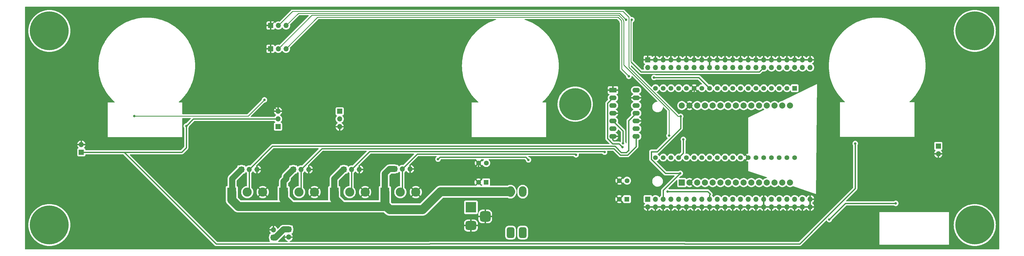
<source format=gbl>
G04 #@! TF.GenerationSoftware,KiCad,Pcbnew,7.0.10-1.fc39*
G04 #@! TF.CreationDate,2024-01-19T21:35:41-05:00*
G04 #@! TF.ProjectId,SYSMATT-WS2812-MATRIX-CARRIER-32X8,5359534d-4154-4542-9d57-53323831322d,rev?*
G04 #@! TF.SameCoordinates,Original*
G04 #@! TF.FileFunction,Copper,L2,Bot*
G04 #@! TF.FilePolarity,Positive*
%FSLAX46Y46*%
G04 Gerber Fmt 4.6, Leading zero omitted, Abs format (unit mm)*
G04 Created by KiCad (PCBNEW 7.0.10-1.fc39) date 2024-01-19 21:35:41*
%MOMM*%
%LPD*%
G01*
G04 APERTURE LIST*
G04 Aperture macros list*
%AMRoundRect*
0 Rectangle with rounded corners*
0 $1 Rounding radius*
0 $2 $3 $4 $5 $6 $7 $8 $9 X,Y pos of 4 corners*
0 Add a 4 corners polygon primitive as box body*
4,1,4,$2,$3,$4,$5,$6,$7,$8,$9,$2,$3,0*
0 Add four circle primitives for the rounded corners*
1,1,$1+$1,$2,$3*
1,1,$1+$1,$4,$5*
1,1,$1+$1,$6,$7*
1,1,$1+$1,$8,$9*
0 Add four rect primitives between the rounded corners*
20,1,$1+$1,$2,$3,$4,$5,0*
20,1,$1+$1,$4,$5,$6,$7,0*
20,1,$1+$1,$6,$7,$8,$9,0*
20,1,$1+$1,$8,$9,$2,$3,0*%
G04 Aperture macros list end*
G04 #@! TA.AperFunction,ComponentPad*
%ADD10C,1.600000*%
G04 #@! TD*
G04 #@! TA.AperFunction,ComponentPad*
%ADD11C,12.800000*%
G04 #@! TD*
G04 #@! TA.AperFunction,ComponentPad*
%ADD12R,1.700000X1.700000*%
G04 #@! TD*
G04 #@! TA.AperFunction,ComponentPad*
%ADD13O,1.700000X1.700000*%
G04 #@! TD*
G04 #@! TA.AperFunction,ComponentPad*
%ADD14R,1.600000X1.600000*%
G04 #@! TD*
G04 #@! TA.AperFunction,ComponentPad*
%ADD15R,3.000000X3.000000*%
G04 #@! TD*
G04 #@! TA.AperFunction,ComponentPad*
%ADD16C,3.000000*%
G04 #@! TD*
G04 #@! TA.AperFunction,ComponentPad*
%ADD17R,3.500000X3.500000*%
G04 #@! TD*
G04 #@! TA.AperFunction,ComponentPad*
%ADD18RoundRect,0.750000X1.000000X-0.750000X1.000000X0.750000X-1.000000X0.750000X-1.000000X-0.750000X0*%
G04 #@! TD*
G04 #@! TA.AperFunction,ComponentPad*
%ADD19RoundRect,0.875000X0.875000X-0.875000X0.875000X0.875000X-0.875000X0.875000X-0.875000X-0.875000X0*%
G04 #@! TD*
G04 #@! TA.AperFunction,ComponentPad*
%ADD20R,2.400000X1.600000*%
G04 #@! TD*
G04 #@! TA.AperFunction,ComponentPad*
%ADD21O,2.400000X1.600000*%
G04 #@! TD*
G04 #@! TA.AperFunction,ComponentPad*
%ADD22RoundRect,0.625000X0.625000X-1.125000X0.625000X1.125000X-0.625000X1.125000X-0.625000X-1.125000X0*%
G04 #@! TD*
G04 #@! TA.AperFunction,ComponentPad*
%ADD23O,2.500000X3.500000*%
G04 #@! TD*
G04 #@! TA.AperFunction,ComponentPad*
%ADD24C,10.600000*%
G04 #@! TD*
G04 #@! TA.AperFunction,ComponentPad*
%ADD25R,2.000000X2.000000*%
G04 #@! TD*
G04 #@! TA.AperFunction,ComponentPad*
%ADD26C,2.000000*%
G04 #@! TD*
G04 #@! TA.AperFunction,ComponentPad*
%ADD27R,1.560000X1.560000*%
G04 #@! TD*
G04 #@! TA.AperFunction,ComponentPad*
%ADD28C,1.560000*%
G04 #@! TD*
G04 #@! TA.AperFunction,ViaPad*
%ADD29C,0.800000*%
G04 #@! TD*
G04 #@! TA.AperFunction,Conductor*
%ADD30C,0.250000*%
G04 #@! TD*
G04 #@! TA.AperFunction,Conductor*
%ADD31C,0.400000*%
G04 #@! TD*
G04 #@! TA.AperFunction,Conductor*
%ADD32C,2.000000*%
G04 #@! TD*
G04 #@! TA.AperFunction,Conductor*
%ADD33C,3.000000*%
G04 #@! TD*
G04 APERTURE END LIST*
D10*
X162017000Y37935000D03*
X159517000Y37935000D03*
D11*
X322500000Y17500000D03*
D12*
X310521000Y43553000D03*
D13*
X310521000Y41013000D03*
D12*
X215084001Y72013000D03*
D13*
X215084001Y69473000D03*
X217624001Y72013000D03*
X217624001Y69473000D03*
X220164001Y72013000D03*
X220164001Y69473000D03*
X222704001Y72013000D03*
X222704001Y69473000D03*
X225244001Y72013000D03*
X225244001Y69473000D03*
X227784001Y72013000D03*
X227784001Y69473000D03*
X230324001Y72013000D03*
X230324001Y69473000D03*
X232864001Y72013000D03*
X232864001Y69473000D03*
X235404001Y72013000D03*
X235404001Y69473000D03*
X237944001Y72013000D03*
X237944001Y69473000D03*
X240484001Y72013000D03*
X240484001Y69473000D03*
X243024001Y72013000D03*
X243024001Y69473000D03*
X245564001Y72013000D03*
X245564001Y69473000D03*
X248104001Y72013000D03*
X248104001Y69473000D03*
X250644001Y72013000D03*
X250644001Y69473000D03*
X253184001Y72013000D03*
X253184001Y69473000D03*
X255724001Y72013000D03*
X255724001Y69473000D03*
X258264001Y72013000D03*
X258264001Y69473000D03*
X260804001Y72013000D03*
X260804001Y69473000D03*
X263344001Y72013000D03*
X263344001Y69473000D03*
X265884001Y72013000D03*
X265884001Y69473000D03*
X268424001Y72013000D03*
X268424001Y69473000D03*
D12*
X91151409Y75618000D03*
D13*
X93691409Y75618000D03*
X96231409Y75618000D03*
D12*
X131888000Y35978000D03*
D13*
X134428000Y35978000D03*
X136968000Y35978000D03*
D14*
X208226001Y26039000D03*
D10*
X205726001Y26039000D03*
D15*
X78421000Y28358000D03*
D16*
X83501000Y28358000D03*
X88581000Y28358000D03*
D17*
X156982500Y23335000D03*
D18*
X156982500Y17335000D03*
D19*
X161682500Y20335000D03*
D12*
X91181409Y83288000D03*
D13*
X93721409Y83288000D03*
X96261409Y83288000D03*
D12*
X92125000Y13381000D03*
D13*
X92125000Y15921000D03*
D12*
X93612000Y49950000D03*
D13*
X93612000Y52490000D03*
X93612000Y55030000D03*
D20*
X203654001Y61980000D03*
D21*
X203654001Y59440000D03*
X203654001Y56900000D03*
X203654001Y54360000D03*
X203654001Y51820000D03*
X203654001Y49280000D03*
X203654001Y46740000D03*
X211274001Y46740000D03*
X211274001Y49280000D03*
X211274001Y51820000D03*
X211274001Y54360000D03*
X211274001Y56900000D03*
X211274001Y59440000D03*
X211274001Y61980000D03*
D14*
X161977000Y31585000D03*
D10*
X159477000Y31585000D03*
D22*
X170000000Y15000000D03*
X174000000Y15000000D03*
D23*
X170000000Y28500000D03*
X174000000Y28500000D03*
D12*
X97148000Y16053000D03*
D13*
X97148000Y13513000D03*
D12*
X29000000Y41500000D03*
D13*
X29000000Y44040000D03*
D15*
X128713000Y28358000D03*
D16*
X133793000Y28358000D03*
X138873000Y28358000D03*
D11*
X322500000Y81500000D03*
D12*
X98614000Y35851000D03*
D13*
X101154000Y35851000D03*
X103694000Y35851000D03*
D24*
X191243001Y57357000D03*
D25*
X226260000Y31500000D03*
D26*
X228800000Y31500000D03*
X231340000Y31500000D03*
X233880000Y31500000D03*
X236420000Y31500000D03*
X238960000Y31500000D03*
X241500000Y31500000D03*
X244040000Y31500000D03*
X246580000Y31500000D03*
X249120000Y31500000D03*
X251660000Y31500000D03*
X254200000Y31500000D03*
X256740000Y31500000D03*
X259280000Y31500000D03*
X261820000Y31500000D03*
X261820000Y56900000D03*
X259280000Y56900000D03*
X256740000Y56900000D03*
X254200000Y56900000D03*
X251660000Y56900000D03*
X249120000Y56900000D03*
X246580000Y56900000D03*
X244040000Y56900000D03*
X241500000Y56900000D03*
X238960000Y56900000D03*
X236420000Y56900000D03*
X233880000Y56900000D03*
X231340000Y56900000D03*
X228800000Y56900000D03*
X226260000Y56900000D03*
D15*
X112076000Y28358000D03*
D16*
X117156000Y28358000D03*
X122236000Y28358000D03*
D12*
X81596000Y35851000D03*
D13*
X84136000Y35851000D03*
X86676000Y35851000D03*
D10*
X208266001Y32135000D03*
X205766001Y32135000D03*
D12*
X215084001Y26039000D03*
D13*
X215084001Y23499000D03*
X217624001Y26039000D03*
X217624001Y23499000D03*
X220164001Y26039000D03*
X220164001Y23499000D03*
X222704001Y26039000D03*
X222704001Y23499000D03*
X225244001Y26039000D03*
X225244001Y23499000D03*
X227784001Y26039000D03*
X227784001Y23499000D03*
X230324001Y26039000D03*
X230324001Y23499000D03*
X232864001Y26039000D03*
X232864001Y23499000D03*
X235404001Y26039000D03*
X235404001Y23499000D03*
X237944001Y26039000D03*
X237944001Y23499000D03*
X240484001Y26039000D03*
X240484001Y23499000D03*
X243024001Y26039000D03*
X243024001Y23499000D03*
X245564001Y26039000D03*
X245564001Y23499000D03*
X248104001Y26039000D03*
X248104001Y23499000D03*
X250644001Y26039000D03*
X250644001Y23499000D03*
X253184001Y26039000D03*
X253184001Y23499000D03*
X255724001Y26039000D03*
X255724001Y23499000D03*
X258264001Y26039000D03*
X258264001Y23499000D03*
X260804001Y26039000D03*
X260804001Y23499000D03*
X263344001Y26039000D03*
X263344001Y23499000D03*
X265884001Y26039000D03*
X265884001Y23499000D03*
X268424001Y26039000D03*
X268424001Y23499000D03*
D11*
X18500000Y81500000D03*
X18500000Y17500000D03*
D12*
X115251000Y35851000D03*
D13*
X117791000Y35851000D03*
X120331000Y35851000D03*
D27*
X263344000Y62615000D03*
D28*
X260804000Y62615000D03*
X258264000Y62615000D03*
X255724000Y62615000D03*
X253184000Y62615000D03*
X250644000Y62615000D03*
X248104000Y62615000D03*
X245564000Y62615000D03*
X243024000Y62615000D03*
X240484000Y62615000D03*
X237944000Y62615000D03*
X235404000Y62615000D03*
X232864000Y62615000D03*
X230324000Y62615000D03*
X227784000Y62615000D03*
X225244000Y62615000D03*
X222704000Y62615000D03*
X220164000Y62615000D03*
X217624000Y62615000D03*
X263344000Y39755000D03*
X260804000Y39755000D03*
X258264000Y39755000D03*
X255724000Y39755000D03*
X253184000Y39755000D03*
X250644000Y39755000D03*
X248104000Y39755000D03*
X245564000Y39755000D03*
X243024000Y39755000D03*
X240484000Y39755000D03*
X237944000Y39755000D03*
X235404000Y39755000D03*
X232864000Y39755000D03*
X230324000Y39755000D03*
X227784000Y39755000D03*
X225244000Y39755000D03*
X222704000Y39755000D03*
X220164000Y39755000D03*
X217624000Y39755000D03*
D12*
X113862000Y55000000D03*
D13*
X113862000Y52460000D03*
X113862000Y49920000D03*
D15*
X95439000Y28358000D03*
D16*
X100519000Y28358000D03*
X105599000Y28358000D03*
D29*
X54991000Y43815000D03*
X283235400Y44373800D03*
X63500000Y50165000D03*
X274701000Y19304000D03*
X46380400Y53416200D03*
X89154000Y58775600D03*
X296545000Y24638000D03*
X146177000Y39243000D03*
X175895000Y38989000D03*
X225752001Y34548000D03*
X225879001Y53344000D03*
X208861001Y66552000D03*
X217116001Y66171000D03*
X226768001Y45724000D03*
X222069001Y46994000D03*
X207969757Y85203000D03*
X209819757Y85203000D03*
X191516000Y40640000D03*
X221561001Y28579000D03*
X206762443Y43190771D03*
X206951065Y44416364D03*
X200895627Y41545168D03*
D30*
X96518275Y88624866D02*
X209342534Y88624866D01*
D31*
X310319000Y41013000D02*
X310521000Y41013000D01*
D30*
X220164001Y77803399D02*
X220164001Y72013000D01*
D31*
X244294000Y35945000D02*
X248104000Y39755000D01*
X232483000Y35183000D02*
X242516001Y35183000D01*
X159385000Y36957000D02*
X159517000Y37089000D01*
X159517000Y37089000D02*
X159517000Y37935000D01*
X54766000Y44040000D02*
X54991000Y43815000D01*
X29000000Y44040000D02*
X54766000Y44040000D01*
X164084000Y32258000D02*
X159385000Y36957000D01*
X228800000Y56900000D02*
X230324000Y58424000D01*
X205726001Y26039000D02*
X199507001Y32258000D01*
D30*
X209342534Y88624866D02*
X220164001Y77803399D01*
D31*
X243278001Y35945000D02*
X244294000Y35945000D01*
D30*
X91151409Y75618000D02*
X91151409Y57490591D01*
D31*
X242516001Y35183000D02*
X243278001Y35945000D01*
D30*
X91181409Y83288000D02*
X96518275Y88624866D01*
X91181409Y75648000D02*
X91151409Y75618000D01*
X91181409Y83288000D02*
X91181409Y75648000D01*
X91151409Y57490591D02*
X93612000Y55030000D01*
D31*
X230324000Y58424000D02*
X230324000Y62615000D01*
X228800000Y31500000D02*
X232483000Y35183000D01*
X199507001Y32258000D02*
X164084000Y32258000D01*
X264972800Y11277600D02*
X272643600Y18948400D01*
X227203000Y11277600D02*
X264972800Y11277600D01*
X272643600Y18948400D02*
X283235400Y29540200D01*
X93612000Y52490000D02*
X65825000Y52490000D01*
X61947000Y41500000D02*
X63500000Y43053000D01*
X63500000Y43053000D02*
X63500000Y50165000D01*
X227152200Y11328400D02*
X227203000Y11277600D01*
X43082000Y41500000D02*
X73304400Y11277600D01*
X29000000Y41500000D02*
X61947000Y41500000D01*
X283235400Y29540200D02*
X283235400Y44373800D01*
X65825000Y52490000D02*
X63500000Y50165000D01*
X73304400Y11277600D02*
X143433800Y11277600D01*
X143433800Y11277600D02*
X143484600Y11328400D01*
X29000000Y41500000D02*
X43082000Y41500000D01*
X143484600Y11328400D02*
X227152200Y11328400D01*
X175895000Y38989000D02*
X175006000Y39878000D01*
D30*
X83794600Y53416200D02*
X89154000Y58775600D01*
D31*
X280035000Y24638000D02*
X274701000Y19304000D01*
X296545000Y24638000D02*
X280035000Y24638000D01*
X146939000Y39878000D02*
X146812000Y39878000D01*
D30*
X46380400Y53416200D02*
X83794600Y53416200D01*
D31*
X146812000Y39878000D02*
X146177000Y39243000D01*
X175006000Y39878000D02*
X146939000Y39878000D01*
D32*
X96328000Y32803000D02*
X95439000Y31914000D01*
D33*
X112076000Y26199000D02*
X114616000Y23659000D01*
D32*
X115251000Y35851000D02*
X115124000Y35851000D01*
D33*
X95439000Y28358000D02*
X95439000Y26199000D01*
D32*
X81596000Y35851000D02*
X78548000Y32803000D01*
D33*
X97979000Y23659000D02*
X80580000Y23659000D01*
D32*
X130237000Y35978000D02*
X128713000Y34454000D01*
X97148000Y16053000D02*
X95438981Y16053000D01*
X78548000Y32803000D02*
X78548000Y28485000D01*
X96328000Y33565000D02*
X96328000Y32803000D01*
D33*
X128713000Y28358000D02*
X128713000Y24167000D01*
X170000000Y28500000D02*
X146991000Y28500000D01*
X95439000Y26199000D02*
X97979000Y23659000D01*
X128205000Y23659000D02*
X114616000Y23659000D01*
X130274000Y22606000D02*
X128713000Y24167000D01*
D32*
X112076000Y32803000D02*
X112076000Y28358000D01*
X95439000Y31914000D02*
X95439000Y28358000D01*
D33*
X141097000Y22606000D02*
X130274000Y22606000D01*
D32*
X78548000Y28485000D02*
X78421000Y28358000D01*
X95438981Y16053000D02*
X92766981Y13381000D01*
X131888000Y35978000D02*
X130237000Y35978000D01*
D33*
X112076000Y28358000D02*
X112076000Y26199000D01*
X80580000Y23659000D02*
X78421000Y25818000D01*
D32*
X98614000Y35851000D02*
X96328000Y33565000D01*
D33*
X146991000Y28500000D02*
X141097000Y22606000D01*
X78421000Y25818000D02*
X78421000Y28358000D01*
X128713000Y24167000D02*
X128205000Y23659000D01*
X114616000Y23659000D02*
X97979000Y23659000D01*
D32*
X115124000Y35851000D02*
X112076000Y32803000D01*
X128713000Y34454000D02*
X128713000Y28358000D01*
X92766981Y13381000D02*
X92125000Y13381000D01*
D31*
X225879001Y49389786D02*
X218177843Y41688628D01*
X220164001Y28960000D02*
X220164001Y26039000D01*
X216244000Y39183385D02*
X220879385Y34548000D01*
D30*
X206967595Y87974866D02*
X208894757Y86047704D01*
D31*
X225879001Y53344000D02*
X225879001Y49389786D01*
D30*
X208894757Y69498694D02*
X225049451Y53344000D01*
X98408275Y87974866D02*
X206967595Y87974866D01*
D31*
X216244000Y41688628D02*
X216244000Y39183385D01*
D30*
X225049451Y53344000D02*
X225879001Y53344000D01*
D31*
X218177843Y41688628D02*
X216244000Y41688628D01*
D30*
X93721409Y83288000D02*
X98408275Y87974866D01*
D31*
X225752001Y34548000D02*
X220164001Y28960000D01*
X220879385Y34548000D02*
X225752001Y34548000D01*
D30*
X208894757Y86047704D02*
X208894757Y69498694D01*
X206502000Y68911001D02*
X208861001Y66552000D01*
X206394757Y84550614D02*
X206502000Y84443370D01*
X205301504Y86024866D02*
X206394757Y84931613D01*
X106638275Y86024866D02*
X205301504Y86024866D01*
D31*
X217116001Y66171000D02*
X231848000Y66171000D01*
X231848000Y66171000D02*
X235404000Y62615000D01*
D30*
X206394757Y84931613D02*
X206394757Y84550614D01*
X96231409Y75618000D02*
X106638275Y86024866D01*
X206502000Y84443370D02*
X206502000Y68911001D01*
X205570743Y86674866D02*
X207044757Y85200852D01*
X207044757Y85200852D02*
X207044757Y84819852D01*
X93691409Y75618000D02*
X104748275Y86674866D01*
X222069001Y55405212D02*
X222069001Y46994000D01*
D31*
X226768001Y45724000D02*
X226768001Y41279001D01*
D30*
X207152000Y84712609D02*
X207152000Y70322213D01*
X207044757Y84819852D02*
X207152000Y84712609D01*
X207152000Y70322213D02*
X222069001Y55405212D01*
D31*
X226768001Y41279001D02*
X225244000Y39755000D01*
D30*
X104748275Y86674866D02*
X205570743Y86674866D01*
D31*
X212827741Y68023000D02*
X251734001Y68023000D01*
D30*
X100298275Y87324866D02*
X205847891Y87324866D01*
X209710741Y71140000D02*
X209544757Y71305984D01*
D31*
X251734001Y68023000D02*
X253184001Y69473000D01*
D30*
X209544757Y71305984D02*
X209544757Y84928000D01*
X205847891Y87324866D02*
X207969757Y85203000D01*
X96261409Y83288000D02*
X100298275Y87324866D01*
X209544757Y84928000D02*
X209819757Y85203000D01*
D31*
X209710741Y71140000D02*
X212827741Y68023000D01*
X191225000Y40931000D02*
X191516000Y40640000D01*
X134428000Y35978000D02*
X134428000Y28993000D01*
X134428000Y28993000D02*
X133793000Y28358000D01*
X141643740Y40931000D02*
X191225000Y40931000D01*
X134428000Y35978000D02*
X139381000Y40931000D01*
X139381000Y40931000D02*
X141643740Y40931000D01*
X101154000Y28993000D02*
X100519000Y28358000D01*
X208484371Y40602000D02*
X211274001Y43391630D01*
X203936630Y42709000D02*
X206043630Y40602000D01*
X206043630Y40602000D02*
X208484371Y40602000D01*
X108012000Y42709000D02*
X203936630Y42709000D01*
X101154000Y35851000D02*
X101154000Y28993000D01*
X101154000Y35851000D02*
X108012000Y42709000D01*
X211274001Y43391630D02*
X211274001Y46740000D01*
X234769001Y28579000D02*
X235658001Y27690000D01*
X235658001Y27690000D02*
X235404001Y27436000D01*
X235404001Y27436000D02*
X235404001Y26039000D01*
X221561001Y28579000D02*
X234769001Y28579000D01*
X203583370Y44309000D02*
X205644214Y44309000D01*
X203654001Y59440000D02*
X201841000Y57626999D01*
X201841000Y46051370D02*
X203583370Y44309000D01*
X201841000Y57626999D02*
X201841000Y46051370D01*
X205644214Y44309000D02*
X206762443Y43190771D01*
X206951065Y48522936D02*
X206951065Y44416364D01*
X203654001Y51820000D02*
X206951065Y48522936D01*
X117791000Y35851000D02*
X117791000Y28993000D01*
X200709588Y41731207D02*
X200895627Y41545168D01*
X117791000Y35851000D02*
X123671207Y41731207D01*
X117791000Y28993000D02*
X117156000Y28358000D01*
X123671207Y41731207D02*
X200709588Y41731207D01*
X208788000Y42037000D02*
X208788000Y51873999D01*
X208788000Y51873999D02*
X211274001Y54360000D01*
X208661000Y42037000D02*
X208788000Y42037000D01*
X91794000Y43509000D02*
X204268000Y43509000D01*
X84136000Y35851000D02*
X91794000Y43509000D01*
X84136000Y28993000D02*
X83501000Y28358000D01*
X208026000Y41402000D02*
X208661000Y42037000D01*
X84136000Y35851000D02*
X84136000Y28993000D01*
X204268000Y43509000D02*
X206375000Y41402000D01*
X206375000Y41402000D02*
X208026000Y41402000D01*
G04 #@! TA.AperFunction,Conductor*
G36*
X95849139Y14238617D02*
G01*
X95905072Y14196745D01*
X95929489Y14131281D01*
X95918187Y14070030D01*
X95874570Y13976492D01*
X95874567Y13976486D01*
X95817364Y13763000D01*
X96714314Y13763000D01*
X96688507Y13722844D01*
X96648000Y13584889D01*
X96648000Y13441111D01*
X96688507Y13303156D01*
X96714314Y13263000D01*
X95817364Y13263000D01*
X95874567Y13049513D01*
X95874570Y13049507D01*
X95974399Y12835421D01*
X96109894Y12641917D01*
X96276917Y12474894D01*
X96470421Y12339399D01*
X96684507Y12239570D01*
X96684516Y12239566D01*
X96750543Y12221875D01*
X96810204Y12185510D01*
X96840733Y12122663D01*
X96832438Y12053288D01*
X96787953Y11999410D01*
X96721401Y11978135D01*
X96718450Y11978100D01*
X93776285Y11978100D01*
X93709246Y11997785D01*
X93663491Y12050589D01*
X93653547Y12119747D01*
X93682572Y12183303D01*
X93692296Y12193324D01*
X93758527Y12254294D01*
X93762368Y12257686D01*
X93784114Y12276104D01*
X93804235Y12296226D01*
X93807935Y12299776D01*
X93874715Y12361252D01*
X93874715Y12361253D01*
X93874719Y12361256D01*
X93889143Y12379788D01*
X93899315Y12391306D01*
X94771009Y13263000D01*
X95718124Y14210116D01*
X95779447Y14243601D01*
X95849139Y14238617D01*
G37*
G04 #@! TD.AperFunction*
G04 #@! TA.AperFunction,Conductor*
G36*
X106888521Y42788815D02*
G01*
X106934276Y42736011D01*
X106944220Y42666853D01*
X106915195Y42603297D01*
X106909163Y42596819D01*
X104213843Y39901500D01*
X101525994Y37213651D01*
X101464671Y37180166D01*
X101406217Y37181558D01*
X101389408Y37186063D01*
X101188324Y37203656D01*
X101154001Y37206659D01*
X101153999Y37206659D01*
X101116350Y37203365D01*
X100918592Y37186063D01*
X100690337Y37124903D01*
X100476171Y37025035D01*
X100476169Y37025034D01*
X100282597Y36889494D01*
X100160673Y36767570D01*
X100099350Y36734085D01*
X100029658Y36739069D01*
X99973725Y36780941D01*
X99956810Y36811918D01*
X99907797Y36943328D01*
X99907796Y36943331D01*
X99821546Y37058546D01*
X99706331Y37144796D01*
X99571483Y37195091D01*
X99511873Y37201500D01*
X99296662Y37201499D01*
X99242203Y37214098D01*
X99161313Y37253644D01*
X98922981Y37324598D01*
X98676221Y37355357D01*
X98427763Y37345080D01*
X98184386Y37294049D01*
X98037263Y37236642D01*
X97968938Y37209982D01*
X97923863Y37201499D01*
X97716128Y37201499D01*
X97667757Y37196299D01*
X97656516Y37195091D01*
X97521671Y37144797D01*
X97521664Y37144793D01*
X97406455Y37058547D01*
X97406452Y37058544D01*
X97320206Y36943335D01*
X97320202Y36943328D01*
X97269908Y36808482D01*
X97263501Y36748883D01*
X97263500Y36748864D01*
X97263500Y36673890D01*
X97243815Y36606851D01*
X97227181Y36586209D01*
X95338306Y34697334D01*
X95326788Y34687162D01*
X95308256Y34672738D01*
X95308253Y34672734D01*
X95308252Y34672734D01*
X95246776Y34605954D01*
X95243226Y34602254D01*
X95223104Y34582133D01*
X95204686Y34560387D01*
X95201294Y34556546D01*
X95139836Y34489785D01*
X95131810Y34477500D01*
X95126990Y34470123D01*
X95117808Y34457811D01*
X95102634Y34439894D01*
X95056153Y34361891D01*
X95053464Y34357583D01*
X95003824Y34281604D01*
X94994396Y34260109D01*
X94987364Y34246447D01*
X94975344Y34226275D01*
X94942353Y34141727D01*
X94940393Y34136995D01*
X94903935Y34053877D01*
X94898170Y34031113D01*
X94893485Y34016487D01*
X94884952Y33994616D01*
X94884949Y33994607D01*
X94866325Y33905793D01*
X94865171Y33900803D01*
X94842891Y33812822D01*
X94842891Y33812817D01*
X94840952Y33789421D01*
X94838738Y33774220D01*
X94833918Y33751232D01*
X94830168Y33660558D01*
X94829851Y33655448D01*
X94827500Y33627065D01*
X94827500Y33598596D01*
X94827394Y33593472D01*
X94823643Y33502780D01*
X94823643Y33502779D01*
X94825245Y33489920D01*
X94814002Y33420961D01*
X94789878Y33386906D01*
X94449306Y33046334D01*
X94437788Y33036162D01*
X94419256Y33021738D01*
X94419253Y33021734D01*
X94419252Y33021734D01*
X94357776Y32954954D01*
X94354226Y32951254D01*
X94334104Y32931133D01*
X94315686Y32909387D01*
X94312294Y32905546D01*
X94250836Y32838785D01*
X94244311Y32828797D01*
X94237990Y32819123D01*
X94228808Y32806811D01*
X94213634Y32788894D01*
X94167153Y32710891D01*
X94164464Y32706583D01*
X94114824Y32630604D01*
X94105396Y32609109D01*
X94098364Y32595447D01*
X94086344Y32575275D01*
X94053353Y32490727D01*
X94051393Y32485995D01*
X94014935Y32402877D01*
X94009170Y32380113D01*
X94004485Y32365487D01*
X93995952Y32343616D01*
X93995949Y32343607D01*
X93977325Y32254793D01*
X93976171Y32249803D01*
X93953891Y32161822D01*
X93953891Y32161817D01*
X93951952Y32138421D01*
X93949738Y32123223D01*
X93948002Y32114942D01*
X93944918Y32100232D01*
X93941168Y32009558D01*
X93940851Y32004448D01*
X93938500Y31976065D01*
X93938500Y31947596D01*
X93938394Y31942472D01*
X93934643Y31851780D01*
X93934643Y31851779D01*
X93937548Y31828472D01*
X93938500Y31813136D01*
X93938500Y30474976D01*
X93918815Y30407937D01*
X93866011Y30362182D01*
X93838864Y30354736D01*
X93839068Y30353876D01*
X93831520Y30352092D01*
X93831517Y30352091D01*
X93827758Y30350689D01*
X93696671Y30301797D01*
X93696664Y30301793D01*
X93581455Y30215547D01*
X93581452Y30215544D01*
X93495206Y30100335D01*
X93495202Y30100328D01*
X93444908Y29965482D01*
X93438501Y29905883D01*
X93438501Y29905876D01*
X93438500Y29905864D01*
X93438500Y26055915D01*
X93448062Y25989403D01*
X93449008Y25980608D01*
X93453803Y25913574D01*
X93453804Y25913571D01*
X93468089Y25847902D01*
X93469659Y25839198D01*
X93475131Y25801153D01*
X93465191Y25731994D01*
X93419439Y25679188D01*
X93352400Y25659500D01*
X81459996Y25659500D01*
X81392957Y25679185D01*
X81372315Y25695819D01*
X80457819Y26610315D01*
X80424334Y26671638D01*
X80421500Y26697996D01*
X80421500Y28433834D01*
X80421499Y28433863D01*
X80421499Y29905870D01*
X80421499Y29905873D01*
X80415091Y29965483D01*
X80364796Y30100331D01*
X80278546Y30215546D01*
X80163331Y30301796D01*
X80129167Y30314538D01*
X80073234Y30356408D01*
X80048816Y30421871D01*
X80048500Y30430720D01*
X80048500Y32130110D01*
X80068185Y32197149D01*
X80084819Y32217791D01*
X82331209Y34464181D01*
X82392532Y34497666D01*
X82418888Y34500500D01*
X82493869Y34500500D01*
X82493876Y34500501D01*
X82553483Y34506908D01*
X82688328Y34557202D01*
X82688335Y34557206D01*
X82803544Y34643452D01*
X82803547Y34643455D01*
X82889793Y34758664D01*
X82889797Y34758671D01*
X82938810Y34890082D01*
X82980681Y34946016D01*
X83046145Y34970433D01*
X83114418Y34955582D01*
X83142673Y34934431D01*
X83264601Y34812503D01*
X83264606Y34812499D01*
X83382624Y34729861D01*
X83426249Y34675284D01*
X83435500Y34628287D01*
X83435500Y30474373D01*
X83415815Y30407334D01*
X83363011Y30361579D01*
X83320347Y30350689D01*
X83215572Y30343196D01*
X83215568Y30343195D01*
X83215566Y30343195D01*
X82935962Y30282371D01*
X82935960Y30282370D01*
X82935954Y30282369D01*
X82667839Y30182367D01*
X82667834Y30182364D01*
X82667833Y30182364D01*
X82416690Y30045229D01*
X82416682Y30045224D01*
X82187612Y29873745D01*
X82187594Y29873729D01*
X81985270Y29671405D01*
X81985254Y29671387D01*
X81813775Y29442317D01*
X81813770Y29442309D01*
X81676635Y29191166D01*
X81676633Y29191161D01*
X81606306Y29002606D01*
X81576628Y28923037D01*
X81515804Y28643433D01*
X81495390Y28358001D01*
X81495390Y28357998D01*
X81515804Y28072566D01*
X81576628Y27792962D01*
X81676635Y27524833D01*
X81813770Y27273690D01*
X81813775Y27273682D01*
X81985254Y27044612D01*
X81985270Y27044594D01*
X82187594Y26842270D01*
X82187612Y26842254D01*
X82416682Y26670775D01*
X82416690Y26670770D01*
X82667833Y26533635D01*
X82667832Y26533635D01*
X82935962Y26433628D01*
X83215566Y26372804D01*
X83500999Y26352390D01*
X83501000Y26352390D01*
X83501001Y26352390D01*
X83786433Y26372804D01*
X84066037Y26433628D01*
X84066043Y26433630D01*
X84066046Y26433631D01*
X84334161Y26533633D01*
X84334166Y26533635D01*
X84585309Y26670770D01*
X84585317Y26670775D01*
X84814387Y26842254D01*
X84814405Y26842270D01*
X85016729Y27044594D01*
X85016745Y27044612D01*
X85188224Y27273682D01*
X85188229Y27273690D01*
X85325364Y27524833D01*
X85325364Y27524834D01*
X85325367Y27524839D01*
X85425369Y27792954D01*
X85437946Y27850770D01*
X85486195Y28072566D01*
X85486195Y28072568D01*
X85486196Y28072572D01*
X85506610Y28357998D01*
X86575891Y28357998D01*
X86596300Y28072637D01*
X86657109Y27793104D01*
X86757091Y27525041D01*
X86894191Y27273961D01*
X86894196Y27273953D01*
X87000882Y27131437D01*
X87000883Y27131436D01*
X87896195Y28026748D01*
X87918340Y27975413D01*
X88024433Y27832906D01*
X88160530Y27718706D01*
X88250216Y27673664D01*
X87354436Y26777883D01*
X87354436Y26777882D01*
X87496953Y26671196D01*
X87496961Y26671191D01*
X87748042Y26534091D01*
X87748041Y26534091D01*
X88016104Y26434109D01*
X88295637Y26373300D01*
X88580999Y26352891D01*
X88581001Y26352891D01*
X88866362Y26373300D01*
X89145895Y26434109D01*
X89413958Y26534091D01*
X89665038Y26671191D01*
X89665046Y26671196D01*
X89807561Y26777882D01*
X89807562Y26777883D01*
X88914747Y27670699D01*
X88924409Y27674216D01*
X89072844Y27771843D01*
X89194764Y27901070D01*
X89266767Y28025784D01*
X90161115Y27131436D01*
X90267807Y27273960D01*
X90267808Y27273961D01*
X90404908Y27525041D01*
X90504890Y27793104D01*
X90565699Y28072637D01*
X90586109Y28357998D01*
X90586109Y28358001D01*
X90565699Y28643362D01*
X90504890Y28922895D01*
X90404908Y29190958D01*
X90267803Y29442047D01*
X90161116Y29584561D01*
X90161115Y29584562D01*
X89265804Y28689251D01*
X89243660Y28740587D01*
X89137567Y28883094D01*
X89001470Y28997294D01*
X88911783Y29042335D01*
X89807562Y29938115D01*
X89807561Y29938116D01*
X89665047Y30044803D01*
X89413957Y30181908D01*
X89413958Y30181908D01*
X89145895Y30281890D01*
X88866362Y30342699D01*
X88581001Y30363109D01*
X88580999Y30363109D01*
X88295637Y30342699D01*
X88016104Y30281890D01*
X87748041Y30181908D01*
X87496961Y30044808D01*
X87496960Y30044807D01*
X87354436Y29938115D01*
X88247252Y29045300D01*
X88237591Y29041784D01*
X88089156Y28944157D01*
X87967236Y28814930D01*
X87895231Y28690214D01*
X87000883Y29584562D01*
X87000882Y29584561D01*
X86894196Y29442046D01*
X86894191Y29442038D01*
X86757091Y29190958D01*
X86657109Y28922895D01*
X86596300Y28643362D01*
X86575891Y28358001D01*
X86575891Y28357998D01*
X85506610Y28357998D01*
X85506610Y28358000D01*
X85486196Y28643428D01*
X85425369Y28923046D01*
X85325367Y29191161D01*
X85188226Y29442315D01*
X85016739Y29671395D01*
X84872817Y29815316D01*
X84839334Y29876637D01*
X84836500Y29902996D01*
X84836500Y34628287D01*
X84856185Y34695326D01*
X84889376Y34729861D01*
X85007393Y34812499D01*
X85007398Y34812503D01*
X85007401Y34812505D01*
X85174495Y34979599D01*
X85304730Y35165594D01*
X85359307Y35209218D01*
X85428806Y35216411D01*
X85491160Y35184889D01*
X85507879Y35165594D01*
X85637890Y34979921D01*
X85804917Y34812894D01*
X85998421Y34677399D01*
X86212507Y34577570D01*
X86212513Y34577567D01*
X86425999Y34520364D01*
X86426000Y34520364D01*
X86426000Y35415498D01*
X86533685Y35366320D01*
X86640237Y35351000D01*
X86711763Y35351000D01*
X86818315Y35366320D01*
X86926000Y35415498D01*
X86926000Y34520364D01*
X87139486Y34577567D01*
X87139492Y34577570D01*
X87353578Y34677399D01*
X87547082Y34812894D01*
X87714105Y34979917D01*
X87849600Y35173421D01*
X87949429Y35387507D01*
X87949432Y35387513D01*
X88006636Y35601000D01*
X87109686Y35601000D01*
X87135493Y35641156D01*
X87176000Y35779111D01*
X87176000Y35922889D01*
X87135493Y36060844D01*
X87109686Y36101000D01*
X88006635Y36101000D01*
X87949432Y36314486D01*
X87949429Y36314492D01*
X87849600Y36528577D01*
X87849599Y36528579D01*
X87714113Y36722073D01*
X87714108Y36722079D01*
X87547082Y36889105D01*
X87353578Y37024600D01*
X87139492Y37124429D01*
X87139483Y37124433D01*
X86926000Y37181633D01*
X86926000Y36286501D01*
X86818315Y36335680D01*
X86711763Y36351000D01*
X86640237Y36351000D01*
X86533685Y36335680D01*
X86426000Y36286501D01*
X86426000Y37098981D01*
X86445685Y37166020D01*
X86462319Y37186662D01*
X92047838Y42772181D01*
X92109161Y42805666D01*
X92135519Y42808500D01*
X106821482Y42808500D01*
X106888521Y42788815D01*
G37*
G04 #@! TD.AperFunction*
G04 #@! TA.AperFunction,Conductor*
G36*
X122725521Y41988815D02*
G01*
X122771276Y41936011D01*
X122781220Y41866853D01*
X122752195Y41803297D01*
X122746163Y41796819D01*
X120402153Y39452810D01*
X118162994Y37213651D01*
X118101671Y37180166D01*
X118043217Y37181558D01*
X118026408Y37186063D01*
X117825324Y37203656D01*
X117791001Y37206659D01*
X117790999Y37206659D01*
X117753350Y37203365D01*
X117555592Y37186063D01*
X117327337Y37124903D01*
X117113171Y37025035D01*
X117113169Y37025034D01*
X116919597Y36889494D01*
X116797673Y36767570D01*
X116736350Y36734085D01*
X116666658Y36739069D01*
X116610725Y36780941D01*
X116593810Y36811918D01*
X116544797Y36943328D01*
X116544796Y36943331D01*
X116458546Y37058546D01*
X116343331Y37144796D01*
X116208483Y37195091D01*
X116148873Y37201500D01*
X115933588Y37201499D01*
X115883777Y37211942D01*
X115739881Y37275063D01*
X115498821Y37336108D01*
X115498816Y37336108D01*
X115498813Y37336109D01*
X115375677Y37346311D01*
X115313067Y37351500D01*
X115313063Y37351500D01*
X115224864Y37351500D01*
X115209527Y37352452D01*
X115205063Y37353008D01*
X115186221Y37355357D01*
X115186219Y37355356D01*
X115186219Y37355357D01*
X115095528Y37351606D01*
X115090404Y37351500D01*
X115061933Y37351500D01*
X115033560Y37349148D01*
X115028455Y37348831D01*
X114937763Y37345081D01*
X114922570Y37341895D01*
X114914780Y37340262D01*
X114899574Y37338047D01*
X114876188Y37336109D01*
X114876184Y37336108D01*
X114876179Y37336108D01*
X114831615Y37324822D01*
X114788186Y37313825D01*
X114783194Y37312670D01*
X114694386Y37294049D01*
X114672516Y37285515D01*
X114657881Y37280827D01*
X114635119Y37275063D01*
X114635115Y37275061D01*
X114635108Y37275059D01*
X114552004Y37238605D01*
X114547277Y37236646D01*
X114489491Y37214099D01*
X114478937Y37209981D01*
X114433864Y37201499D01*
X114353128Y37201499D01*
X114304757Y37196299D01*
X114293516Y37195091D01*
X114158671Y37144797D01*
X114158664Y37144793D01*
X114043455Y37058547D01*
X114043452Y37058544D01*
X113957206Y36943335D01*
X113957201Y36943326D01*
X113906910Y36808487D01*
X113906908Y36808476D01*
X113905254Y36793096D01*
X113878514Y36728545D01*
X113869646Y36718674D01*
X111086306Y33935334D01*
X111074788Y33925162D01*
X111056256Y33910738D01*
X111056253Y33910734D01*
X111056252Y33910734D01*
X110994776Y33843954D01*
X110991226Y33840254D01*
X110971104Y33820133D01*
X110952686Y33798387D01*
X110949294Y33794546D01*
X110887836Y33727785D01*
X110877517Y33711990D01*
X110874990Y33708123D01*
X110865808Y33695811D01*
X110850634Y33677894D01*
X110804153Y33599891D01*
X110801464Y33595583D01*
X110751824Y33519604D01*
X110742396Y33498109D01*
X110735364Y33484447D01*
X110723344Y33464275D01*
X110690353Y33379727D01*
X110688393Y33374995D01*
X110651935Y33291877D01*
X110646170Y33269113D01*
X110641485Y33254487D01*
X110632952Y33232616D01*
X110632949Y33232607D01*
X110614325Y33143793D01*
X110613171Y33138803D01*
X110590891Y33050822D01*
X110590891Y33050817D01*
X110588952Y33027421D01*
X110586738Y33012223D01*
X110584280Y33000499D01*
X110581918Y32989232D01*
X110578168Y32898558D01*
X110577851Y32893448D01*
X110575500Y32865065D01*
X110575500Y32836596D01*
X110575394Y32831472D01*
X110571643Y32740780D01*
X110571643Y32740779D01*
X110574548Y32717472D01*
X110575500Y32702136D01*
X110575500Y30474976D01*
X110555815Y30407937D01*
X110503011Y30362182D01*
X110475864Y30354736D01*
X110476068Y30353876D01*
X110468520Y30352092D01*
X110468517Y30352091D01*
X110464758Y30350689D01*
X110333671Y30301797D01*
X110333664Y30301793D01*
X110218455Y30215547D01*
X110218452Y30215544D01*
X110132206Y30100335D01*
X110132202Y30100328D01*
X110081908Y29965482D01*
X110075501Y29905883D01*
X110075501Y29905876D01*
X110075500Y29905864D01*
X110075500Y26055915D01*
X110085062Y25989403D01*
X110086008Y25980608D01*
X110090803Y25913574D01*
X110090804Y25913571D01*
X110105089Y25847902D01*
X110106659Y25839198D01*
X110112131Y25801153D01*
X110102191Y25731994D01*
X110056439Y25679188D01*
X109989400Y25659500D01*
X98858996Y25659500D01*
X98791957Y25679185D01*
X98771315Y25695819D01*
X97475819Y26991315D01*
X97442334Y27052638D01*
X97439500Y27078996D01*
X97439500Y28433834D01*
X97439499Y28433863D01*
X97439499Y29905870D01*
X97439499Y29905873D01*
X97433091Y29965483D01*
X97382796Y30100331D01*
X97296546Y30215546D01*
X97181331Y30301796D01*
X97046483Y30352091D01*
X97046481Y30352091D01*
X97038938Y30353874D01*
X97039476Y30356151D01*
X96985713Y30378408D01*
X96945853Y30435793D01*
X96939500Y30474975D01*
X96939500Y31241110D01*
X96959185Y31308149D01*
X96975819Y31328791D01*
X97317693Y31670665D01*
X97329211Y31680837D01*
X97347742Y31695260D01*
X97347747Y31695265D01*
X97409222Y31762044D01*
X97412772Y31765744D01*
X97432889Y31785860D01*
X97432894Y31785866D01*
X97432902Y31785874D01*
X97451322Y31807623D01*
X97454693Y31811440D01*
X97478603Y31837413D01*
X97516164Y31878215D01*
X97529002Y31897865D01*
X97538190Y31910188D01*
X97553362Y31928101D01*
X97553366Y31928106D01*
X97599827Y32006078D01*
X97602529Y32010406D01*
X97652169Y32086387D01*
X97652174Y32086395D01*
X97661605Y32107895D01*
X97668638Y32121558D01*
X97680653Y32141722D01*
X97680656Y32141727D01*
X97713653Y32226294D01*
X97715605Y32231004D01*
X97752059Y32314108D01*
X97752064Y32314123D01*
X97757827Y32336881D01*
X97762515Y32351516D01*
X97763157Y32353161D01*
X97771049Y32373386D01*
X97789670Y32462194D01*
X97790825Y32467186D01*
X97808552Y32537188D01*
X97813108Y32555179D01*
X97813617Y32561323D01*
X97815047Y32578574D01*
X97817262Y32593780D01*
X97820188Y32607737D01*
X97822081Y32616763D01*
X97825831Y32707455D01*
X97826149Y32712569D01*
X97828500Y32740933D01*
X97828500Y32769402D01*
X97828606Y32774526D01*
X97832357Y32865221D01*
X97830755Y32878071D01*
X97841994Y32947030D01*
X97866121Y32981093D01*
X99349209Y34464181D01*
X99410532Y34497666D01*
X99436888Y34500500D01*
X99511869Y34500500D01*
X99511876Y34500501D01*
X99571483Y34506908D01*
X99706328Y34557202D01*
X99706335Y34557206D01*
X99821544Y34643452D01*
X99821547Y34643455D01*
X99907793Y34758664D01*
X99907797Y34758671D01*
X99956810Y34890082D01*
X99998681Y34946016D01*
X100064145Y34970433D01*
X100132418Y34955582D01*
X100160673Y34934431D01*
X100282601Y34812503D01*
X100282606Y34812499D01*
X100400624Y34729861D01*
X100444249Y34675284D01*
X100453500Y34628287D01*
X100453500Y30474373D01*
X100433815Y30407334D01*
X100381011Y30361579D01*
X100338347Y30350689D01*
X100233572Y30343196D01*
X100233568Y30343195D01*
X100233566Y30343195D01*
X99953962Y30282371D01*
X99953960Y30282370D01*
X99953954Y30282369D01*
X99685839Y30182367D01*
X99685834Y30182364D01*
X99685833Y30182364D01*
X99434690Y30045229D01*
X99434682Y30045224D01*
X99205612Y29873745D01*
X99205594Y29873729D01*
X99003270Y29671405D01*
X99003254Y29671387D01*
X98831775Y29442317D01*
X98831770Y29442309D01*
X98694635Y29191166D01*
X98694633Y29191161D01*
X98624306Y29002606D01*
X98594628Y28923037D01*
X98533804Y28643433D01*
X98513390Y28358001D01*
X98513390Y28357998D01*
X98533804Y28072566D01*
X98594628Y27792962D01*
X98694635Y27524833D01*
X98831770Y27273690D01*
X98831775Y27273682D01*
X99003254Y27044612D01*
X99003270Y27044594D01*
X99205594Y26842270D01*
X99205612Y26842254D01*
X99434682Y26670775D01*
X99434690Y26670770D01*
X99685833Y26533635D01*
X99685832Y26533635D01*
X99953962Y26433628D01*
X100233566Y26372804D01*
X100518999Y26352390D01*
X100519000Y26352390D01*
X100519001Y26352390D01*
X100804433Y26372804D01*
X101084037Y26433628D01*
X101084043Y26433630D01*
X101084046Y26433631D01*
X101352161Y26533633D01*
X101352166Y26533635D01*
X101603309Y26670770D01*
X101603317Y26670775D01*
X101832387Y26842254D01*
X101832405Y26842270D01*
X102034729Y27044594D01*
X102034745Y27044612D01*
X102206224Y27273682D01*
X102206229Y27273690D01*
X102343364Y27524833D01*
X102343364Y27524834D01*
X102343367Y27524839D01*
X102443369Y27792954D01*
X102455946Y27850770D01*
X102504195Y28072566D01*
X102504195Y28072568D01*
X102504196Y28072572D01*
X102524610Y28357998D01*
X103593891Y28357998D01*
X103614300Y28072637D01*
X103675109Y27793104D01*
X103775091Y27525041D01*
X103912191Y27273961D01*
X103912196Y27273953D01*
X104018882Y27131437D01*
X104018883Y27131436D01*
X104914195Y28026748D01*
X104936340Y27975413D01*
X105042433Y27832906D01*
X105178530Y27718706D01*
X105268216Y27673664D01*
X104372436Y26777883D01*
X104372436Y26777882D01*
X104514953Y26671196D01*
X104514961Y26671191D01*
X104766042Y26534091D01*
X104766041Y26534091D01*
X105034104Y26434109D01*
X105313637Y26373300D01*
X105598999Y26352891D01*
X105599001Y26352891D01*
X105884362Y26373300D01*
X106163895Y26434109D01*
X106431958Y26534091D01*
X106683038Y26671191D01*
X106683046Y26671196D01*
X106825561Y26777882D01*
X106825562Y26777883D01*
X105932747Y27670699D01*
X105942409Y27674216D01*
X106090844Y27771843D01*
X106212764Y27901070D01*
X106284767Y28025784D01*
X107179115Y27131436D01*
X107285807Y27273960D01*
X107285808Y27273961D01*
X107422908Y27525041D01*
X107522890Y27793104D01*
X107583699Y28072637D01*
X107604109Y28357998D01*
X107604109Y28358001D01*
X107583699Y28643362D01*
X107522890Y28922895D01*
X107422908Y29190958D01*
X107285803Y29442047D01*
X107179116Y29584561D01*
X107179115Y29584562D01*
X106283804Y28689251D01*
X106261660Y28740587D01*
X106155567Y28883094D01*
X106019470Y28997294D01*
X105929783Y29042335D01*
X106825562Y29938115D01*
X106825561Y29938116D01*
X106683047Y30044803D01*
X106431957Y30181908D01*
X106431958Y30181908D01*
X106163895Y30281890D01*
X105884362Y30342699D01*
X105599001Y30363109D01*
X105598999Y30363109D01*
X105313637Y30342699D01*
X105034104Y30281890D01*
X104766041Y30181908D01*
X104514961Y30044808D01*
X104514960Y30044807D01*
X104372436Y29938115D01*
X105265252Y29045300D01*
X105255591Y29041784D01*
X105107156Y28944157D01*
X104985236Y28814930D01*
X104913231Y28690214D01*
X104018883Y29584562D01*
X104018882Y29584561D01*
X103912196Y29442046D01*
X103912191Y29442038D01*
X103775091Y29190958D01*
X103675109Y28922895D01*
X103614300Y28643362D01*
X103593891Y28358001D01*
X103593891Y28357998D01*
X102524610Y28357998D01*
X102524610Y28358000D01*
X102504196Y28643428D01*
X102443369Y28923046D01*
X102343367Y29191161D01*
X102206226Y29442315D01*
X102034739Y29671395D01*
X101890817Y29815316D01*
X101857334Y29876637D01*
X101854500Y29902996D01*
X101854500Y34628287D01*
X101874185Y34695326D01*
X101907376Y34729861D01*
X102025393Y34812499D01*
X102025398Y34812503D01*
X102025401Y34812505D01*
X102192495Y34979599D01*
X102322730Y35165594D01*
X102377307Y35209218D01*
X102446806Y35216411D01*
X102509160Y35184889D01*
X102525879Y35165594D01*
X102655890Y34979921D01*
X102822917Y34812894D01*
X103016421Y34677399D01*
X103230507Y34577570D01*
X103230513Y34577567D01*
X103443999Y34520364D01*
X103444000Y34520364D01*
X103444000Y35415498D01*
X103551685Y35366320D01*
X103658237Y35351000D01*
X103729763Y35351000D01*
X103836315Y35366320D01*
X103944000Y35415498D01*
X103944000Y34520364D01*
X104157486Y34577567D01*
X104157492Y34577570D01*
X104371578Y34677399D01*
X104565082Y34812894D01*
X104732105Y34979917D01*
X104867600Y35173421D01*
X104967429Y35387507D01*
X104967432Y35387513D01*
X105024636Y35601000D01*
X104127686Y35601000D01*
X104153493Y35641156D01*
X104194000Y35779111D01*
X104194000Y35922889D01*
X104153493Y36060844D01*
X104127686Y36101000D01*
X105024635Y36101000D01*
X104967432Y36314486D01*
X104967429Y36314492D01*
X104867600Y36528577D01*
X104867599Y36528579D01*
X104732113Y36722073D01*
X104732108Y36722079D01*
X104565082Y36889105D01*
X104371578Y37024600D01*
X104157492Y37124429D01*
X104157483Y37124433D01*
X103944000Y37181633D01*
X103944000Y36286501D01*
X103836315Y36335680D01*
X103729763Y36351000D01*
X103658237Y36351000D01*
X103551685Y36335680D01*
X103444000Y36286501D01*
X103444000Y37098981D01*
X103463685Y37166020D01*
X103480319Y37186662D01*
X108265837Y41972181D01*
X108327160Y42005666D01*
X108353518Y42008500D01*
X122658482Y42008500D01*
X122725521Y41988815D01*
G37*
G04 #@! TD.AperFunction*
G04 #@! TA.AperFunction,Conductor*
G36*
X138257727Y41011022D02*
G01*
X138303482Y40958218D01*
X138313426Y40889060D01*
X138284401Y40825504D01*
X138278369Y40819026D01*
X134799994Y37340651D01*
X134738671Y37307166D01*
X134680217Y37308558D01*
X134663408Y37313063D01*
X134467234Y37330226D01*
X134428001Y37333659D01*
X134427999Y37333659D01*
X134380918Y37329539D01*
X134192592Y37313063D01*
X134019285Y37266626D01*
X133966666Y37252527D01*
X133964337Y37251903D01*
X133780475Y37166166D01*
X133750171Y37152035D01*
X133750169Y37152034D01*
X133556597Y37016494D01*
X133434673Y36894570D01*
X133373350Y36861085D01*
X133303658Y36866069D01*
X133247725Y36907941D01*
X133230810Y36938918D01*
X133186192Y37058544D01*
X133181796Y37070331D01*
X133095546Y37185546D01*
X132980331Y37271796D01*
X132845483Y37322091D01*
X132785873Y37328500D01*
X132570588Y37328499D01*
X132520777Y37338942D01*
X132376881Y37402063D01*
X132135821Y37463108D01*
X132135816Y37463108D01*
X132135813Y37463109D01*
X132012677Y37473311D01*
X131950067Y37478500D01*
X131950063Y37478500D01*
X130337863Y37478500D01*
X130322526Y37479452D01*
X130322010Y37479516D01*
X130299221Y37482357D01*
X130208537Y37478606D01*
X130203412Y37478500D01*
X130174933Y37478500D01*
X130146537Y37476146D01*
X130141451Y37475830D01*
X130050763Y37472080D01*
X130027790Y37467262D01*
X130012585Y37465046D01*
X129989179Y37463108D01*
X129901182Y37440824D01*
X129896192Y37439669D01*
X129807386Y37421049D01*
X129785516Y37412515D01*
X129770881Y37407827D01*
X129748119Y37402063D01*
X129664969Y37365589D01*
X129660287Y37363650D01*
X129575726Y37330655D01*
X129575721Y37330652D01*
X129555549Y37318633D01*
X129541890Y37311603D01*
X129520399Y37302176D01*
X129520393Y37302173D01*
X129444385Y37252515D01*
X129440089Y37249833D01*
X129362106Y37203366D01*
X129344188Y37188190D01*
X129331865Y37179002D01*
X129312215Y37166164D01*
X129266879Y37124429D01*
X129245440Y37104693D01*
X129241598Y37101301D01*
X129219874Y37082902D01*
X129219870Y37082897D01*
X129199756Y37062783D01*
X129196056Y37059233D01*
X129129265Y36997747D01*
X129129258Y36997739D01*
X129114838Y36979212D01*
X129104665Y36967692D01*
X127723306Y35586334D01*
X127711788Y35576162D01*
X127693256Y35561738D01*
X127693253Y35561734D01*
X127693252Y35561734D01*
X127631776Y35494954D01*
X127628226Y35491254D01*
X127608104Y35471133D01*
X127589686Y35449387D01*
X127586294Y35445546D01*
X127524836Y35378785D01*
X127516692Y35366320D01*
X127511990Y35359123D01*
X127502808Y35346811D01*
X127487634Y35328894D01*
X127441153Y35250891D01*
X127438464Y35246583D01*
X127388824Y35170604D01*
X127379396Y35149109D01*
X127372364Y35135447D01*
X127360344Y35115275D01*
X127327353Y35030727D01*
X127325393Y35025995D01*
X127288935Y34942877D01*
X127283170Y34920113D01*
X127278485Y34905487D01*
X127269952Y34883616D01*
X127269949Y34883607D01*
X127251325Y34794793D01*
X127250171Y34789803D01*
X127227891Y34701822D01*
X127227891Y34701817D01*
X127225952Y34678421D01*
X127223738Y34663223D01*
X127219593Y34643452D01*
X127218918Y34640232D01*
X127215168Y34549558D01*
X127214851Y34544448D01*
X127212500Y34516065D01*
X127212500Y34487596D01*
X127212394Y34482472D01*
X127208643Y34391780D01*
X127208643Y34391779D01*
X127211548Y34368472D01*
X127212500Y34353136D01*
X127212500Y30474976D01*
X127192815Y30407937D01*
X127140011Y30362182D01*
X127112864Y30354736D01*
X127113068Y30353876D01*
X127105520Y30352092D01*
X127105517Y30352091D01*
X127101758Y30350689D01*
X126970671Y30301797D01*
X126970664Y30301793D01*
X126855455Y30215547D01*
X126855452Y30215544D01*
X126769206Y30100335D01*
X126769202Y30100328D01*
X126718908Y29965482D01*
X126712501Y29905883D01*
X126712501Y29905876D01*
X126712500Y29905864D01*
X126712500Y25783500D01*
X126692815Y25716461D01*
X126640011Y25670706D01*
X126588500Y25659500D01*
X115495996Y25659500D01*
X115428957Y25679185D01*
X115408315Y25695819D01*
X114112819Y26991315D01*
X114079334Y27052638D01*
X114076500Y27078996D01*
X114076500Y28433834D01*
X114076499Y28433863D01*
X114076499Y29905870D01*
X114076499Y29905873D01*
X114070091Y29965483D01*
X114019796Y30100331D01*
X113933546Y30215546D01*
X113818331Y30301796D01*
X113683483Y30352091D01*
X113683481Y30352091D01*
X113675938Y30353874D01*
X113676476Y30356151D01*
X113622713Y30378408D01*
X113582853Y30435793D01*
X113576500Y30474975D01*
X113576500Y32130110D01*
X113596185Y32197149D01*
X113612819Y32217791D01*
X115859209Y34464181D01*
X115920532Y34497666D01*
X115946889Y34500500D01*
X116148869Y34500500D01*
X116148876Y34500501D01*
X116208483Y34506908D01*
X116343328Y34557202D01*
X116343335Y34557206D01*
X116458544Y34643452D01*
X116458547Y34643455D01*
X116544793Y34758664D01*
X116544797Y34758671D01*
X116593810Y34890082D01*
X116635681Y34946016D01*
X116701145Y34970433D01*
X116769418Y34955582D01*
X116797673Y34934431D01*
X116919601Y34812503D01*
X116919606Y34812499D01*
X117037624Y34729861D01*
X117081249Y34675284D01*
X117090500Y34628287D01*
X117090500Y30474373D01*
X117070815Y30407334D01*
X117018011Y30361579D01*
X116975347Y30350689D01*
X116870572Y30343196D01*
X116870568Y30343195D01*
X116870566Y30343195D01*
X116590962Y30282371D01*
X116590960Y30282370D01*
X116590954Y30282369D01*
X116322839Y30182367D01*
X116322834Y30182364D01*
X116322833Y30182364D01*
X116071690Y30045229D01*
X116071682Y30045224D01*
X115842612Y29873745D01*
X115842594Y29873729D01*
X115640270Y29671405D01*
X115640254Y29671387D01*
X115468775Y29442317D01*
X115468770Y29442309D01*
X115331635Y29191166D01*
X115331633Y29191161D01*
X115261306Y29002606D01*
X115231628Y28923037D01*
X115170804Y28643433D01*
X115150390Y28358001D01*
X115150390Y28357998D01*
X115170804Y28072566D01*
X115231628Y27792962D01*
X115331635Y27524833D01*
X115468770Y27273690D01*
X115468775Y27273682D01*
X115640254Y27044612D01*
X115640270Y27044594D01*
X115842594Y26842270D01*
X115842612Y26842254D01*
X116071682Y26670775D01*
X116071690Y26670770D01*
X116322833Y26533635D01*
X116322832Y26533635D01*
X116590962Y26433628D01*
X116870566Y26372804D01*
X117155999Y26352390D01*
X117156000Y26352390D01*
X117156001Y26352390D01*
X117441433Y26372804D01*
X117721037Y26433628D01*
X117721043Y26433630D01*
X117721046Y26433631D01*
X117989161Y26533633D01*
X117989166Y26533635D01*
X118240309Y26670770D01*
X118240317Y26670775D01*
X118469387Y26842254D01*
X118469405Y26842270D01*
X118671729Y27044594D01*
X118671745Y27044612D01*
X118843224Y27273682D01*
X118843229Y27273690D01*
X118980364Y27524833D01*
X118980364Y27524834D01*
X118980367Y27524839D01*
X119080369Y27792954D01*
X119092946Y27850770D01*
X119141195Y28072566D01*
X119141195Y28072568D01*
X119141196Y28072572D01*
X119161610Y28357998D01*
X120230891Y28357998D01*
X120251300Y28072637D01*
X120312109Y27793104D01*
X120412091Y27525041D01*
X120549191Y27273961D01*
X120549196Y27273953D01*
X120655882Y27131437D01*
X120655883Y27131436D01*
X121551195Y28026748D01*
X121573340Y27975413D01*
X121679433Y27832906D01*
X121815530Y27718706D01*
X121905216Y27673664D01*
X121009436Y26777883D01*
X121009436Y26777882D01*
X121151953Y26671196D01*
X121151961Y26671191D01*
X121403042Y26534091D01*
X121403041Y26534091D01*
X121671104Y26434109D01*
X121950637Y26373300D01*
X122235999Y26352891D01*
X122236001Y26352891D01*
X122521362Y26373300D01*
X122800895Y26434109D01*
X123068958Y26534091D01*
X123320038Y26671191D01*
X123320046Y26671196D01*
X123462561Y26777882D01*
X123462562Y26777883D01*
X122569747Y27670699D01*
X122579409Y27674216D01*
X122727844Y27771843D01*
X122849764Y27901070D01*
X122921767Y28025784D01*
X123816115Y27131436D01*
X123922807Y27273960D01*
X123922808Y27273961D01*
X124059908Y27525041D01*
X124159890Y27793104D01*
X124220699Y28072637D01*
X124241109Y28357998D01*
X124241109Y28358001D01*
X124220699Y28643362D01*
X124159890Y28922895D01*
X124059908Y29190958D01*
X123922803Y29442047D01*
X123816116Y29584561D01*
X123816115Y29584562D01*
X122920804Y28689251D01*
X122898660Y28740587D01*
X122792567Y28883094D01*
X122656470Y28997294D01*
X122566783Y29042335D01*
X123462562Y29938115D01*
X123462561Y29938116D01*
X123320047Y30044803D01*
X123068957Y30181908D01*
X123068958Y30181908D01*
X122800895Y30281890D01*
X122521362Y30342699D01*
X122236001Y30363109D01*
X122235999Y30363109D01*
X121950637Y30342699D01*
X121671104Y30281890D01*
X121403041Y30181908D01*
X121151961Y30044808D01*
X121151960Y30044807D01*
X121009436Y29938115D01*
X121902252Y29045300D01*
X121892591Y29041784D01*
X121744156Y28944157D01*
X121622236Y28814930D01*
X121550231Y28690214D01*
X120655883Y29584562D01*
X120655882Y29584561D01*
X120549196Y29442046D01*
X120549191Y29442038D01*
X120412091Y29190958D01*
X120312109Y28922895D01*
X120251300Y28643362D01*
X120230891Y28358001D01*
X120230891Y28357998D01*
X119161610Y28357998D01*
X119161610Y28358000D01*
X119141196Y28643428D01*
X119080369Y28923046D01*
X118980367Y29191161D01*
X118843226Y29442315D01*
X118671739Y29671395D01*
X118527817Y29815316D01*
X118494334Y29876637D01*
X118491500Y29902996D01*
X118491500Y34628287D01*
X118511185Y34695326D01*
X118544376Y34729861D01*
X118662393Y34812499D01*
X118662398Y34812503D01*
X118662401Y34812505D01*
X118829495Y34979599D01*
X118959730Y35165594D01*
X119014307Y35209218D01*
X119083806Y35216411D01*
X119146160Y35184889D01*
X119162879Y35165594D01*
X119292890Y34979921D01*
X119459917Y34812894D01*
X119653421Y34677399D01*
X119867507Y34577570D01*
X119867513Y34577567D01*
X120080999Y34520364D01*
X120081000Y34520364D01*
X120081000Y35415498D01*
X120188685Y35366320D01*
X120295237Y35351000D01*
X120366763Y35351000D01*
X120473315Y35366320D01*
X120581000Y35415498D01*
X120581000Y34520364D01*
X120794486Y34577567D01*
X120794492Y34577570D01*
X121008578Y34677399D01*
X121202082Y34812894D01*
X121369105Y34979917D01*
X121504600Y35173421D01*
X121604429Y35387507D01*
X121604432Y35387513D01*
X121661636Y35601000D01*
X120764686Y35601000D01*
X120790493Y35641156D01*
X120831000Y35779111D01*
X120831000Y35922889D01*
X120790493Y36060844D01*
X120764686Y36101000D01*
X121661635Y36101000D01*
X121604432Y36314486D01*
X121604429Y36314492D01*
X121504600Y36528577D01*
X121504599Y36528579D01*
X121369113Y36722073D01*
X121369108Y36722079D01*
X121202082Y36889105D01*
X121008578Y37024600D01*
X120794492Y37124429D01*
X120794483Y37124433D01*
X120581000Y37181633D01*
X120581000Y36286501D01*
X120473315Y36335680D01*
X120366763Y36351000D01*
X120295237Y36351000D01*
X120188685Y36335680D01*
X120081000Y36286501D01*
X120081000Y37098981D01*
X120100685Y37166020D01*
X120117319Y37186662D01*
X123925044Y40994388D01*
X123986367Y41027873D01*
X124012725Y41030707D01*
X138190688Y41030707D01*
X138257727Y41011022D01*
G37*
G04 #@! TD.AperFunction*
G04 #@! TA.AperFunction,Conductor*
G36*
X160561199Y30854352D02*
G01*
X160610194Y30844506D01*
X160660377Y30795890D01*
X160675049Y30740367D01*
X160676099Y30740423D01*
X160676146Y30740429D01*
X160676146Y30740426D01*
X160676324Y30740436D01*
X160676501Y30737123D01*
X160682908Y30677516D01*
X160686520Y30667835D01*
X160691506Y30598143D01*
X160658021Y30536820D01*
X160596699Y30503334D01*
X160570339Y30500500D01*
X160259309Y30500500D01*
X160192270Y30520185D01*
X160171628Y30536819D01*
X159521401Y31187046D01*
X159602148Y31199835D01*
X159715045Y31257359D01*
X159804641Y31346955D01*
X159862165Y31459852D01*
X159874953Y31540598D01*
X160561199Y30854352D01*
G37*
G04 #@! TD.AperFunction*
G04 #@! TA.AperFunction,Conductor*
G36*
X161197881Y39157815D02*
G01*
X161243636Y39105011D01*
X161253580Y39035853D01*
X161224555Y38972297D01*
X161201965Y38951925D01*
X161177858Y38935045D01*
X161016954Y38774141D01*
X160886432Y38587734D01*
X160886430Y38587730D01*
X160879105Y38572022D01*
X160832931Y38519583D01*
X160765737Y38500433D01*
X160698857Y38520650D01*
X160654340Y38572028D01*
X160647134Y38587481D01*
X160596024Y38660471D01*
X159914953Y37979400D01*
X159902165Y38060148D01*
X159844641Y38173045D01*
X159755045Y38262641D01*
X159642148Y38320165D01*
X159561400Y38332953D01*
X160242471Y39014024D01*
X160239964Y39042694D01*
X160253731Y39111193D01*
X160302347Y39161376D01*
X160363492Y39177500D01*
X161130842Y39177500D01*
X161197881Y39157815D01*
G37*
G04 #@! TD.AperFunction*
G04 #@! TA.AperFunction,Conductor*
G36*
X205471739Y48999043D02*
G01*
X205510608Y48972735D01*
X206214246Y48269097D01*
X206247731Y48207774D01*
X206250565Y48181416D01*
X206250565Y45031755D01*
X206230880Y44964716D01*
X206218713Y44948781D01*
X206218530Y44948578D01*
X206218528Y44948575D01*
X206210584Y44934815D01*
X206160018Y44886599D01*
X206091411Y44873375D01*
X206026722Y44899205D01*
X206009271Y44912878D01*
X206000035Y44917034D01*
X205980480Y44928062D01*
X205972144Y44933818D01*
X205915892Y44955150D01*
X205909022Y44957996D01*
X205854146Y44982695D01*
X205844175Y44984522D01*
X205822549Y44990550D01*
X205813086Y44994140D01*
X205753399Y45001387D01*
X205745996Y45002513D01*
X205686820Y45013358D01*
X205626781Y45009726D01*
X205619293Y45009500D01*
X203924889Y45009500D01*
X203857850Y45029185D01*
X203837208Y45045819D01*
X203440320Y45442707D01*
X203406835Y45504030D01*
X203404001Y45530388D01*
X203404001Y46424314D01*
X203415956Y46412359D01*
X203528853Y46354835D01*
X203622520Y46340000D01*
X203685482Y46340000D01*
X203779149Y46354835D01*
X203892046Y46412359D01*
X203904001Y46424314D01*
X203904001Y45440000D01*
X204110767Y45440000D01*
X204280600Y45454858D01*
X204280611Y45454860D01*
X204500318Y45513730D01*
X204500327Y45513734D01*
X204706483Y45609865D01*
X204892821Y45740342D01*
X205053658Y45901179D01*
X205184135Y46087517D01*
X205280266Y46293673D01*
X205280270Y46293682D01*
X205332873Y46490000D01*
X203969687Y46490000D01*
X203981642Y46501955D01*
X204039166Y46614852D01*
X204058987Y46740000D01*
X204039166Y46865148D01*
X203981642Y46978045D01*
X203969687Y46990000D01*
X205332873Y46990000D01*
X205280270Y47186317D01*
X205280266Y47186326D01*
X205184135Y47392482D01*
X205053658Y47578820D01*
X204892821Y47739657D01*
X204706485Y47870132D01*
X204648135Y47897341D01*
X204595696Y47943513D01*
X204576543Y48010707D01*
X204596758Y48077588D01*
X204648133Y48122105D01*
X204706735Y48149432D01*
X204877636Y48269097D01*
X204893142Y48279954D01*
X205054046Y48440858D01*
X205184568Y48627265D01*
X205184569Y48627266D01*
X205280740Y48833504D01*
X205287216Y48857671D01*
X205303152Y48917147D01*
X205339517Y48976808D01*
X205402364Y49007337D01*
X205471739Y48999043D01*
G37*
G04 #@! TD.AperFunction*
G04 #@! TA.AperFunction,Conductor*
G36*
X217164508Y23708844D02*
G01*
X217124001Y23570889D01*
X217124001Y23427111D01*
X217164508Y23289156D01*
X217190315Y23249000D01*
X215517687Y23249000D01*
X215543494Y23289156D01*
X215584001Y23427111D01*
X215584001Y23570889D01*
X215543494Y23708844D01*
X215517687Y23749000D01*
X217190315Y23749000D01*
X217164508Y23708844D01*
G37*
G04 #@! TD.AperFunction*
G04 #@! TA.AperFunction,Conductor*
G36*
X219704508Y23708844D02*
G01*
X219664001Y23570889D01*
X219664001Y23427111D01*
X219704508Y23289156D01*
X219730315Y23249000D01*
X218057687Y23249000D01*
X218083494Y23289156D01*
X218124001Y23427111D01*
X218124001Y23570889D01*
X218083494Y23708844D01*
X218057687Y23749000D01*
X219730315Y23749000D01*
X219704508Y23708844D01*
G37*
G04 #@! TD.AperFunction*
G04 #@! TA.AperFunction,Conductor*
G36*
X222244508Y23708844D02*
G01*
X222204001Y23570889D01*
X222204001Y23427111D01*
X222244508Y23289156D01*
X222270315Y23249000D01*
X220597687Y23249000D01*
X220623494Y23289156D01*
X220664001Y23427111D01*
X220664001Y23570889D01*
X220623494Y23708844D01*
X220597687Y23749000D01*
X222270315Y23749000D01*
X222244508Y23708844D01*
G37*
G04 #@! TD.AperFunction*
G04 #@! TA.AperFunction,Conductor*
G36*
X224784508Y23708844D02*
G01*
X224744001Y23570889D01*
X224744001Y23427111D01*
X224784508Y23289156D01*
X224810315Y23249000D01*
X223137687Y23249000D01*
X223163494Y23289156D01*
X223204001Y23427111D01*
X223204001Y23570889D01*
X223163494Y23708844D01*
X223137687Y23749000D01*
X224810315Y23749000D01*
X224784508Y23708844D01*
G37*
G04 #@! TD.AperFunction*
G04 #@! TA.AperFunction,Conductor*
G36*
X227324508Y23708844D02*
G01*
X227284001Y23570889D01*
X227284001Y23427111D01*
X227324508Y23289156D01*
X227350315Y23249000D01*
X225677687Y23249000D01*
X225703494Y23289156D01*
X225744001Y23427111D01*
X225744001Y23570889D01*
X225703494Y23708844D01*
X225677687Y23749000D01*
X227350315Y23749000D01*
X227324508Y23708844D01*
G37*
G04 #@! TD.AperFunction*
G04 #@! TA.AperFunction,Conductor*
G36*
X229864508Y23708844D02*
G01*
X229824001Y23570889D01*
X229824001Y23427111D01*
X229864508Y23289156D01*
X229890315Y23249000D01*
X228217687Y23249000D01*
X228243494Y23289156D01*
X228284001Y23427111D01*
X228284001Y23570889D01*
X228243494Y23708844D01*
X228217687Y23749000D01*
X229890315Y23749000D01*
X229864508Y23708844D01*
G37*
G04 #@! TD.AperFunction*
G04 #@! TA.AperFunction,Conductor*
G36*
X232404508Y23708844D02*
G01*
X232364001Y23570889D01*
X232364001Y23427111D01*
X232404508Y23289156D01*
X232430315Y23249000D01*
X230757687Y23249000D01*
X230783494Y23289156D01*
X230824001Y23427111D01*
X230824001Y23570889D01*
X230783494Y23708844D01*
X230757687Y23749000D01*
X232430315Y23749000D01*
X232404508Y23708844D01*
G37*
G04 #@! TD.AperFunction*
G04 #@! TA.AperFunction,Conductor*
G36*
X234944508Y23708844D02*
G01*
X234904001Y23570889D01*
X234904001Y23427111D01*
X234944508Y23289156D01*
X234970315Y23249000D01*
X233297687Y23249000D01*
X233323494Y23289156D01*
X233364001Y23427111D01*
X233364001Y23570889D01*
X233323494Y23708844D01*
X233297687Y23749000D01*
X234970315Y23749000D01*
X234944508Y23708844D01*
G37*
G04 #@! TD.AperFunction*
G04 #@! TA.AperFunction,Conductor*
G36*
X237484508Y23708844D02*
G01*
X237444001Y23570889D01*
X237444001Y23427111D01*
X237484508Y23289156D01*
X237510315Y23249000D01*
X235837687Y23249000D01*
X235863494Y23289156D01*
X235904001Y23427111D01*
X235904001Y23570889D01*
X235863494Y23708844D01*
X235837687Y23749000D01*
X237510315Y23749000D01*
X237484508Y23708844D01*
G37*
G04 #@! TD.AperFunction*
G04 #@! TA.AperFunction,Conductor*
G36*
X240024508Y23708844D02*
G01*
X239984001Y23570889D01*
X239984001Y23427111D01*
X240024508Y23289156D01*
X240050315Y23249000D01*
X238377687Y23249000D01*
X238403494Y23289156D01*
X238444001Y23427111D01*
X238444001Y23570889D01*
X238403494Y23708844D01*
X238377687Y23749000D01*
X240050315Y23749000D01*
X240024508Y23708844D01*
G37*
G04 #@! TD.AperFunction*
G04 #@! TA.AperFunction,Conductor*
G36*
X242564508Y23708844D02*
G01*
X242524001Y23570889D01*
X242524001Y23427111D01*
X242564508Y23289156D01*
X242590315Y23249000D01*
X240917687Y23249000D01*
X240943494Y23289156D01*
X240984001Y23427111D01*
X240984001Y23570889D01*
X240943494Y23708844D01*
X240917687Y23749000D01*
X242590315Y23749000D01*
X242564508Y23708844D01*
G37*
G04 #@! TD.AperFunction*
G04 #@! TA.AperFunction,Conductor*
G36*
X245104508Y23708844D02*
G01*
X245064001Y23570889D01*
X245064001Y23427111D01*
X245104508Y23289156D01*
X245130315Y23249000D01*
X243457687Y23249000D01*
X243483494Y23289156D01*
X243524001Y23427111D01*
X243524001Y23570889D01*
X243483494Y23708844D01*
X243457687Y23749000D01*
X245130315Y23749000D01*
X245104508Y23708844D01*
G37*
G04 #@! TD.AperFunction*
G04 #@! TA.AperFunction,Conductor*
G36*
X247644508Y23708844D02*
G01*
X247604001Y23570889D01*
X247604001Y23427111D01*
X247644508Y23289156D01*
X247670315Y23249000D01*
X245997687Y23249000D01*
X246023494Y23289156D01*
X246064001Y23427111D01*
X246064001Y23570889D01*
X246023494Y23708844D01*
X245997687Y23749000D01*
X247670315Y23749000D01*
X247644508Y23708844D01*
G37*
G04 #@! TD.AperFunction*
G04 #@! TA.AperFunction,Conductor*
G36*
X250184508Y23708844D02*
G01*
X250144001Y23570889D01*
X250144001Y23427111D01*
X250184508Y23289156D01*
X250210315Y23249000D01*
X248537687Y23249000D01*
X248563494Y23289156D01*
X248604001Y23427111D01*
X248604001Y23570889D01*
X248563494Y23708844D01*
X248537687Y23749000D01*
X250210315Y23749000D01*
X250184508Y23708844D01*
G37*
G04 #@! TD.AperFunction*
G04 #@! TA.AperFunction,Conductor*
G36*
X252724508Y23708844D02*
G01*
X252684001Y23570889D01*
X252684001Y23427111D01*
X252724508Y23289156D01*
X252750315Y23249000D01*
X251077687Y23249000D01*
X251103494Y23289156D01*
X251144001Y23427111D01*
X251144001Y23570889D01*
X251103494Y23708844D01*
X251077687Y23749000D01*
X252750315Y23749000D01*
X252724508Y23708844D01*
G37*
G04 #@! TD.AperFunction*
G04 #@! TA.AperFunction,Conductor*
G36*
X255264508Y23708844D02*
G01*
X255224001Y23570889D01*
X255224001Y23427111D01*
X255264508Y23289156D01*
X255290315Y23249000D01*
X253617687Y23249000D01*
X253643494Y23289156D01*
X253684001Y23427111D01*
X253684001Y23570889D01*
X253643494Y23708844D01*
X253617687Y23749000D01*
X255290315Y23749000D01*
X255264508Y23708844D01*
G37*
G04 #@! TD.AperFunction*
G04 #@! TA.AperFunction,Conductor*
G36*
X257804508Y23708844D02*
G01*
X257764001Y23570889D01*
X257764001Y23427111D01*
X257804508Y23289156D01*
X257830315Y23249000D01*
X256157687Y23249000D01*
X256183494Y23289156D01*
X256224001Y23427111D01*
X256224001Y23570889D01*
X256183494Y23708844D01*
X256157687Y23749000D01*
X257830315Y23749000D01*
X257804508Y23708844D01*
G37*
G04 #@! TD.AperFunction*
G04 #@! TA.AperFunction,Conductor*
G36*
X260344508Y23708844D02*
G01*
X260304001Y23570889D01*
X260304001Y23427111D01*
X260344508Y23289156D01*
X260370315Y23249000D01*
X258697687Y23249000D01*
X258723494Y23289156D01*
X258764001Y23427111D01*
X258764001Y23570889D01*
X258723494Y23708844D01*
X258697687Y23749000D01*
X260370315Y23749000D01*
X260344508Y23708844D01*
G37*
G04 #@! TD.AperFunction*
G04 #@! TA.AperFunction,Conductor*
G36*
X262884508Y23708844D02*
G01*
X262844001Y23570889D01*
X262844001Y23427111D01*
X262884508Y23289156D01*
X262910315Y23249000D01*
X261237687Y23249000D01*
X261263494Y23289156D01*
X261304001Y23427111D01*
X261304001Y23570889D01*
X261263494Y23708844D01*
X261237687Y23749000D01*
X262910315Y23749000D01*
X262884508Y23708844D01*
G37*
G04 #@! TD.AperFunction*
G04 #@! TA.AperFunction,Conductor*
G36*
X265424508Y23708844D02*
G01*
X265384001Y23570889D01*
X265384001Y23427111D01*
X265424508Y23289156D01*
X265450315Y23249000D01*
X263777687Y23249000D01*
X263803494Y23289156D01*
X263844001Y23427111D01*
X263844001Y23570889D01*
X263803494Y23708844D01*
X263777687Y23749000D01*
X265450315Y23749000D01*
X265424508Y23708844D01*
G37*
G04 #@! TD.AperFunction*
G04 #@! TA.AperFunction,Conductor*
G36*
X267964508Y23708844D02*
G01*
X267924001Y23570889D01*
X267924001Y23427111D01*
X267964508Y23289156D01*
X267990315Y23249000D01*
X266317687Y23249000D01*
X266343494Y23289156D01*
X266384001Y23427111D01*
X266384001Y23570889D01*
X266343494Y23708844D01*
X266317687Y23749000D01*
X267990315Y23749000D01*
X267964508Y23708844D01*
G37*
G04 #@! TD.AperFunction*
G04 #@! TA.AperFunction,Conductor*
G36*
X253434001Y23934501D02*
G01*
X253326316Y23983680D01*
X253219764Y23999000D01*
X253148238Y23999000D01*
X253041686Y23983680D01*
X252934001Y23934501D01*
X252934001Y25603498D01*
X253041686Y25554320D01*
X253148238Y25539000D01*
X253219764Y25539000D01*
X253326316Y25554320D01*
X253434001Y25603498D01*
X253434001Y23934501D01*
G37*
G04 #@! TD.AperFunction*
G04 #@! TA.AperFunction,Conductor*
G36*
X268674001Y23934501D02*
G01*
X268566316Y23983680D01*
X268459764Y23999000D01*
X268388238Y23999000D01*
X268281686Y23983680D01*
X268174001Y23934501D01*
X268174001Y25603498D01*
X268281686Y25554320D01*
X268388238Y25539000D01*
X268459764Y25539000D01*
X268566316Y25554320D01*
X268674001Y25603498D01*
X268674001Y23934501D01*
G37*
G04 #@! TD.AperFunction*
G04 #@! TA.AperFunction,Conductor*
G36*
X247609418Y39579225D02*
G01*
X247675181Y39452307D01*
X247772749Y39347838D01*
X247894884Y39273566D01*
X247958339Y39255786D01*
X247392886Y38690334D01*
X247392887Y38690333D01*
X247461551Y38642255D01*
X247664540Y38547600D01*
X247664549Y38547596D01*
X247880875Y38489632D01*
X247880885Y38489630D01*
X247990809Y38480013D01*
X248055878Y38454560D01*
X248096856Y38397969D01*
X248104001Y38356485D01*
X248104001Y35309999D01*
X254136258Y33241797D01*
X254193290Y33201434D01*
X254219446Y33136645D01*
X254206422Y33068000D01*
X254158353Y33017293D01*
X254096042Y33000500D01*
X254075665Y33000500D01*
X253830386Y32959571D01*
X253830383Y32959570D01*
X253816937Y32954954D01*
X253595190Y32878828D01*
X253595188Y32878827D01*
X253593791Y32878071D01*
X253376491Y32760474D01*
X253180256Y32607738D01*
X253021228Y32434988D01*
X252961343Y32398999D01*
X252891505Y32401099D01*
X252838771Y32434988D01*
X252679744Y32607738D01*
X252483509Y32760474D01*
X252264810Y32878828D01*
X252029614Y32959571D01*
X251784335Y33000500D01*
X251535665Y33000500D01*
X251290386Y32959571D01*
X251290383Y32959570D01*
X251276937Y32954954D01*
X251055190Y32878828D01*
X251055188Y32878827D01*
X251053791Y32878071D01*
X250836491Y32760474D01*
X250640256Y32607738D01*
X250481228Y32434988D01*
X250421343Y32398999D01*
X250351505Y32401099D01*
X250298771Y32434988D01*
X250139744Y32607738D01*
X249943509Y32760474D01*
X249724810Y32878828D01*
X249489614Y32959571D01*
X249244335Y33000500D01*
X248995665Y33000500D01*
X248750386Y32959571D01*
X248750383Y32959570D01*
X248736937Y32954954D01*
X248515190Y32878828D01*
X248515188Y32878827D01*
X248513791Y32878071D01*
X248296491Y32760474D01*
X248100256Y32607738D01*
X247941228Y32434988D01*
X247881343Y32398999D01*
X247811505Y32401099D01*
X247758771Y32434988D01*
X247599744Y32607738D01*
X247403509Y32760474D01*
X247184810Y32878828D01*
X246949614Y32959571D01*
X246704335Y33000500D01*
X246455665Y33000500D01*
X246210386Y32959571D01*
X246210383Y32959570D01*
X246196937Y32954954D01*
X245975190Y32878828D01*
X245975188Y32878827D01*
X245973791Y32878071D01*
X245756491Y32760474D01*
X245560256Y32607738D01*
X245401228Y32434988D01*
X245341343Y32398999D01*
X245271505Y32401099D01*
X245218771Y32434988D01*
X245059744Y32607738D01*
X244863509Y32760474D01*
X244644810Y32878828D01*
X244409614Y32959571D01*
X244164335Y33000500D01*
X243915665Y33000500D01*
X243670386Y32959571D01*
X243670383Y32959570D01*
X243656937Y32954954D01*
X243435190Y32878828D01*
X243435188Y32878827D01*
X243433791Y32878071D01*
X243216491Y32760474D01*
X243020256Y32607738D01*
X242861228Y32434988D01*
X242801343Y32398999D01*
X242731505Y32401099D01*
X242678771Y32434988D01*
X242519744Y32607738D01*
X242323509Y32760474D01*
X242104810Y32878828D01*
X241869614Y32959571D01*
X241624335Y33000500D01*
X241375665Y33000500D01*
X241130386Y32959571D01*
X241130383Y32959570D01*
X241116937Y32954954D01*
X240895190Y32878828D01*
X240895188Y32878827D01*
X240893791Y32878071D01*
X240676491Y32760474D01*
X240480256Y32607738D01*
X240321228Y32434988D01*
X240261343Y32398999D01*
X240191505Y32401099D01*
X240138771Y32434988D01*
X239979744Y32607738D01*
X239783509Y32760474D01*
X239564810Y32878828D01*
X239329614Y32959571D01*
X239084335Y33000500D01*
X238835665Y33000500D01*
X238590386Y32959571D01*
X238590383Y32959570D01*
X238576937Y32954954D01*
X238355190Y32878828D01*
X238355188Y32878827D01*
X238353791Y32878071D01*
X238136491Y32760474D01*
X237940256Y32607738D01*
X237781228Y32434988D01*
X237721343Y32398999D01*
X237651505Y32401099D01*
X237598771Y32434988D01*
X237439744Y32607738D01*
X237243509Y32760474D01*
X237024810Y32878828D01*
X236789614Y32959571D01*
X236544335Y33000500D01*
X236295665Y33000500D01*
X236050386Y32959571D01*
X236050383Y32959570D01*
X236036937Y32954954D01*
X235815190Y32878828D01*
X235815188Y32878827D01*
X235813791Y32878071D01*
X235596491Y32760474D01*
X235400256Y32607738D01*
X235241228Y32434988D01*
X235181343Y32398999D01*
X235111505Y32401099D01*
X235058771Y32434988D01*
X234899744Y32607738D01*
X234703509Y32760474D01*
X234484810Y32878828D01*
X234249614Y32959571D01*
X234004335Y33000500D01*
X233755665Y33000500D01*
X233510386Y32959571D01*
X233510383Y32959570D01*
X233496937Y32954954D01*
X233275190Y32878828D01*
X233275188Y32878827D01*
X233273791Y32878071D01*
X233056491Y32760474D01*
X232860256Y32607738D01*
X232701228Y32434988D01*
X232641343Y32398999D01*
X232571505Y32401099D01*
X232518771Y32434988D01*
X232359744Y32607738D01*
X232163509Y32760474D01*
X231944810Y32878828D01*
X231709614Y32959571D01*
X231464335Y33000500D01*
X231215665Y33000500D01*
X230970386Y32959571D01*
X230970383Y32959570D01*
X230956937Y32954954D01*
X230735190Y32878828D01*
X230735188Y32878827D01*
X230733791Y32878071D01*
X230516491Y32760474D01*
X230320256Y32607738D01*
X230212540Y32490727D01*
X230151831Y32424780D01*
X230151456Y32424205D01*
X230151241Y32424022D01*
X230148683Y32420735D01*
X230148006Y32421261D01*
X230098307Y32378853D01*
X230034861Y32368697D01*
X230023434Y32369882D01*
X229291132Y31637580D01*
X229268682Y31714040D01*
X229189395Y31837413D01*
X229078562Y31933451D01*
X228945161Y31994373D01*
X228941365Y31994918D01*
X229670056Y32723609D01*
X229623231Y32760055D01*
X229623228Y32760057D01*
X229404614Y32878364D01*
X229404603Y32878369D01*
X229169493Y32959083D01*
X228924293Y33000000D01*
X228675707Y33000000D01*
X228430506Y32959083D01*
X228195396Y32878369D01*
X228195385Y32878364D01*
X227976771Y32760057D01*
X227976768Y32760055D01*
X227893398Y32695165D01*
X227828404Y32669522D01*
X227759864Y32683088D01*
X227709539Y32731557D01*
X227708121Y32734586D01*
X227708047Y32734546D01*
X227703797Y32742326D01*
X227703796Y32742331D01*
X227617546Y32857546D01*
X227502331Y32943796D01*
X227367483Y32994091D01*
X227307873Y33000500D01*
X225494518Y33000499D01*
X225427480Y33020184D01*
X225381725Y33072987D01*
X225371781Y33142146D01*
X225400806Y33205702D01*
X225406838Y33212180D01*
X225814974Y33620316D01*
X225876297Y33653801D01*
X225876828Y33653915D01*
X225908081Y33660558D01*
X226031803Y33686855D01*
X226031808Y33686857D01*
X226204730Y33763848D01*
X226204735Y33763851D01*
X226357871Y33875111D01*
X226357872Y33875112D01*
X226484534Y34015784D01*
X226579180Y34179716D01*
X226637675Y34359744D01*
X226657461Y34548000D01*
X226637675Y34736256D01*
X226579180Y34916284D01*
X226484534Y35080216D01*
X226357872Y35220888D01*
X226204731Y35332151D01*
X226031804Y35409144D01*
X225846647Y35448500D01*
X225657355Y35448500D01*
X225551726Y35426048D01*
X225472198Y35409144D01*
X225472193Y35409142D01*
X225299271Y35332151D01*
X225299266Y35332148D01*
X225216730Y35272182D01*
X225150924Y35248702D01*
X225143845Y35248500D01*
X221220904Y35248500D01*
X221153865Y35268185D01*
X221133223Y35284819D01*
X220368153Y36049889D01*
X218057419Y38360621D01*
X218023936Y38421942D01*
X218028920Y38491634D01*
X218070792Y38547567D01*
X218092697Y38560682D01*
X218266696Y38641819D01*
X218266700Y38641821D01*
X218450228Y38770329D01*
X218450234Y38770334D01*
X218608665Y38928765D01*
X218608670Y38928771D01*
X218737178Y39112299D01*
X218737180Y39112303D01*
X218737181Y39112304D01*
X218781618Y39207600D01*
X218827790Y39260039D01*
X218894984Y39279191D01*
X218961865Y39258975D01*
X219006382Y39207600D01*
X219050819Y39112303D01*
X219050821Y39112299D01*
X219179329Y38928771D01*
X219179334Y38928765D01*
X219337765Y38770334D01*
X219337771Y38770329D01*
X219521299Y38641821D01*
X219521303Y38641819D01*
X219675083Y38570111D01*
X219723366Y38547596D01*
X219724368Y38547129D01*
X219724374Y38547126D01*
X219940791Y38489137D01*
X219940799Y38489136D01*
X220163998Y38469609D01*
X220164000Y38469609D01*
X220164002Y38469609D01*
X220387200Y38489136D01*
X220387208Y38489137D01*
X220603625Y38547126D01*
X220603627Y38547127D01*
X220603630Y38547128D01*
X220806696Y38641819D01*
X220806700Y38641821D01*
X220990228Y38770329D01*
X220990234Y38770334D01*
X221148665Y38928765D01*
X221148670Y38928771D01*
X221277178Y39112299D01*
X221277180Y39112303D01*
X221277181Y39112304D01*
X221321618Y39207600D01*
X221367790Y39260039D01*
X221434984Y39279191D01*
X221501865Y39258975D01*
X221546382Y39207600D01*
X221590819Y39112303D01*
X221590821Y39112299D01*
X221719329Y38928771D01*
X221719334Y38928765D01*
X221877765Y38770334D01*
X221877771Y38770329D01*
X222061299Y38641821D01*
X222061303Y38641819D01*
X222215083Y38570111D01*
X222263366Y38547596D01*
X222264368Y38547129D01*
X222264374Y38547126D01*
X222480791Y38489137D01*
X222480799Y38489136D01*
X222703998Y38469609D01*
X222704000Y38469609D01*
X222704002Y38469609D01*
X222927200Y38489136D01*
X222927208Y38489137D01*
X223143625Y38547126D01*
X223143627Y38547127D01*
X223143630Y38547128D01*
X223346696Y38641819D01*
X223346700Y38641821D01*
X223530228Y38770329D01*
X223530234Y38770334D01*
X223688665Y38928765D01*
X223688670Y38928771D01*
X223817178Y39112299D01*
X223817180Y39112303D01*
X223817181Y39112304D01*
X223861618Y39207600D01*
X223907790Y39260039D01*
X223974984Y39279191D01*
X224041865Y39258975D01*
X224086382Y39207600D01*
X224130819Y39112303D01*
X224130821Y39112299D01*
X224259329Y38928771D01*
X224259334Y38928765D01*
X224417765Y38770334D01*
X224417771Y38770329D01*
X224601299Y38641821D01*
X224601303Y38641819D01*
X224755083Y38570111D01*
X224803366Y38547596D01*
X224804368Y38547129D01*
X224804374Y38547126D01*
X225020791Y38489137D01*
X225020799Y38489136D01*
X225243998Y38469609D01*
X225244000Y38469609D01*
X225244002Y38469609D01*
X225467200Y38489136D01*
X225467208Y38489137D01*
X225683625Y38547126D01*
X225683627Y38547127D01*
X225683630Y38547128D01*
X225886696Y38641819D01*
X225886700Y38641821D01*
X226070228Y38770329D01*
X226070234Y38770334D01*
X226228665Y38928765D01*
X226228670Y38928771D01*
X226357178Y39112299D01*
X226357180Y39112303D01*
X226357181Y39112304D01*
X226401618Y39207600D01*
X226447790Y39260039D01*
X226514984Y39279191D01*
X226581865Y39258975D01*
X226626382Y39207600D01*
X226670819Y39112303D01*
X226670821Y39112299D01*
X226799329Y38928771D01*
X226799334Y38928765D01*
X226957765Y38770334D01*
X226957771Y38770329D01*
X227141299Y38641821D01*
X227141303Y38641819D01*
X227295083Y38570111D01*
X227343366Y38547596D01*
X227344368Y38547129D01*
X227344374Y38547126D01*
X227560791Y38489137D01*
X227560799Y38489136D01*
X227783998Y38469609D01*
X227784000Y38469609D01*
X227784002Y38469609D01*
X228007200Y38489136D01*
X228007208Y38489137D01*
X228223625Y38547126D01*
X228223627Y38547127D01*
X228223630Y38547128D01*
X228426696Y38641819D01*
X228426700Y38641821D01*
X228610228Y38770329D01*
X228610234Y38770334D01*
X228768665Y38928765D01*
X228768670Y38928771D01*
X228897178Y39112299D01*
X228897180Y39112303D01*
X228897181Y39112304D01*
X228941618Y39207600D01*
X228987790Y39260039D01*
X229054984Y39279191D01*
X229121865Y39258975D01*
X229166382Y39207600D01*
X229210819Y39112303D01*
X229210821Y39112299D01*
X229339329Y38928771D01*
X229339334Y38928765D01*
X229497765Y38770334D01*
X229497771Y38770329D01*
X229681299Y38641821D01*
X229681303Y38641819D01*
X229835083Y38570111D01*
X229883366Y38547596D01*
X229884368Y38547129D01*
X229884374Y38547126D01*
X230100791Y38489137D01*
X230100799Y38489136D01*
X230323998Y38469609D01*
X230324000Y38469609D01*
X230324002Y38469609D01*
X230547200Y38489136D01*
X230547208Y38489137D01*
X230763625Y38547126D01*
X230763627Y38547127D01*
X230763630Y38547128D01*
X230966696Y38641819D01*
X230966700Y38641821D01*
X231150228Y38770329D01*
X231150234Y38770334D01*
X231308665Y38928765D01*
X231308670Y38928771D01*
X231437178Y39112299D01*
X231437180Y39112303D01*
X231437181Y39112304D01*
X231481618Y39207600D01*
X231527790Y39260039D01*
X231594984Y39279191D01*
X231661865Y39258975D01*
X231706382Y39207600D01*
X231750819Y39112303D01*
X231750821Y39112299D01*
X231879329Y38928771D01*
X231879334Y38928765D01*
X232037765Y38770334D01*
X232037771Y38770329D01*
X232221299Y38641821D01*
X232221303Y38641819D01*
X232375083Y38570111D01*
X232423366Y38547596D01*
X232424368Y38547129D01*
X232424374Y38547126D01*
X232640791Y38489137D01*
X232640799Y38489136D01*
X232863998Y38469609D01*
X232864000Y38469609D01*
X232864002Y38469609D01*
X233087200Y38489136D01*
X233087208Y38489137D01*
X233303625Y38547126D01*
X233303627Y38547127D01*
X233303630Y38547128D01*
X233506696Y38641819D01*
X233506700Y38641821D01*
X233690228Y38770329D01*
X233690234Y38770334D01*
X233848665Y38928765D01*
X233848670Y38928771D01*
X233977178Y39112299D01*
X233977180Y39112303D01*
X233977181Y39112304D01*
X234021618Y39207600D01*
X234067790Y39260039D01*
X234134984Y39279191D01*
X234201865Y39258975D01*
X234246382Y39207600D01*
X234290819Y39112303D01*
X234290821Y39112299D01*
X234419329Y38928771D01*
X234419334Y38928765D01*
X234577765Y38770334D01*
X234577771Y38770329D01*
X234761299Y38641821D01*
X234761303Y38641819D01*
X234915083Y38570111D01*
X234963366Y38547596D01*
X234964368Y38547129D01*
X234964374Y38547126D01*
X235180791Y38489137D01*
X235180799Y38489136D01*
X235403998Y38469609D01*
X235404000Y38469609D01*
X235404002Y38469609D01*
X235627200Y38489136D01*
X235627208Y38489137D01*
X235843625Y38547126D01*
X235843627Y38547127D01*
X235843630Y38547128D01*
X236046696Y38641819D01*
X236046700Y38641821D01*
X236230228Y38770329D01*
X236230234Y38770334D01*
X236388665Y38928765D01*
X236388670Y38928771D01*
X236517178Y39112299D01*
X236517180Y39112303D01*
X236517181Y39112304D01*
X236561618Y39207600D01*
X236607790Y39260039D01*
X236674984Y39279191D01*
X236741865Y39258975D01*
X236786382Y39207600D01*
X236830819Y39112303D01*
X236830821Y39112299D01*
X236959329Y38928771D01*
X236959334Y38928765D01*
X237117765Y38770334D01*
X237117771Y38770329D01*
X237301299Y38641821D01*
X237301303Y38641819D01*
X237455083Y38570111D01*
X237503366Y38547596D01*
X237504368Y38547129D01*
X237504374Y38547126D01*
X237720791Y38489137D01*
X237720799Y38489136D01*
X237943998Y38469609D01*
X237944000Y38469609D01*
X237944002Y38469609D01*
X238167200Y38489136D01*
X238167208Y38489137D01*
X238383625Y38547126D01*
X238383627Y38547127D01*
X238383630Y38547128D01*
X238586696Y38641819D01*
X238586700Y38641821D01*
X238770228Y38770329D01*
X238770234Y38770334D01*
X238928665Y38928765D01*
X238928670Y38928771D01*
X239057178Y39112299D01*
X239057180Y39112303D01*
X239057181Y39112304D01*
X239101618Y39207600D01*
X239147790Y39260039D01*
X239214984Y39279191D01*
X239281865Y39258975D01*
X239326382Y39207600D01*
X239370819Y39112303D01*
X239370821Y39112299D01*
X239499329Y38928771D01*
X239499334Y38928765D01*
X239657765Y38770334D01*
X239657771Y38770329D01*
X239841299Y38641821D01*
X239841303Y38641819D01*
X239995083Y38570111D01*
X240043366Y38547596D01*
X240044368Y38547129D01*
X240044374Y38547126D01*
X240260791Y38489137D01*
X240260799Y38489136D01*
X240483998Y38469609D01*
X240484000Y38469609D01*
X240484002Y38469609D01*
X240707200Y38489136D01*
X240707208Y38489137D01*
X240923625Y38547126D01*
X240923627Y38547127D01*
X240923630Y38547128D01*
X241126696Y38641819D01*
X241126700Y38641821D01*
X241310228Y38770329D01*
X241310234Y38770334D01*
X241468665Y38928765D01*
X241468670Y38928771D01*
X241597178Y39112299D01*
X241597180Y39112303D01*
X241597181Y39112304D01*
X241641618Y39207600D01*
X241687790Y39260039D01*
X241754984Y39279191D01*
X241821865Y39258975D01*
X241866382Y39207600D01*
X241910819Y39112303D01*
X241910821Y39112299D01*
X242039329Y38928771D01*
X242039334Y38928765D01*
X242197765Y38770334D01*
X242197771Y38770329D01*
X242381299Y38641821D01*
X242381303Y38641819D01*
X242535083Y38570111D01*
X242583366Y38547596D01*
X242584368Y38547129D01*
X242584374Y38547126D01*
X242800791Y38489137D01*
X242800799Y38489136D01*
X243023998Y38469609D01*
X243024000Y38469609D01*
X243024002Y38469609D01*
X243247200Y38489136D01*
X243247208Y38489137D01*
X243463625Y38547126D01*
X243463627Y38547127D01*
X243463630Y38547128D01*
X243666696Y38641819D01*
X243666700Y38641821D01*
X243850228Y38770329D01*
X243850234Y38770334D01*
X244008665Y38928765D01*
X244008670Y38928771D01*
X244137178Y39112299D01*
X244137180Y39112303D01*
X244137181Y39112304D01*
X244181618Y39207600D01*
X244227790Y39260039D01*
X244294984Y39279191D01*
X244361865Y39258975D01*
X244406382Y39207600D01*
X244450819Y39112303D01*
X244450821Y39112299D01*
X244579329Y38928771D01*
X244579334Y38928765D01*
X244737765Y38770334D01*
X244737771Y38770329D01*
X244921299Y38641821D01*
X244921303Y38641819D01*
X245075083Y38570111D01*
X245123366Y38547596D01*
X245124368Y38547129D01*
X245124374Y38547126D01*
X245340791Y38489137D01*
X245340799Y38489136D01*
X245563998Y38469609D01*
X245564000Y38469609D01*
X245564002Y38469609D01*
X245787200Y38489136D01*
X245787208Y38489137D01*
X246003625Y38547126D01*
X246003627Y38547127D01*
X246003630Y38547128D01*
X246206696Y38641819D01*
X246206700Y38641821D01*
X246390228Y38770329D01*
X246390234Y38770334D01*
X246548665Y38928765D01*
X246548670Y38928771D01*
X246677178Y39112299D01*
X246677180Y39112303D01*
X246677181Y39112304D01*
X246721894Y39208191D01*
X246768065Y39260630D01*
X246835258Y39279782D01*
X246902139Y39259567D01*
X246946657Y39208191D01*
X246991255Y39112551D01*
X247039333Y39043887D01*
X247039334Y39043886D01*
X247603440Y39607992D01*
X247609418Y39579225D01*
G37*
G04 #@! TD.AperFunction*
G04 #@! TA.AperFunction,Conductor*
G36*
X235654001Y69908501D02*
G01*
X235546316Y69957680D01*
X235439764Y69973000D01*
X235368238Y69973000D01*
X235261686Y69957680D01*
X235154001Y69908501D01*
X235154001Y71577498D01*
X235261686Y71528320D01*
X235368238Y71513000D01*
X235439764Y71513000D01*
X235546316Y71528320D01*
X235654001Y71577498D01*
X235654001Y69908501D01*
G37*
G04 #@! TD.AperFunction*
G04 #@! TA.AperFunction,Conductor*
G36*
X217164508Y72222844D02*
G01*
X217124001Y72084889D01*
X217124001Y71941111D01*
X217164508Y71803156D01*
X217190315Y71763000D01*
X215517687Y71763000D01*
X215543494Y71803156D01*
X215584001Y71941111D01*
X215584001Y72084889D01*
X215543494Y72222844D01*
X215517687Y72263000D01*
X217190315Y72263000D01*
X217164508Y72222844D01*
G37*
G04 #@! TD.AperFunction*
G04 #@! TA.AperFunction,Conductor*
G36*
X219704508Y72222844D02*
G01*
X219664001Y72084889D01*
X219664001Y71941111D01*
X219704508Y71803156D01*
X219730315Y71763000D01*
X218057687Y71763000D01*
X218083494Y71803156D01*
X218124001Y71941111D01*
X218124001Y72084889D01*
X218083494Y72222844D01*
X218057687Y72263000D01*
X219730315Y72263000D01*
X219704508Y72222844D01*
G37*
G04 #@! TD.AperFunction*
G04 #@! TA.AperFunction,Conductor*
G36*
X222244508Y72222844D02*
G01*
X222204001Y72084889D01*
X222204001Y71941111D01*
X222244508Y71803156D01*
X222270315Y71763000D01*
X220597687Y71763000D01*
X220623494Y71803156D01*
X220664001Y71941111D01*
X220664001Y72084889D01*
X220623494Y72222844D01*
X220597687Y72263000D01*
X222270315Y72263000D01*
X222244508Y72222844D01*
G37*
G04 #@! TD.AperFunction*
G04 #@! TA.AperFunction,Conductor*
G36*
X224784508Y72222844D02*
G01*
X224744001Y72084889D01*
X224744001Y71941111D01*
X224784508Y71803156D01*
X224810315Y71763000D01*
X223137687Y71763000D01*
X223163494Y71803156D01*
X223204001Y71941111D01*
X223204001Y72084889D01*
X223163494Y72222844D01*
X223137687Y72263000D01*
X224810315Y72263000D01*
X224784508Y72222844D01*
G37*
G04 #@! TD.AperFunction*
G04 #@! TA.AperFunction,Conductor*
G36*
X227324508Y72222844D02*
G01*
X227284001Y72084889D01*
X227284001Y71941111D01*
X227324508Y71803156D01*
X227350315Y71763000D01*
X225677687Y71763000D01*
X225703494Y71803156D01*
X225744001Y71941111D01*
X225744001Y72084889D01*
X225703494Y72222844D01*
X225677687Y72263000D01*
X227350315Y72263000D01*
X227324508Y72222844D01*
G37*
G04 #@! TD.AperFunction*
G04 #@! TA.AperFunction,Conductor*
G36*
X229864508Y72222844D02*
G01*
X229824001Y72084889D01*
X229824001Y71941111D01*
X229864508Y71803156D01*
X229890315Y71763000D01*
X228217687Y71763000D01*
X228243494Y71803156D01*
X228284001Y71941111D01*
X228284001Y72084889D01*
X228243494Y72222844D01*
X228217687Y72263000D01*
X229890315Y72263000D01*
X229864508Y72222844D01*
G37*
G04 #@! TD.AperFunction*
G04 #@! TA.AperFunction,Conductor*
G36*
X232404508Y72222844D02*
G01*
X232364001Y72084889D01*
X232364001Y71941111D01*
X232404508Y71803156D01*
X232430315Y71763000D01*
X230757687Y71763000D01*
X230783494Y71803156D01*
X230824001Y71941111D01*
X230824001Y72084889D01*
X230783494Y72222844D01*
X230757687Y72263000D01*
X232430315Y72263000D01*
X232404508Y72222844D01*
G37*
G04 #@! TD.AperFunction*
G04 #@! TA.AperFunction,Conductor*
G36*
X234944508Y72222844D02*
G01*
X234904001Y72084889D01*
X234904001Y71941111D01*
X234944508Y71803156D01*
X234970315Y71763000D01*
X233297687Y71763000D01*
X233323494Y71803156D01*
X233364001Y71941111D01*
X233364001Y72084889D01*
X233323494Y72222844D01*
X233297687Y72263000D01*
X234970315Y72263000D01*
X234944508Y72222844D01*
G37*
G04 #@! TD.AperFunction*
G04 #@! TA.AperFunction,Conductor*
G36*
X237484508Y72222844D02*
G01*
X237444001Y72084889D01*
X237444001Y71941111D01*
X237484508Y71803156D01*
X237510315Y71763000D01*
X235837687Y71763000D01*
X235863494Y71803156D01*
X235904001Y71941111D01*
X235904001Y72084889D01*
X235863494Y72222844D01*
X235837687Y72263000D01*
X237510315Y72263000D01*
X237484508Y72222844D01*
G37*
G04 #@! TD.AperFunction*
G04 #@! TA.AperFunction,Conductor*
G36*
X240024508Y72222844D02*
G01*
X239984001Y72084889D01*
X239984001Y71941111D01*
X240024508Y71803156D01*
X240050315Y71763000D01*
X238377687Y71763000D01*
X238403494Y71803156D01*
X238444001Y71941111D01*
X238444001Y72084889D01*
X238403494Y72222844D01*
X238377687Y72263000D01*
X240050315Y72263000D01*
X240024508Y72222844D01*
G37*
G04 #@! TD.AperFunction*
G04 #@! TA.AperFunction,Conductor*
G36*
X242564508Y72222844D02*
G01*
X242524001Y72084889D01*
X242524001Y71941111D01*
X242564508Y71803156D01*
X242590315Y71763000D01*
X240917687Y71763000D01*
X240943494Y71803156D01*
X240984001Y71941111D01*
X240984001Y72084889D01*
X240943494Y72222844D01*
X240917687Y72263000D01*
X242590315Y72263000D01*
X242564508Y72222844D01*
G37*
G04 #@! TD.AperFunction*
G04 #@! TA.AperFunction,Conductor*
G36*
X245104508Y72222844D02*
G01*
X245064001Y72084889D01*
X245064001Y71941111D01*
X245104508Y71803156D01*
X245130315Y71763000D01*
X243457687Y71763000D01*
X243483494Y71803156D01*
X243524001Y71941111D01*
X243524001Y72084889D01*
X243483494Y72222844D01*
X243457687Y72263000D01*
X245130315Y72263000D01*
X245104508Y72222844D01*
G37*
G04 #@! TD.AperFunction*
G04 #@! TA.AperFunction,Conductor*
G36*
X247644508Y72222844D02*
G01*
X247604001Y72084889D01*
X247604001Y71941111D01*
X247644508Y71803156D01*
X247670315Y71763000D01*
X245997687Y71763000D01*
X246023494Y71803156D01*
X246064001Y71941111D01*
X246064001Y72084889D01*
X246023494Y72222844D01*
X245997687Y72263000D01*
X247670315Y72263000D01*
X247644508Y72222844D01*
G37*
G04 #@! TD.AperFunction*
G04 #@! TA.AperFunction,Conductor*
G36*
X250184508Y72222844D02*
G01*
X250144001Y72084889D01*
X250144001Y71941111D01*
X250184508Y71803156D01*
X250210315Y71763000D01*
X248537687Y71763000D01*
X248563494Y71803156D01*
X248604001Y71941111D01*
X248604001Y72084889D01*
X248563494Y72222844D01*
X248537687Y72263000D01*
X250210315Y72263000D01*
X250184508Y72222844D01*
G37*
G04 #@! TD.AperFunction*
G04 #@! TA.AperFunction,Conductor*
G36*
X252724508Y72222844D02*
G01*
X252684001Y72084889D01*
X252684001Y71941111D01*
X252724508Y71803156D01*
X252750315Y71763000D01*
X251077687Y71763000D01*
X251103494Y71803156D01*
X251144001Y71941111D01*
X251144001Y72084889D01*
X251103494Y72222844D01*
X251077687Y72263000D01*
X252750315Y72263000D01*
X252724508Y72222844D01*
G37*
G04 #@! TD.AperFunction*
G04 #@! TA.AperFunction,Conductor*
G36*
X255264508Y72222844D02*
G01*
X255224001Y72084889D01*
X255224001Y71941111D01*
X255264508Y71803156D01*
X255290315Y71763000D01*
X253617687Y71763000D01*
X253643494Y71803156D01*
X253684001Y71941111D01*
X253684001Y72084889D01*
X253643494Y72222844D01*
X253617687Y72263000D01*
X255290315Y72263000D01*
X255264508Y72222844D01*
G37*
G04 #@! TD.AperFunction*
G04 #@! TA.AperFunction,Conductor*
G36*
X257804508Y72222844D02*
G01*
X257764001Y72084889D01*
X257764001Y71941111D01*
X257804508Y71803156D01*
X257830315Y71763000D01*
X256157687Y71763000D01*
X256183494Y71803156D01*
X256224001Y71941111D01*
X256224001Y72084889D01*
X256183494Y72222844D01*
X256157687Y72263000D01*
X257830315Y72263000D01*
X257804508Y72222844D01*
G37*
G04 #@! TD.AperFunction*
G04 #@! TA.AperFunction,Conductor*
G36*
X260344508Y72222844D02*
G01*
X260304001Y72084889D01*
X260304001Y71941111D01*
X260344508Y71803156D01*
X260370315Y71763000D01*
X258697687Y71763000D01*
X258723494Y71803156D01*
X258764001Y71941111D01*
X258764001Y72084889D01*
X258723494Y72222844D01*
X258697687Y72263000D01*
X260370315Y72263000D01*
X260344508Y72222844D01*
G37*
G04 #@! TD.AperFunction*
G04 #@! TA.AperFunction,Conductor*
G36*
X262884508Y72222844D02*
G01*
X262844001Y72084889D01*
X262844001Y71941111D01*
X262884508Y71803156D01*
X262910315Y71763000D01*
X261237687Y71763000D01*
X261263494Y71803156D01*
X261304001Y71941111D01*
X261304001Y72084889D01*
X261263494Y72222844D01*
X261237687Y72263000D01*
X262910315Y72263000D01*
X262884508Y72222844D01*
G37*
G04 #@! TD.AperFunction*
G04 #@! TA.AperFunction,Conductor*
G36*
X265424508Y72222844D02*
G01*
X265384001Y72084889D01*
X265384001Y71941111D01*
X265424508Y71803156D01*
X265450315Y71763000D01*
X263777687Y71763000D01*
X263803494Y71803156D01*
X263844001Y71941111D01*
X263844001Y72084889D01*
X263803494Y72222844D01*
X263777687Y72263000D01*
X265450315Y72263000D01*
X265424508Y72222844D01*
G37*
G04 #@! TD.AperFunction*
G04 #@! TA.AperFunction,Conductor*
G36*
X267964508Y72222844D02*
G01*
X267924001Y72084889D01*
X267924001Y71941111D01*
X267964508Y71803156D01*
X267990315Y71763000D01*
X266317687Y71763000D01*
X266343494Y71803156D01*
X266384001Y71941111D01*
X266384001Y72084889D01*
X266343494Y72222844D01*
X266317687Y72263000D01*
X267990315Y72263000D01*
X267964508Y72222844D01*
G37*
G04 #@! TD.AperFunction*
G04 #@! TA.AperFunction,Conductor*
G36*
X330443039Y89480315D02*
G01*
X330488794Y89427511D01*
X330500000Y89376000D01*
X330500000Y9624000D01*
X330480315Y9556961D01*
X330427511Y9511206D01*
X330376000Y9500000D01*
X10624000Y9500000D01*
X10556961Y9519685D01*
X10511206Y9572489D01*
X10500000Y9624000D01*
X10500000Y17499991D01*
X11594671Y17499991D01*
X11613979Y16983968D01*
X11671795Y16470833D01*
X11671797Y16470818D01*
X11767800Y15963425D01*
X11901449Y15464636D01*
X12072008Y14977206D01*
X12278521Y14503874D01*
X12519803Y14047346D01*
X12794551Y13610086D01*
X13101195Y13194598D01*
X13438032Y12803186D01*
X13803186Y12438032D01*
X14194598Y12101195D01*
X14610088Y11794550D01*
X14610096Y11794545D01*
X15047345Y11519803D01*
X15503874Y11278521D01*
X15977206Y11072008D01*
X16464636Y10901449D01*
X16963425Y10767800D01*
X17470818Y10671797D01*
X17470833Y10671795D01*
X17983968Y10613979D01*
X18499992Y10594671D01*
X18500000Y10594671D01*
X18500008Y10594671D01*
X19016031Y10613979D01*
X19529166Y10671795D01*
X19529181Y10671797D01*
X20036574Y10767800D01*
X20535363Y10901449D01*
X20535377Y10901454D01*
X20535381Y10901455D01*
X20706721Y10961409D01*
X21022793Y11072008D01*
X21022800Y11072011D01*
X21496110Y11278514D01*
X21496114Y11278516D01*
X21496125Y11278521D01*
X21952653Y11519803D01*
X22142543Y11639118D01*
X22389910Y11794549D01*
X22638613Y11978100D01*
X22805401Y12101195D01*
X23196813Y12438032D01*
X23561967Y12803186D01*
X23898804Y13194598D01*
X24205451Y13610090D01*
X24480190Y14047335D01*
X24480191Y14047337D01*
X24480196Y14047345D01*
X24721478Y14503874D01*
X24721480Y14503878D01*
X24721486Y14503890D01*
X24927989Y14977200D01*
X25098545Y15464619D01*
X25106265Y15493428D01*
X25232199Y15963425D01*
X25271474Y16171000D01*
X25328202Y16470814D01*
X25386020Y16983964D01*
X25398774Y17324815D01*
X25405329Y17499991D01*
X25405329Y17500008D01*
X25386020Y18016031D01*
X25386020Y18016036D01*
X25328202Y18529186D01*
X25232198Y19036580D01*
X25098545Y19535381D01*
X24927989Y20022800D01*
X24721486Y20496110D01*
X24584786Y20754759D01*
X24480196Y20952653D01*
X24480194Y20952654D01*
X24480190Y20952664D01*
X24205451Y21389910D01*
X23898804Y21805402D01*
X23561964Y22196817D01*
X23196817Y22561964D01*
X22805402Y22898804D01*
X22389910Y23205451D01*
X21952665Y23480190D01*
X21496110Y23721486D01*
X21022800Y23927989D01*
X20535381Y24098545D01*
X20535365Y24098549D01*
X20535363Y24098550D01*
X20406233Y24133150D01*
X20036580Y24232198D01*
X19529186Y24328202D01*
X19016036Y24386020D01*
X18817560Y24393446D01*
X18500008Y24405329D01*
X18499992Y24405329D01*
X18155976Y24392456D01*
X17983964Y24386020D01*
X17470814Y24328202D01*
X16963420Y24232198D01*
X16755847Y24176579D01*
X16464636Y24098550D01*
X16464630Y24098548D01*
X16464619Y24098545D01*
X15977200Y23927989D01*
X15503890Y23721486D01*
X15503878Y23721480D01*
X15503874Y23721478D01*
X15047345Y23480196D01*
X15047337Y23480191D01*
X15047335Y23480190D01*
X14610090Y23205451D01*
X14379832Y23035513D01*
X14194598Y22898804D01*
X13803186Y22561967D01*
X13438032Y22196813D01*
X13101195Y21805401D01*
X12866385Y21487244D01*
X12794549Y21389910D01*
X12740303Y21303578D01*
X12519803Y20952653D01*
X12278521Y20496125D01*
X12072008Y20022793D01*
X11901449Y19535363D01*
X11767800Y19036574D01*
X11671797Y18529181D01*
X11671795Y18529166D01*
X11613979Y18016031D01*
X11594671Y17500008D01*
X11594671Y17499991D01*
X10500000Y17499991D01*
X10500000Y40602129D01*
X27649500Y40602129D01*
X27649501Y40602123D01*
X27655908Y40542516D01*
X27706202Y40407671D01*
X27706206Y40407664D01*
X27792452Y40292455D01*
X27792455Y40292452D01*
X27907664Y40206206D01*
X27907671Y40206202D01*
X28042517Y40155908D01*
X28042516Y40155908D01*
X28102116Y40149501D01*
X28102119Y40149500D01*
X28102127Y40149500D01*
X28102134Y40149500D01*
X28102135Y40149500D01*
X29897870Y40149500D01*
X29897876Y40149501D01*
X29957483Y40155908D01*
X30092328Y40206202D01*
X30092335Y40206206D01*
X30207544Y40292452D01*
X30207547Y40292455D01*
X30293793Y40407664D01*
X30293797Y40407671D01*
X30344091Y40542517D01*
X30350500Y40602127D01*
X30350500Y40675500D01*
X30370185Y40742539D01*
X30422989Y40788294D01*
X30474500Y40799500D01*
X42740481Y40799500D01*
X42807520Y40779815D01*
X42828162Y40763181D01*
X72791451Y10799890D01*
X72796583Y10794438D01*
X72836468Y10749419D01*
X72885969Y10715249D01*
X72891997Y10710813D01*
X72939338Y10673724D01*
X72939348Y10673719D01*
X72948588Y10669560D01*
X72968123Y10658542D01*
X72976466Y10652784D01*
X72976470Y10652781D01*
X73032696Y10631457D01*
X73039612Y10628592D01*
X73094463Y10603906D01*
X73094468Y10603905D01*
X73104449Y10602075D01*
X73126047Y10596054D01*
X73135521Y10592461D01*
X73135528Y10592460D01*
X73195227Y10585210D01*
X73202627Y10584083D01*
X73261788Y10573242D01*
X73261794Y10573242D01*
X73261796Y10573242D01*
X73321833Y10576874D01*
X73329321Y10577100D01*
X143408879Y10577100D01*
X143416367Y10576874D01*
X143476403Y10573242D01*
X143476406Y10573242D01*
X143476409Y10573242D01*
X143535570Y10584083D01*
X143542971Y10585210D01*
X143602671Y10592459D01*
X143602674Y10592460D01*
X143612143Y10596051D01*
X143633746Y10602074D01*
X143643729Y10603904D01*
X143643733Y10603905D01*
X143666117Y10613980D01*
X143672772Y10616975D01*
X143723664Y10627900D01*
X226913136Y10627900D01*
X226964025Y10616976D01*
X226993068Y10603905D01*
X226993069Y10603904D01*
X226993074Y10603903D01*
X227003041Y10602077D01*
X227024653Y10596053D01*
X227034127Y10592460D01*
X227093827Y10585210D01*
X227101227Y10584083D01*
X227160389Y10573242D01*
X227160394Y10573242D01*
X227160396Y10573242D01*
X227220433Y10576874D01*
X227227921Y10577100D01*
X264947879Y10577100D01*
X264955367Y10576874D01*
X265015403Y10573242D01*
X265015406Y10573242D01*
X265015409Y10573242D01*
X265074570Y10584083D01*
X265081971Y10585210D01*
X265141671Y10592459D01*
X265141674Y10592460D01*
X265151143Y10596051D01*
X265172746Y10602074D01*
X265182730Y10603904D01*
X265205118Y10613980D01*
X265237590Y10628594D01*
X265244494Y10631454D01*
X265300730Y10652782D01*
X265309066Y10658536D01*
X265328613Y10669561D01*
X265337855Y10673720D01*
X265337860Y10673724D01*
X265385203Y10710815D01*
X265391238Y10715255D01*
X265440724Y10749412D01*
X265440729Y10749416D01*
X265480605Y10794428D01*
X265485740Y10799883D01*
X273668877Y18983020D01*
X273730200Y19016505D01*
X273799892Y19011521D01*
X273855825Y18969649D01*
X273870498Y18941357D01*
X273871175Y18941659D01*
X273873821Y18935715D01*
X273968466Y18771785D01*
X274095129Y18631111D01*
X274248265Y18519851D01*
X274248270Y18519848D01*
X274421192Y18442857D01*
X274421197Y18442855D01*
X274573897Y18410398D01*
X274606354Y18403500D01*
X274606355Y18403500D01*
X274795645Y18403500D01*
X274795646Y18403500D01*
X274835001Y18411865D01*
X274980802Y18442855D01*
X274980807Y18442857D01*
X275153729Y18519848D01*
X275153734Y18519851D01*
X275306870Y18631111D01*
X275335725Y18663158D01*
X275433533Y18771784D01*
X275528179Y18935716D01*
X275564802Y19048430D01*
X275586673Y19115740D01*
X275586673Y19115741D01*
X275586674Y19115744D01*
X275591864Y19165128D01*
X275618447Y19229740D01*
X275627503Y19239846D01*
X278182657Y21795000D01*
X291140000Y21795000D01*
X291140000Y11000000D01*
X314000000Y11000000D01*
X314000000Y17499991D01*
X315594671Y17499991D01*
X315613979Y16983968D01*
X315671795Y16470833D01*
X315671797Y16470818D01*
X315767800Y15963425D01*
X315901449Y15464636D01*
X316072008Y14977206D01*
X316278521Y14503874D01*
X316519803Y14047346D01*
X316794551Y13610086D01*
X317101195Y13194598D01*
X317438032Y12803186D01*
X317803186Y12438032D01*
X318194598Y12101195D01*
X318610088Y11794550D01*
X318610096Y11794545D01*
X319047345Y11519803D01*
X319503874Y11278521D01*
X319977206Y11072008D01*
X320464636Y10901449D01*
X320963425Y10767800D01*
X321470818Y10671797D01*
X321470833Y10671795D01*
X321983968Y10613979D01*
X322499992Y10594671D01*
X322500000Y10594671D01*
X322500008Y10594671D01*
X323016031Y10613979D01*
X323529166Y10671795D01*
X323529181Y10671797D01*
X324036574Y10767800D01*
X324535363Y10901449D01*
X324535377Y10901454D01*
X324535381Y10901455D01*
X324706721Y10961409D01*
X325022793Y11072008D01*
X325022800Y11072011D01*
X325496110Y11278514D01*
X325496114Y11278516D01*
X325496125Y11278521D01*
X325952653Y11519803D01*
X326142543Y11639118D01*
X326389910Y11794549D01*
X326638613Y11978100D01*
X326805401Y12101195D01*
X327196813Y12438032D01*
X327561967Y12803186D01*
X327898804Y13194598D01*
X328205451Y13610090D01*
X328480190Y14047335D01*
X328480191Y14047337D01*
X328480196Y14047345D01*
X328721478Y14503874D01*
X328721480Y14503878D01*
X328721486Y14503890D01*
X328927989Y14977200D01*
X329098545Y15464619D01*
X329106265Y15493428D01*
X329232199Y15963425D01*
X329271474Y16171000D01*
X329328202Y16470814D01*
X329386020Y16983964D01*
X329398774Y17324815D01*
X329405329Y17499991D01*
X329405329Y17500008D01*
X329386020Y18016031D01*
X329386020Y18016036D01*
X329328202Y18529186D01*
X329232198Y19036580D01*
X329098545Y19535381D01*
X328927989Y20022800D01*
X328721486Y20496110D01*
X328584786Y20754759D01*
X328480196Y20952653D01*
X328480194Y20952654D01*
X328480190Y20952664D01*
X328205451Y21389910D01*
X327898804Y21805402D01*
X327561964Y22196817D01*
X327196817Y22561964D01*
X326805402Y22898804D01*
X326389910Y23205451D01*
X325952665Y23480190D01*
X325496110Y23721486D01*
X325022800Y23927989D01*
X324535381Y24098545D01*
X324535365Y24098549D01*
X324535363Y24098550D01*
X324406233Y24133150D01*
X324036580Y24232198D01*
X323529186Y24328202D01*
X323016036Y24386020D01*
X322817560Y24393446D01*
X322500008Y24405329D01*
X322499992Y24405329D01*
X322155976Y24392456D01*
X321983964Y24386020D01*
X321470814Y24328202D01*
X320963420Y24232198D01*
X320755847Y24176579D01*
X320464636Y24098550D01*
X320464630Y24098548D01*
X320464619Y24098545D01*
X319977200Y23927989D01*
X319503890Y23721486D01*
X319503878Y23721480D01*
X319503874Y23721478D01*
X319047345Y23480196D01*
X319047337Y23480191D01*
X319047335Y23480190D01*
X318610090Y23205451D01*
X318379832Y23035513D01*
X318194598Y22898804D01*
X317803186Y22561967D01*
X317438032Y22196813D01*
X317101195Y21805401D01*
X316866385Y21487244D01*
X316794549Y21389910D01*
X316740303Y21303578D01*
X316519803Y20952653D01*
X316278521Y20496125D01*
X316072008Y20022793D01*
X315901449Y19535363D01*
X315767800Y19036574D01*
X315671797Y18529181D01*
X315671795Y18529166D01*
X315613979Y18016031D01*
X315594671Y17500008D01*
X315594671Y17499991D01*
X314000000Y17499991D01*
X314000000Y21795000D01*
X291140000Y21795000D01*
X278182657Y21795000D01*
X280288838Y23901181D01*
X280350161Y23934666D01*
X280376519Y23937500D01*
X295936844Y23937500D01*
X296003883Y23917815D01*
X296009729Y23913818D01*
X296092265Y23853851D01*
X296092270Y23853848D01*
X296265192Y23776857D01*
X296265197Y23776855D01*
X296396250Y23749000D01*
X296450354Y23737500D01*
X296450355Y23737500D01*
X296639645Y23737500D01*
X296639646Y23737500D01*
X296693750Y23749000D01*
X296824802Y23776855D01*
X296824807Y23776857D01*
X296997729Y23853848D01*
X296997734Y23853851D01*
X297150870Y23965111D01*
X297181384Y23999000D01*
X297277533Y24105784D01*
X297372179Y24269716D01*
X297430674Y24449744D01*
X297450460Y24638000D01*
X297430674Y24826256D01*
X297372179Y25006284D01*
X297277533Y25170216D01*
X297150871Y25310888D01*
X296997730Y25422151D01*
X296824803Y25499144D01*
X296639646Y25538500D01*
X296450354Y25538500D01*
X296265197Y25499144D01*
X296265192Y25499142D01*
X296092270Y25422151D01*
X296092265Y25422148D01*
X296009729Y25362182D01*
X295943923Y25338702D01*
X295936844Y25338500D01*
X280323719Y25338500D01*
X280256680Y25358185D01*
X280210925Y25410989D01*
X280200981Y25480147D01*
X280230006Y25543703D01*
X280236038Y25550181D01*
X283713115Y29027258D01*
X283718553Y29032378D01*
X283763583Y29072271D01*
X283763585Y29072273D01*
X283797745Y29121763D01*
X283802163Y29127769D01*
X283839278Y29175143D01*
X283843435Y29184381D01*
X283854458Y29203926D01*
X283860218Y29212270D01*
X283881549Y29268517D01*
X283884410Y29275423D01*
X283887981Y29283358D01*
X283909094Y29330268D01*
X283910919Y29340230D01*
X283916946Y29361851D01*
X283920539Y29371325D01*
X283920540Y29371329D01*
X283920671Y29372403D01*
X283927789Y29431030D01*
X283928916Y29438435D01*
X283939757Y29497594D01*
X283936125Y29557622D01*
X283935900Y29565108D01*
X283935900Y42655129D01*
X309170500Y42655129D01*
X309170501Y42655123D01*
X309176908Y42595516D01*
X309227202Y42460671D01*
X309227206Y42460664D01*
X309313452Y42345455D01*
X309313455Y42345452D01*
X309428664Y42259206D01*
X309428671Y42259202D01*
X309560598Y42209997D01*
X309616532Y42168126D01*
X309640949Y42102661D01*
X309626097Y42034388D01*
X309604946Y42006134D01*
X309482891Y41884079D01*
X309482886Y41884073D01*
X309347400Y41690579D01*
X309347399Y41690577D01*
X309247570Y41476492D01*
X309247567Y41476486D01*
X309190364Y41263000D01*
X310087314Y41263000D01*
X310061507Y41222844D01*
X310021000Y41084889D01*
X310021000Y40941111D01*
X310061507Y40803156D01*
X310087314Y40763000D01*
X309190364Y40763000D01*
X309247567Y40549513D01*
X309247570Y40549507D01*
X309347399Y40335421D01*
X309482894Y40141917D01*
X309649917Y39974894D01*
X309843421Y39839399D01*
X310057507Y39739570D01*
X310057513Y39739567D01*
X310270999Y39682364D01*
X310271000Y39682364D01*
X310271000Y40577498D01*
X310378685Y40528320D01*
X310485237Y40513000D01*
X310556763Y40513000D01*
X310663315Y40528320D01*
X310771000Y40577498D01*
X310771000Y39682364D01*
X310984486Y39739567D01*
X310984492Y39739570D01*
X311198578Y39839399D01*
X311392082Y39974894D01*
X311559105Y40141917D01*
X311694600Y40335421D01*
X311794429Y40549507D01*
X311794432Y40549513D01*
X311851636Y40763000D01*
X310954686Y40763000D01*
X310980493Y40803156D01*
X311021000Y40941111D01*
X311021000Y41084889D01*
X310980493Y41222844D01*
X310954686Y41263000D01*
X311851635Y41263000D01*
X311794432Y41476486D01*
X311794429Y41476492D01*
X311694600Y41690577D01*
X311694599Y41690579D01*
X311559113Y41884073D01*
X311437053Y42006133D01*
X311403568Y42067456D01*
X311408552Y42137148D01*
X311450423Y42193082D01*
X311481401Y42209997D01*
X311613328Y42259202D01*
X311613335Y42259206D01*
X311728544Y42345452D01*
X311728547Y42345455D01*
X311814793Y42460664D01*
X311814797Y42460671D01*
X311865091Y42595517D01*
X311869621Y42637654D01*
X311871500Y42655127D01*
X311871499Y44450872D01*
X311865091Y44510483D01*
X311814796Y44645331D01*
X311728546Y44760546D01*
X311613331Y44846796D01*
X311478483Y44897091D01*
X311418873Y44903500D01*
X309623128Y44903499D01*
X309574757Y44898299D01*
X309563516Y44897091D01*
X309428671Y44846797D01*
X309428664Y44846793D01*
X309313455Y44760547D01*
X309313452Y44760544D01*
X309227206Y44645335D01*
X309227202Y44645328D01*
X309176908Y44510482D01*
X309170501Y44450883D01*
X309170501Y44450876D01*
X309170500Y44450864D01*
X309170500Y42655129D01*
X283935900Y42655129D01*
X283935900Y43758408D01*
X283955585Y43825447D01*
X283967744Y43841374D01*
X283967931Y43841582D01*
X283967935Y43841587D01*
X284062578Y44005515D01*
X284062579Y44005516D01*
X284121074Y44185544D01*
X284140860Y44373800D01*
X284121074Y44562056D01*
X284062579Y44742084D01*
X283967933Y44906016D01*
X283841271Y45046688D01*
X283688130Y45157951D01*
X283515203Y45234944D01*
X283330046Y45274300D01*
X283140754Y45274300D01*
X282955597Y45234944D01*
X282955592Y45234942D01*
X282782670Y45157951D01*
X282782665Y45157948D01*
X282672782Y45078113D01*
X282629529Y45046688D01*
X282502867Y44906016D01*
X282501414Y44903499D01*
X282408221Y44742084D01*
X282408218Y44742077D01*
X282400258Y44717577D01*
X282349726Y44562056D01*
X282329940Y44373800D01*
X282349726Y44185544D01*
X282349726Y44185541D01*
X282349727Y44185540D01*
X282408218Y44005522D01*
X282408221Y44005515D01*
X282502864Y43841587D01*
X282502868Y43841582D01*
X282503056Y43841374D01*
X282503126Y43841227D01*
X282506686Y43836328D01*
X282505789Y43835676D01*
X282533281Y43778380D01*
X282534900Y43758408D01*
X282534900Y29881719D01*
X282515215Y29814680D01*
X282498581Y29794038D01*
X264718962Y12014419D01*
X264657639Y11980934D01*
X264631281Y11978100D01*
X227442064Y11978100D01*
X227391172Y11989025D01*
X227390212Y11989456D01*
X227362132Y12002095D01*
X227352161Y12003922D01*
X227330535Y12009950D01*
X227321072Y12013540D01*
X227261385Y12020787D01*
X227253982Y12021913D01*
X227194806Y12032758D01*
X227134767Y12029126D01*
X227127279Y12028900D01*
X143509521Y12028900D01*
X143502033Y12029126D01*
X143441994Y12032758D01*
X143403773Y12025753D01*
X143382819Y12021914D01*
X143375414Y12020787D01*
X143315728Y12013540D01*
X143309377Y12011131D01*
X143306256Y12009948D01*
X143284642Y12003922D01*
X143274668Y12002095D01*
X143247704Y11989959D01*
X143245628Y11989025D01*
X143194736Y11978100D01*
X97577550Y11978100D01*
X97510511Y11997785D01*
X97464756Y12050589D01*
X97454812Y12119747D01*
X97483837Y12183303D01*
X97542615Y12221077D01*
X97545457Y12221875D01*
X97611483Y12239566D01*
X97611492Y12239570D01*
X97825578Y12339399D01*
X98019082Y12474894D01*
X98186105Y12641917D01*
X98321600Y12835421D01*
X98421429Y13049507D01*
X98421432Y13049513D01*
X98478636Y13263000D01*
X97581686Y13263000D01*
X97607493Y13303156D01*
X97648000Y13441111D01*
X97648000Y13584889D01*
X97607493Y13722844D01*
X97581686Y13763000D01*
X98478635Y13763000D01*
X98471654Y13789052D01*
X168249500Y13789052D01*
X168252376Y13740774D01*
X168252376Y13740769D01*
X168252377Y13740768D01*
X168298063Y13530750D01*
X168298066Y13530739D01*
X168382677Y13333154D01*
X168503151Y13155151D01*
X168503159Y13155142D01*
X168655142Y13003159D01*
X168655151Y13003151D01*
X168833154Y12882677D01*
X169030739Y12798066D01*
X169030750Y12798063D01*
X169240768Y12752377D01*
X169240769Y12752376D01*
X169240774Y12752376D01*
X169289052Y12749500D01*
X169289064Y12749500D01*
X170710936Y12749500D01*
X170710948Y12749500D01*
X170759226Y12752376D01*
X170759231Y12752377D01*
X170969249Y12798063D01*
X170969260Y12798066D01*
X171166845Y12882677D01*
X171344848Y13003151D01*
X171344857Y13003159D01*
X171496840Y13155142D01*
X171496848Y13155151D01*
X171617322Y13333154D01*
X171701933Y13530739D01*
X171701936Y13530750D01*
X171719195Y13610090D01*
X171747624Y13740774D01*
X171750500Y13789052D01*
X172249500Y13789052D01*
X172252376Y13740774D01*
X172252376Y13740769D01*
X172252377Y13740768D01*
X172298063Y13530750D01*
X172298066Y13530739D01*
X172382677Y13333154D01*
X172503151Y13155151D01*
X172503159Y13155142D01*
X172655142Y13003159D01*
X172655151Y13003151D01*
X172833154Y12882677D01*
X173030739Y12798066D01*
X173030750Y12798063D01*
X173240768Y12752377D01*
X173240769Y12752376D01*
X173240774Y12752376D01*
X173289052Y12749500D01*
X173289064Y12749500D01*
X174710936Y12749500D01*
X174710948Y12749500D01*
X174759226Y12752376D01*
X174759231Y12752377D01*
X174969249Y12798063D01*
X174969260Y12798066D01*
X175166845Y12882677D01*
X175344848Y13003151D01*
X175344857Y13003159D01*
X175496840Y13155142D01*
X175496848Y13155151D01*
X175617322Y13333154D01*
X175701933Y13530739D01*
X175701936Y13530750D01*
X175719195Y13610090D01*
X175747624Y13740774D01*
X175750500Y13789052D01*
X175750500Y16210948D01*
X175747624Y16259226D01*
X175701934Y16469259D01*
X175617321Y16666848D01*
X175496843Y16844855D01*
X175344855Y16996843D01*
X175166848Y17117321D01*
X174969259Y17201934D01*
X174759226Y17247624D01*
X174710948Y17250500D01*
X173289052Y17250500D01*
X173240774Y17247624D01*
X173030741Y17201934D01*
X172978808Y17179695D01*
X172898571Y17145335D01*
X172833152Y17117321D01*
X172799582Y17094600D01*
X172655151Y16996848D01*
X172655142Y16996840D01*
X172503159Y16844857D01*
X172503151Y16844848D01*
X172382677Y16666845D01*
X172298066Y16469260D01*
X172298063Y16469249D01*
X172262407Y16305339D01*
X172252376Y16259226D01*
X172249500Y16210948D01*
X172249500Y13789052D01*
X171750500Y13789052D01*
X171750500Y16210948D01*
X171747624Y16259226D01*
X171701934Y16469259D01*
X171617321Y16666848D01*
X171496843Y16844855D01*
X171344855Y16996843D01*
X171166848Y17117321D01*
X170969259Y17201934D01*
X170759226Y17247624D01*
X170710948Y17250500D01*
X169289052Y17250500D01*
X169240774Y17247624D01*
X169030741Y17201934D01*
X168978808Y17179695D01*
X168898571Y17145335D01*
X168833152Y17117321D01*
X168799582Y17094600D01*
X168655151Y16996848D01*
X168655142Y16996840D01*
X168503159Y16844857D01*
X168503151Y16844848D01*
X168382677Y16666845D01*
X168298066Y16469260D01*
X168298063Y16469249D01*
X168262407Y16305339D01*
X168252376Y16259226D01*
X168249500Y16210948D01*
X168249500Y13789052D01*
X98471654Y13789052D01*
X98421432Y13976486D01*
X98421429Y13976492D01*
X98321600Y14190577D01*
X98321599Y14190579D01*
X98186113Y14384073D01*
X98064053Y14506133D01*
X98030568Y14567456D01*
X98035552Y14637148D01*
X98077423Y14693082D01*
X98108401Y14709997D01*
X98240328Y14759202D01*
X98240335Y14759206D01*
X98355544Y14845452D01*
X98355547Y14845455D01*
X98441793Y14960664D01*
X98441797Y14960671D01*
X98475085Y15049921D01*
X98492091Y15095517D01*
X98498500Y15155127D01*
X98498499Y15364441D01*
X98513444Y15423460D01*
X98520404Y15436320D01*
X98526828Y15448190D01*
X98542360Y15493431D01*
X98607570Y15683383D01*
X98612205Y15711156D01*
X98648500Y15928665D01*
X98648500Y16177335D01*
X98607571Y16422614D01*
X98526828Y16657810D01*
X98513443Y16682541D01*
X98498499Y16741559D01*
X98498499Y16950870D01*
X98498499Y16950872D01*
X98492091Y17010483D01*
X98441796Y17145331D01*
X98355546Y17260546D01*
X98240331Y17346796D01*
X98105483Y17397091D01*
X98045873Y17403500D01*
X97830588Y17403499D01*
X97780777Y17413942D01*
X97636881Y17477063D01*
X97395821Y17538108D01*
X97395816Y17538108D01*
X97395813Y17538109D01*
X97272677Y17548311D01*
X97210067Y17553500D01*
X97210063Y17553500D01*
X95539845Y17553500D01*
X95524508Y17554452D01*
X95520044Y17555008D01*
X95501202Y17557357D01*
X95501200Y17557356D01*
X95501200Y17557357D01*
X95410509Y17553606D01*
X95405385Y17553500D01*
X95376914Y17553500D01*
X95348541Y17551148D01*
X95343436Y17550831D01*
X95252744Y17547081D01*
X95235064Y17543373D01*
X95229761Y17542262D01*
X95214555Y17540047D01*
X95191169Y17538109D01*
X95191165Y17538108D01*
X95191160Y17538108D01*
X95103174Y17515827D01*
X95098207Y17514678D01*
X95009367Y17496050D01*
X94987482Y17487509D01*
X94972858Y17482825D01*
X94955329Y17478387D01*
X94950107Y17477065D01*
X94950105Y17477064D01*
X94950100Y17477063D01*
X94874680Y17443980D01*
X94866980Y17440603D01*
X94862259Y17438648D01*
X94777708Y17405656D01*
X94757530Y17393633D01*
X94743878Y17386606D01*
X94722376Y17377174D01*
X94722368Y17377169D01*
X94646387Y17327529D01*
X94642059Y17324827D01*
X94564087Y17278366D01*
X94564082Y17278362D01*
X94546168Y17263189D01*
X94533846Y17254002D01*
X94514200Y17241167D01*
X94514198Y17241165D01*
X94514196Y17241164D01*
X94478893Y17208665D01*
X94447422Y17179695D01*
X94443582Y17176303D01*
X94421848Y17157895D01*
X94401737Y17137783D01*
X94398037Y17134233D01*
X94331246Y17072747D01*
X94331239Y17072739D01*
X94316819Y17054212D01*
X94306646Y17042692D01*
X93602778Y16338824D01*
X93541455Y16305339D01*
X93471763Y16310323D01*
X93415830Y16352195D01*
X93400955Y16379694D01*
X93400719Y16379584D01*
X93398868Y16383552D01*
X93398575Y16384095D01*
X93398431Y16384490D01*
X93298600Y16598577D01*
X93298599Y16598579D01*
X93163113Y16792073D01*
X93163108Y16792079D01*
X92996082Y16959105D01*
X92802578Y17094600D01*
X92588492Y17194429D01*
X92588483Y17194433D01*
X92375000Y17251633D01*
X92375000Y16356501D01*
X92267315Y16405680D01*
X92160763Y16421000D01*
X92089237Y16421000D01*
X91982685Y16405680D01*
X91875000Y16356501D01*
X91875000Y17251634D01*
X91661516Y17194433D01*
X91661507Y17194429D01*
X91447422Y17094600D01*
X91447420Y17094599D01*
X91253926Y16959113D01*
X91253920Y16959108D01*
X91086891Y16792079D01*
X91086886Y16792073D01*
X90951400Y16598579D01*
X90951399Y16598577D01*
X90851570Y16384492D01*
X90851567Y16384486D01*
X90794364Y16171000D01*
X91691314Y16171000D01*
X91665507Y16130844D01*
X91625000Y15992889D01*
X91625000Y15849111D01*
X91665507Y15711156D01*
X91691314Y15671000D01*
X90794364Y15671000D01*
X90851567Y15457513D01*
X90851570Y15457507D01*
X90951399Y15243421D01*
X91086891Y15049921D01*
X91208947Y14927865D01*
X91242431Y14866542D01*
X91237447Y14796850D01*
X91195575Y14740917D01*
X91164599Y14724002D01*
X91127048Y14709997D01*
X91032671Y14674797D01*
X91032664Y14674793D01*
X90917455Y14588547D01*
X90917452Y14588544D01*
X90831206Y14473335D01*
X90831202Y14473328D01*
X90780908Y14338482D01*
X90774501Y14278883D01*
X90774500Y14278864D01*
X90774500Y14069556D01*
X90759554Y14010537D01*
X90746174Y13985814D01*
X90746169Y13985802D01*
X90665429Y13750616D01*
X90665429Y13750614D01*
X90628740Y13530741D01*
X90624500Y13505334D01*
X90624500Y13256665D01*
X90665429Y13011383D01*
X90746169Y12776198D01*
X90746174Y12776186D01*
X90759557Y12751455D01*
X90774500Y12692443D01*
X90774500Y12483130D01*
X90774501Y12483123D01*
X90780908Y12423516D01*
X90831202Y12288671D01*
X90831206Y12288664D01*
X90915240Y12176411D01*
X90939658Y12110947D01*
X90924807Y12042674D01*
X90875402Y11993268D01*
X90815974Y11978100D01*
X73645919Y11978100D01*
X73578880Y11997785D01*
X73558238Y12014419D01*
X67987657Y17585000D01*
X154732500Y17585000D01*
X155548814Y17585000D01*
X155523007Y17544844D01*
X155482500Y17406889D01*
X155482500Y17263111D01*
X155523007Y17125156D01*
X155548814Y17085000D01*
X154732501Y17085000D01*
X154732501Y16520802D01*
X154742900Y16388667D01*
X154797877Y16170480D01*
X154890928Y15965625D01*
X154890931Y15965619D01*
X155019059Y15780676D01*
X155019069Y15780664D01*
X155178164Y15621569D01*
X155178176Y15621559D01*
X155363119Y15493431D01*
X155363125Y15493428D01*
X155567980Y15400377D01*
X155786167Y15345400D01*
X155918303Y15335000D01*
X156732500Y15335000D01*
X156732500Y16835000D01*
X157232500Y16835000D01*
X157232500Y15335000D01*
X158046682Y15335000D01*
X158046697Y15335001D01*
X158178832Y15345400D01*
X158397019Y15400377D01*
X158601874Y15493428D01*
X158601880Y15493431D01*
X158786823Y15621559D01*
X158786835Y15621569D01*
X158945930Y15780664D01*
X158945940Y15780676D01*
X159074068Y15965619D01*
X159074071Y15965625D01*
X159167122Y16170480D01*
X159222099Y16388667D01*
X159232499Y16520803D01*
X159232500Y16520815D01*
X159232500Y17085000D01*
X158416186Y17085000D01*
X158441993Y17125156D01*
X158482500Y17263111D01*
X158482500Y17406889D01*
X158441993Y17544844D01*
X158416186Y17585000D01*
X159232499Y17585000D01*
X159232499Y18149182D01*
X159232498Y18149197D01*
X159222099Y18281332D01*
X159167122Y18499519D01*
X159074071Y18704374D01*
X159074068Y18704380D01*
X158945940Y18889323D01*
X158945930Y18889335D01*
X158786835Y19048430D01*
X158786823Y19048440D01*
X158601880Y19176568D01*
X158601874Y19176571D01*
X158397019Y19269622D01*
X158178832Y19324599D01*
X158046689Y19334999D01*
X157232500Y19334999D01*
X157232500Y17835000D01*
X156732500Y17835000D01*
X156732500Y19334999D01*
X155918318Y19334999D01*
X155918302Y19334998D01*
X155786167Y19324599D01*
X155567980Y19269622D01*
X155363125Y19176571D01*
X155363119Y19176568D01*
X155178176Y19048440D01*
X155178164Y19048430D01*
X155019069Y18889335D01*
X155019059Y18889323D01*
X154890931Y18704380D01*
X154890928Y18704374D01*
X154797877Y18499519D01*
X154742900Y18281332D01*
X154732500Y18149196D01*
X154732500Y17585000D01*
X67987657Y17585000D01*
X59897742Y25674915D01*
X76420500Y25674915D01*
X76430062Y25608403D01*
X76431008Y25599608D01*
X76435803Y25532574D01*
X76435804Y25532571D01*
X76450089Y25466902D01*
X76451659Y25458196D01*
X76461224Y25391683D01*
X76461226Y25391675D01*
X76480154Y25327209D01*
X76482342Y25318636D01*
X76496631Y25252951D01*
X76496632Y25252948D01*
X76520115Y25189987D01*
X76522909Y25181592D01*
X76541841Y25117119D01*
X76541842Y25117115D01*
X76569761Y25055979D01*
X76573146Y25047806D01*
X76596629Y24984846D01*
X76596633Y24984837D01*
X76628841Y24925853D01*
X76632802Y24917940D01*
X76660720Y24856809D01*
X76697054Y24800271D01*
X76701568Y24792664D01*
X76733583Y24734034D01*
X76733777Y24733680D01*
X76774047Y24679884D01*
X76779092Y24672617D01*
X76815420Y24616091D01*
X76815434Y24616072D01*
X76859438Y24565288D01*
X76864990Y24558399D01*
X76905258Y24504608D01*
X76905271Y24504593D01*
X76955911Y24453955D01*
X79064261Y22345605D01*
X79266594Y22143270D01*
X79266605Y22143261D01*
X79320402Y22102987D01*
X79327286Y22097440D01*
X79378075Y22053431D01*
X79378086Y22053422D01*
X79434621Y22017089D01*
X79441888Y22012044D01*
X79495682Y21971775D01*
X79554669Y21939564D01*
X79562275Y21935051D01*
X79618813Y21898717D01*
X79618815Y21898716D01*
X79679948Y21870797D01*
X79687859Y21866837D01*
X79746831Y21834636D01*
X79746843Y21834631D01*
X79809815Y21811143D01*
X79817990Y21807757D01*
X79879110Y21779844D01*
X79879122Y21779840D01*
X79943595Y21760908D01*
X79951991Y21758114D01*
X80014952Y21734631D01*
X80014950Y21734631D01*
X80080629Y21720343D01*
X80089200Y21718155D01*
X80153668Y21699227D01*
X80153674Y21699225D01*
X80153677Y21699225D01*
X80153680Y21699224D01*
X80153683Y21699224D01*
X80220191Y21689659D01*
X80228893Y21688089D01*
X80294569Y21673804D01*
X80361607Y21669008D01*
X80370402Y21668062D01*
X80436915Y21658500D01*
X128341003Y21658500D01*
X128408042Y21638815D01*
X128428684Y21622181D01*
X128758261Y21292605D01*
X128960593Y21090271D01*
X128960608Y21090258D01*
X129014399Y21049990D01*
X129021288Y21044438D01*
X129072080Y21000427D01*
X129072089Y21000420D01*
X129128627Y20964084D01*
X129135893Y20959040D01*
X129189685Y20918773D01*
X129248661Y20886569D01*
X129256269Y20882055D01*
X129312813Y20845717D01*
X129312815Y20845716D01*
X129373948Y20817797D01*
X129381859Y20813837D01*
X129440831Y20781636D01*
X129440843Y20781631D01*
X129503815Y20758143D01*
X129511990Y20754757D01*
X129573110Y20726844D01*
X129573122Y20726840D01*
X129637595Y20707908D01*
X129645991Y20705114D01*
X129708952Y20681631D01*
X129708950Y20681631D01*
X129774629Y20667343D01*
X129783200Y20665155D01*
X129847668Y20646227D01*
X129847674Y20646225D01*
X129847677Y20646225D01*
X129847680Y20646224D01*
X129847683Y20646224D01*
X129914191Y20636659D01*
X129922893Y20635089D01*
X129988569Y20620804D01*
X130055607Y20616008D01*
X130064402Y20615062D01*
X130130915Y20605500D01*
X130130921Y20605500D01*
X141240082Y20605500D01*
X141306594Y20615062D01*
X141315390Y20616008D01*
X141382430Y20620804D01*
X141382433Y20620804D01*
X141448096Y20635089D01*
X141456807Y20636661D01*
X141523318Y20646224D01*
X141523331Y20646227D01*
X141587792Y20665154D01*
X141596367Y20667343D01*
X141662048Y20681631D01*
X141725019Y20705118D01*
X141733416Y20707913D01*
X141797891Y20726845D01*
X141859016Y20754759D01*
X141867190Y20758145D01*
X141930161Y20781633D01*
X141930166Y20781636D01*
X141989160Y20813849D01*
X141997048Y20817797D01*
X142028027Y20831944D01*
X142058182Y20845715D01*
X142058192Y20845720D01*
X142114726Y20882053D01*
X142122339Y20886570D01*
X142181309Y20918770D01*
X142181310Y20918771D01*
X142181313Y20918773D01*
X142181315Y20918774D01*
X142235116Y20959049D01*
X142242374Y20964088D01*
X142298916Y21000425D01*
X142298923Y21000431D01*
X142349706Y21044434D01*
X142356597Y21049988D01*
X142402699Y21084500D01*
X142410395Y21090261D01*
X142410399Y21090265D01*
X142410405Y21090270D01*
X142612739Y21292605D01*
X142857263Y21537129D01*
X154732000Y21537129D01*
X154732001Y21537123D01*
X154738408Y21477516D01*
X154788702Y21342671D01*
X154788706Y21342664D01*
X154874952Y21227455D01*
X154874955Y21227452D01*
X154990164Y21141206D01*
X154990171Y21141202D01*
X155125017Y21090908D01*
X155125016Y21090908D01*
X155184616Y21084501D01*
X155184619Y21084500D01*
X155184627Y21084500D01*
X155184634Y21084500D01*
X155184635Y21084500D01*
X158780370Y21084500D01*
X158780376Y21084501D01*
X158839983Y21090908D01*
X158974828Y21141202D01*
X158974835Y21141206D01*
X159090044Y21227452D01*
X159090047Y21227455D01*
X159176293Y21342664D01*
X159176298Y21342673D01*
X159194511Y21391506D01*
X159236381Y21447440D01*
X159301845Y21471858D01*
X159370118Y21457007D01*
X159419524Y21407603D01*
X159434518Y21341598D01*
X159432501Y21303625D01*
X159432500Y21303578D01*
X159432500Y20585000D01*
X161182500Y20585000D01*
X161182500Y20085000D01*
X159432501Y20085000D01*
X159432501Y19366411D01*
X159435294Y19313808D01*
X159479737Y19084012D01*
X159562379Y18865024D01*
X159680839Y18663158D01*
X159680844Y18663151D01*
X159831711Y18484213D01*
X159831713Y18484211D01*
X160010651Y18333344D01*
X160010658Y18333339D01*
X160212524Y18214879D01*
X160431512Y18132237D01*
X160661309Y18087794D01*
X160713882Y18085001D01*
X160713921Y18085000D01*
X161432500Y18085000D01*
X161432500Y18901313D01*
X161472656Y18875507D01*
X161610611Y18835000D01*
X161754389Y18835000D01*
X161892344Y18875507D01*
X161932500Y18901313D01*
X161932500Y18085000D01*
X162651076Y18085000D01*
X162651088Y18085001D01*
X162703691Y18087794D01*
X162933487Y18132237D01*
X163152475Y18214879D01*
X163354341Y18333339D01*
X163354348Y18333344D01*
X163533286Y18484211D01*
X163533288Y18484213D01*
X163684155Y18663151D01*
X163684160Y18663158D01*
X163802620Y18865024D01*
X163885262Y19084012D01*
X163929705Y19313808D01*
X163929705Y19313809D01*
X163932498Y19366382D01*
X163932500Y19366421D01*
X163932500Y20085000D01*
X162182500Y20085000D01*
X162182500Y20585000D01*
X163932499Y20585000D01*
X163932499Y21303576D01*
X163932498Y21303588D01*
X163929705Y21356191D01*
X163885262Y21585987D01*
X163802620Y21804975D01*
X163684160Y22006841D01*
X163684155Y22006848D01*
X163533288Y22185786D01*
X163533286Y22185788D01*
X163354348Y22336655D01*
X163354341Y22336660D01*
X163152475Y22455120D01*
X162933487Y22537762D01*
X162703690Y22582205D01*
X162651117Y22584998D01*
X162651078Y22584999D01*
X161932500Y22584999D01*
X161932500Y21768686D01*
X161892344Y21794493D01*
X161754389Y21835000D01*
X161610611Y21835000D01*
X161472656Y21794493D01*
X161432500Y21768686D01*
X161432500Y22584999D01*
X160713924Y22584999D01*
X160713911Y22584998D01*
X160661308Y22582205D01*
X160431512Y22537762D01*
X160212524Y22455120D01*
X160010658Y22336660D01*
X160010651Y22336655D01*
X159831713Y22185788D01*
X159831711Y22185786D01*
X159680844Y22006848D01*
X159680839Y22006841D01*
X159562379Y21804975D01*
X159479736Y21585984D01*
X159478741Y21580840D01*
X159446680Y21518760D01*
X159386146Y21483869D01*
X159316358Y21487244D01*
X159259473Y21527814D01*
X159233552Y21592697D01*
X159232999Y21604374D01*
X159232999Y25132872D01*
X159226591Y25192483D01*
X159176296Y25327331D01*
X159090046Y25442546D01*
X158974831Y25528796D01*
X158839983Y25579091D01*
X158780373Y25585500D01*
X155184628Y25585499D01*
X155136257Y25580299D01*
X155125016Y25579091D01*
X154990171Y25528797D01*
X154990164Y25528793D01*
X154874955Y25442547D01*
X154874952Y25442544D01*
X154788706Y25327335D01*
X154788702Y25327328D01*
X154738408Y25192482D01*
X154732887Y25141127D01*
X154732001Y25132876D01*
X154732000Y25132864D01*
X154732000Y21537129D01*
X142857263Y21537129D01*
X147359132Y26038997D01*
X204421035Y26038997D01*
X204440859Y25812400D01*
X204440861Y25812389D01*
X204499731Y25592682D01*
X204499735Y25592673D01*
X204595867Y25386516D01*
X204595869Y25386512D01*
X204646974Y25313526D01*
X204646975Y25313526D01*
X205328047Y25994598D01*
X205340836Y25913852D01*
X205398360Y25800955D01*
X205487956Y25711359D01*
X205600853Y25653835D01*
X205681600Y25641046D01*
X205000527Y24959974D01*
X205000527Y24959973D01*
X205073513Y24908868D01*
X205073517Y24908866D01*
X205279674Y24812734D01*
X205279683Y24812730D01*
X205499390Y24753860D01*
X205499401Y24753858D01*
X205725999Y24734034D01*
X205726003Y24734034D01*
X205952600Y24753858D01*
X205952611Y24753860D01*
X206172318Y24812730D01*
X206172332Y24812735D01*
X206378479Y24908863D01*
X206451473Y24959974D01*
X205770402Y25641046D01*
X205851149Y25653835D01*
X205964046Y25711359D01*
X206053642Y25800955D01*
X206111166Y25913852D01*
X206123954Y25994598D01*
X206810200Y25308352D01*
X206859195Y25298506D01*
X206909378Y25249890D01*
X206924050Y25194367D01*
X206925100Y25194423D01*
X206925147Y25194429D01*
X206925147Y25194426D01*
X206925325Y25194436D01*
X206925502Y25191123D01*
X206931909Y25131516D01*
X206982203Y24996671D01*
X206982207Y24996664D01*
X207068453Y24881455D01*
X207068456Y24881452D01*
X207183665Y24795206D01*
X207183672Y24795202D01*
X207318518Y24744908D01*
X207318517Y24744908D01*
X207378117Y24738501D01*
X207378120Y24738500D01*
X207378128Y24738500D01*
X207378135Y24738500D01*
X207378136Y24738500D01*
X209073871Y24738500D01*
X209073877Y24738501D01*
X209133484Y24744908D01*
X209268329Y24795202D01*
X209268336Y24795206D01*
X209383545Y24881452D01*
X209383548Y24881455D01*
X209469794Y24996664D01*
X209469798Y24996671D01*
X209520092Y25131517D01*
X209523971Y25167599D01*
X209526501Y25191127D01*
X209526500Y26886872D01*
X209520092Y26946483D01*
X209469797Y27081331D01*
X209383547Y27196546D01*
X209268332Y27282796D01*
X209133484Y27333091D01*
X209073874Y27339500D01*
X207378129Y27339499D01*
X207329758Y27334299D01*
X207318517Y27333091D01*
X207183672Y27282797D01*
X207183665Y27282793D01*
X207068456Y27196547D01*
X207068453Y27196544D01*
X206982207Y27081335D01*
X206982203Y27081328D01*
X206931909Y26946482D01*
X206927996Y26910079D01*
X206925502Y26886876D01*
X206925323Y26883548D01*
X206923849Y26883627D01*
X206905816Y26822214D01*
X206853012Y26776459D01*
X206809522Y26768968D01*
X206123954Y26083400D01*
X206111166Y26164148D01*
X206053642Y26277045D01*
X205964046Y26366641D01*
X205851149Y26424165D01*
X205770401Y26436953D01*
X206451472Y27118024D01*
X206378479Y27169136D01*
X206172332Y27265264D01*
X206172318Y27265269D01*
X205952611Y27324139D01*
X205952600Y27324141D01*
X205726003Y27343966D01*
X205725999Y27343966D01*
X205499401Y27324141D01*
X205499390Y27324139D01*
X205279683Y27265269D01*
X205279669Y27265264D01*
X205073522Y27169136D01*
X205073514Y27169132D01*
X205000527Y27118025D01*
X205681600Y26436953D01*
X205600853Y26424165D01*
X205487956Y26366641D01*
X205398360Y26277045D01*
X205340836Y26164148D01*
X205328047Y26083400D01*
X204646975Y26764472D01*
X204595864Y26691478D01*
X204499736Y26485331D01*
X204499731Y26485317D01*
X204440861Y26265610D01*
X204440859Y26265599D01*
X204421035Y26039002D01*
X204421035Y26038997D01*
X147359132Y26038997D01*
X147783316Y26463181D01*
X147844639Y26496666D01*
X147870997Y26499500D01*
X169055111Y26499500D01*
X169117708Y26481119D01*
X169118272Y26482095D01*
X169122301Y26479769D01*
X169358674Y26365938D01*
X169358672Y26365938D01*
X169609376Y26288606D01*
X169609381Y26288605D01*
X169609385Y26288604D01*
X169707247Y26273853D01*
X169868812Y26249500D01*
X169868818Y26249500D01*
X170131187Y26249500D01*
X170265823Y26269794D01*
X170390615Y26288604D01*
X170390619Y26288605D01*
X170390623Y26288606D01*
X170641326Y26365938D01*
X170877696Y26479767D01*
X170877697Y26479768D01*
X170877700Y26479770D01*
X170877704Y26479772D01*
X171094479Y26627567D01*
X171286801Y26806014D01*
X171348695Y26883627D01*
X171450386Y27011143D01*
X171581568Y27238357D01*
X171605302Y27298830D01*
X171621456Y27327827D01*
X171687226Y27415685D01*
X171697218Y27433983D01*
X171824364Y27666833D01*
X171824364Y27666834D01*
X171824367Y27666839D01*
X171924369Y27934954D01*
X171925218Y27938857D01*
X171985195Y28214566D01*
X171985195Y28214568D01*
X171985196Y28214572D01*
X172001816Y28446951D01*
X172019797Y28495159D01*
X172229904Y28495159D01*
X172246666Y28464463D01*
X172249500Y28438105D01*
X172249500Y27934484D01*
X172264196Y27738379D01*
X172264197Y27738374D01*
X172322576Y27482597D01*
X172322582Y27482578D01*
X172418432Y27238356D01*
X172549614Y27011143D01*
X172713198Y26806014D01*
X172905520Y26627567D01*
X173057895Y26523680D01*
X173114142Y26485331D01*
X173122302Y26479768D01*
X173122303Y26479767D01*
X173358674Y26365938D01*
X173358672Y26365938D01*
X173609376Y26288606D01*
X173609381Y26288605D01*
X173609385Y26288604D01*
X173707247Y26273853D01*
X173868812Y26249500D01*
X173868818Y26249500D01*
X174131187Y26249500D01*
X174265823Y26269794D01*
X174390615Y26288604D01*
X174390619Y26288605D01*
X174390623Y26288606D01*
X174641326Y26365938D01*
X174877696Y26479767D01*
X174877697Y26479768D01*
X174877700Y26479770D01*
X174877704Y26479772D01*
X175094479Y26627567D01*
X175286801Y26806014D01*
X175348695Y26883627D01*
X175450386Y27011143D01*
X175581568Y27238357D01*
X175677420Y27482584D01*
X175735802Y27738370D01*
X175737964Y27767220D01*
X175750499Y27934484D01*
X175750500Y27934507D01*
X175750500Y29065492D01*
X175750499Y29065515D01*
X175735803Y29261620D01*
X175735802Y29261625D01*
X175735802Y29261630D01*
X175677420Y29517416D01*
X175581568Y29761643D01*
X175450386Y29988857D01*
X175286805Y30193981D01*
X175263563Y30215546D01*
X175197990Y30276389D01*
X175094479Y30372433D01*
X174877704Y30520228D01*
X174641323Y30634063D01*
X174390615Y30711396D01*
X174131182Y30750500D01*
X173868818Y30750500D01*
X173609385Y30711396D01*
X173358677Y30634063D01*
X173358673Y30634061D01*
X173122303Y30520232D01*
X173122302Y30520231D01*
X173122296Y30520228D01*
X172915382Y30379156D01*
X172905520Y30372432D01*
X172713198Y30193985D01*
X172705392Y30184196D01*
X172549614Y29988857D01*
X172458104Y29830357D01*
X172418432Y29761643D01*
X172322582Y29517421D01*
X172322576Y29517402D01*
X172264197Y29261625D01*
X172264196Y29261620D01*
X172249500Y29065515D01*
X172249500Y28561894D01*
X172229904Y28495159D01*
X172019797Y28495159D01*
X172022427Y28502211D01*
X172006523Y28526959D01*
X172001816Y28553048D01*
X172000070Y28577454D01*
X171985196Y28785428D01*
X171924369Y29065046D01*
X171824367Y29333161D01*
X171687226Y29584315D01*
X171621457Y29672170D01*
X171605302Y29701167D01*
X171581568Y29761643D01*
X171450386Y29988857D01*
X171286805Y30193981D01*
X171263563Y30215546D01*
X171197990Y30276389D01*
X171094479Y30372433D01*
X170877704Y30520228D01*
X170641323Y30634063D01*
X170390615Y30711396D01*
X170131182Y30750500D01*
X169868818Y30750500D01*
X169609385Y30711396D01*
X169358677Y30634063D01*
X169122296Y30520228D01*
X169122287Y30520222D01*
X169118272Y30517905D01*
X169117307Y30519576D01*
X169058509Y30500547D01*
X169055111Y30500500D01*
X163383661Y30500500D01*
X163316622Y30520185D01*
X163270867Y30572989D01*
X163260923Y30642147D01*
X163267480Y30667835D01*
X163271091Y30677516D01*
X163274733Y30711394D01*
X163277500Y30737127D01*
X163277499Y32134997D01*
X204461035Y32134997D01*
X204480859Y31908400D01*
X204480861Y31908389D01*
X204539731Y31688682D01*
X204539735Y31688673D01*
X204635867Y31482516D01*
X204635869Y31482512D01*
X204686974Y31409526D01*
X204686975Y31409526D01*
X205368047Y32090598D01*
X205380836Y32009852D01*
X205438360Y31896955D01*
X205527956Y31807359D01*
X205640853Y31749835D01*
X205721600Y31737046D01*
X205040527Y31055974D01*
X205040527Y31055973D01*
X205113513Y31004868D01*
X205113517Y31004866D01*
X205319674Y30908734D01*
X205319683Y30908730D01*
X205539390Y30849860D01*
X205539401Y30849858D01*
X205765999Y30830034D01*
X205766003Y30830034D01*
X205992600Y30849858D01*
X205992611Y30849860D01*
X206212318Y30908730D01*
X206212332Y30908735D01*
X206418479Y31004863D01*
X206491473Y31055974D01*
X205810402Y31737046D01*
X205891149Y31749835D01*
X206004046Y31807359D01*
X206093642Y31896955D01*
X206151166Y32009852D01*
X206163954Y32090598D01*
X206845026Y31409526D01*
X206896133Y31482513D01*
X206896134Y31482515D01*
X206903342Y31497973D01*
X206949514Y31550413D01*
X207016707Y31569566D01*
X207083588Y31549351D01*
X207128105Y31497979D01*
X207135430Y31482270D01*
X207135433Y31482265D01*
X207265955Y31295858D01*
X207426859Y31134954D01*
X207613266Y31004432D01*
X207613268Y31004431D01*
X207819503Y30908261D01*
X207819512Y30908258D01*
X208039303Y30849366D01*
X208039314Y30849364D01*
X208265999Y30829532D01*
X208266001Y30829532D01*
X208266003Y30829532D01*
X208492687Y30849364D01*
X208492698Y30849366D01*
X208712489Y30908258D01*
X208712498Y30908261D01*
X208918733Y31004431D01*
X208918735Y31004432D01*
X209105142Y31134954D01*
X209266046Y31295858D01*
X209357643Y31426673D01*
X209396569Y31482266D01*
X209492740Y31688504D01*
X209498540Y31710148D01*
X209508634Y31747821D01*
X209519617Y31788812D01*
X216549500Y31788812D01*
X216565776Y31680837D01*
X216588604Y31529385D01*
X216588605Y31529382D01*
X216588606Y31529376D01*
X216665938Y31278673D01*
X216779767Y31042303D01*
X216779768Y31042302D01*
X216927567Y30825520D01*
X217106014Y30633198D01*
X217311143Y30469614D01*
X217538356Y30338432D01*
X217782578Y30242582D01*
X217782597Y30242576D01*
X218038374Y30184197D01*
X218038379Y30184196D01*
X218234484Y30169500D01*
X218234506Y30169500D01*
X218365515Y30169500D01*
X218561620Y30184196D01*
X218561625Y30184197D01*
X218561629Y30184197D01*
X218561630Y30184198D01*
X218604509Y30193985D01*
X218817402Y30242576D01*
X218817411Y30242578D01*
X218817416Y30242580D01*
X219061643Y30338432D01*
X219288857Y30469614D01*
X219493981Y30633195D01*
X219493985Y30633198D01*
X219672432Y30825520D01*
X219672433Y30825521D01*
X219820228Y31042296D01*
X219820231Y31042302D01*
X219820232Y31042303D01*
X219934061Y31278673D01*
X219934063Y31278677D01*
X220011396Y31529385D01*
X220050500Y31788818D01*
X220050500Y32051182D01*
X220011396Y32310615D01*
X219934063Y32561323D01*
X219820228Y32797704D01*
X219672433Y33014479D01*
X219498965Y33201434D01*
X219493985Y33206801D01*
X219493983Y33206801D01*
X219493981Y33206805D01*
X219288857Y33370386D01*
X219061643Y33501568D01*
X218817416Y33597420D01*
X218561630Y33655802D01*
X218561622Y33655802D01*
X218561620Y33655803D01*
X218365515Y33670499D01*
X218365496Y33670499D01*
X218365494Y33670500D01*
X218234506Y33670500D01*
X218234503Y33670499D01*
X218234484Y33670499D01*
X218038379Y33655803D01*
X218038376Y33655802D01*
X218038370Y33655802D01*
X217782584Y33597420D01*
X217538357Y33501568D01*
X217311143Y33370386D01*
X217138374Y33232607D01*
X217106014Y33206801D01*
X216957124Y33046334D01*
X216927567Y33014479D01*
X216779772Y32797704D01*
X216779770Y32797700D01*
X216779768Y32797697D01*
X216779767Y32797696D01*
X216665938Y32561326D01*
X216589685Y32314119D01*
X216588604Y32310615D01*
X216574613Y32217791D01*
X216549500Y32051187D01*
X216549500Y31788812D01*
X209519617Y31788812D01*
X209551636Y31908308D01*
X209570293Y32121558D01*
X209571469Y32134998D01*
X209571469Y32135001D01*
X209561425Y32249803D01*
X209551636Y32361692D01*
X209492740Y32581496D01*
X209396569Y32787734D01*
X209266048Y32974139D01*
X209105140Y33135047D01*
X208918735Y33265568D01*
X208712497Y33361739D01*
X208492693Y33420635D01*
X208322674Y33435509D01*
X208266003Y33440468D01*
X208265999Y33440468D01*
X208201231Y33434801D01*
X208039309Y33420635D01*
X207819505Y33361739D01*
X207613267Y33265568D01*
X207529344Y33206805D01*
X207426859Y33135045D01*
X207265955Y32974141D01*
X207135433Y32787734D01*
X207135431Y32787730D01*
X207128106Y32772022D01*
X207081932Y32719583D01*
X207014738Y32700433D01*
X206947858Y32720650D01*
X206903341Y32772028D01*
X206896135Y32787481D01*
X206845025Y32860471D01*
X206163954Y32179400D01*
X206151166Y32260148D01*
X206093642Y32373045D01*
X206004046Y32462641D01*
X205891149Y32520165D01*
X205810401Y32532953D01*
X206491472Y33214024D01*
X206418479Y33265136D01*
X206212332Y33361264D01*
X206212318Y33361269D01*
X205992611Y33420139D01*
X205992600Y33420141D01*
X205766003Y33439966D01*
X205765999Y33439966D01*
X205539401Y33420141D01*
X205539390Y33420139D01*
X205319683Y33361269D01*
X205319669Y33361264D01*
X205113522Y33265136D01*
X205113514Y33265132D01*
X205040527Y33214025D01*
X205721600Y32532953D01*
X205640853Y32520165D01*
X205527956Y32462641D01*
X205438360Y32373045D01*
X205380836Y32260148D01*
X205368047Y32179400D01*
X204686975Y32860472D01*
X204635864Y32787478D01*
X204539736Y32581331D01*
X204539731Y32581317D01*
X204480861Y32361610D01*
X204480859Y32361599D01*
X204461035Y32135002D01*
X204461035Y32134997D01*
X163277499Y32134997D01*
X163277499Y32432872D01*
X163271091Y32492483D01*
X163220796Y32627331D01*
X163134546Y32742546D01*
X163019331Y32828796D01*
X162884483Y32879091D01*
X162824873Y32885500D01*
X161129128Y32885499D01*
X161080757Y32880299D01*
X161069516Y32879091D01*
X160934671Y32828797D01*
X160934664Y32828793D01*
X160819455Y32742547D01*
X160819452Y32742544D01*
X160733206Y32627335D01*
X160733202Y32627328D01*
X160682908Y32492482D01*
X160676501Y32432883D01*
X160676501Y32432876D01*
X160676322Y32429548D01*
X160674848Y32429627D01*
X160656815Y32368214D01*
X160604011Y32322459D01*
X160560521Y32314968D01*
X159874953Y31629400D01*
X159862165Y31710148D01*
X159804641Y31823045D01*
X159715045Y31912641D01*
X159602148Y31970165D01*
X159521400Y31982953D01*
X160202471Y32664024D01*
X160129478Y32715136D01*
X159923331Y32811264D01*
X159923317Y32811269D01*
X159703610Y32870139D01*
X159703599Y32870141D01*
X159477002Y32889966D01*
X159476998Y32889966D01*
X159250400Y32870141D01*
X159250389Y32870139D01*
X159030682Y32811269D01*
X159030668Y32811264D01*
X158824521Y32715136D01*
X158824513Y32715132D01*
X158751526Y32664025D01*
X159432599Y31982953D01*
X159351852Y31970165D01*
X159238955Y31912641D01*
X159149359Y31823045D01*
X159091835Y31710148D01*
X159079046Y31629400D01*
X158397974Y32310472D01*
X158346863Y32237478D01*
X158250735Y32031331D01*
X158250730Y32031317D01*
X158191860Y31811610D01*
X158191858Y31811599D01*
X158172034Y31585002D01*
X158172034Y31584997D01*
X158191858Y31358400D01*
X158191860Y31358389D01*
X158250730Y31138682D01*
X158250734Y31138673D01*
X158346866Y30932516D01*
X158346868Y30932512D01*
X158397973Y30859526D01*
X158397974Y30859526D01*
X159079046Y31540598D01*
X159091835Y31459852D01*
X159149359Y31346955D01*
X159238955Y31257359D01*
X159351852Y31199835D01*
X159432599Y31187046D01*
X158782372Y30536819D01*
X158721049Y30503334D01*
X158694691Y30500500D01*
X147134079Y30500500D01*
X146847921Y30500500D01*
X146781379Y30490932D01*
X146772607Y30489989D01*
X146705572Y30485196D01*
X146639881Y30470905D01*
X146631199Y30469339D01*
X146596907Y30464409D01*
X146564683Y30459777D01*
X146564681Y30459776D01*
X146564678Y30459776D01*
X146500169Y30440834D01*
X146491641Y30438657D01*
X146425954Y30424369D01*
X146362963Y30400874D01*
X146354605Y30398092D01*
X146290112Y30379156D01*
X146228983Y30351240D01*
X146220808Y30347854D01*
X146174719Y30330663D01*
X146157839Y30324367D01*
X146098834Y30292147D01*
X146090952Y30288202D01*
X146066698Y30277126D01*
X146037452Y30263770D01*
X146029814Y30260282D01*
X145973251Y30223931D01*
X145965684Y30219442D01*
X145906690Y30187229D01*
X145906689Y30187229D01*
X145906685Y30187226D01*
X145852865Y30146937D01*
X145845632Y30141915D01*
X145789085Y30105575D01*
X145789083Y30105574D01*
X145738292Y30061563D01*
X145731399Y30056009D01*
X145677612Y30015745D01*
X145677596Y30015731D01*
X145628651Y29966785D01*
X145628637Y29966772D01*
X145626954Y29965089D01*
X142953209Y27291343D01*
X140304685Y24642819D01*
X140243362Y24609334D01*
X140217004Y24606500D01*
X131153996Y24606500D01*
X131086957Y24626185D01*
X131066315Y24642819D01*
X130749819Y24959315D01*
X130716334Y25020638D01*
X130713500Y25046996D01*
X130713500Y28433834D01*
X130713499Y28433863D01*
X130713499Y29905870D01*
X130713499Y29905873D01*
X130707091Y29965483D01*
X130656796Y30100331D01*
X130570546Y30215546D01*
X130455331Y30301796D01*
X130320483Y30352091D01*
X130320481Y30352091D01*
X130312938Y30353874D01*
X130313476Y30356151D01*
X130259713Y30378408D01*
X130219853Y30435793D01*
X130213500Y30474975D01*
X130213500Y33781110D01*
X130233185Y33848149D01*
X130249819Y33868791D01*
X130822208Y34441181D01*
X130883531Y34474666D01*
X130909889Y34477500D01*
X131950077Y34477500D01*
X132135813Y34492890D01*
X132135824Y34492892D01*
X132376879Y34553936D01*
X132520779Y34617056D01*
X132570588Y34627500D01*
X132785869Y34627500D01*
X132785876Y34627501D01*
X132845483Y34633908D01*
X132980328Y34684202D01*
X132980335Y34684206D01*
X133095544Y34770452D01*
X133095547Y34770455D01*
X133181793Y34885664D01*
X133181797Y34885671D01*
X133230810Y35017082D01*
X133272681Y35073016D01*
X133338145Y35097433D01*
X133406418Y35082582D01*
X133434673Y35061431D01*
X133556601Y34939503D01*
X133556606Y34939499D01*
X133674624Y34856861D01*
X133718249Y34802284D01*
X133727500Y34755287D01*
X133727500Y30474373D01*
X133707815Y30407334D01*
X133655011Y30361579D01*
X133612347Y30350689D01*
X133507572Y30343196D01*
X133507568Y30343195D01*
X133507566Y30343195D01*
X133227962Y30282371D01*
X133227960Y30282370D01*
X133227954Y30282369D01*
X132959839Y30182367D01*
X132959834Y30182364D01*
X132959833Y30182364D01*
X132708690Y30045229D01*
X132708682Y30045224D01*
X132479612Y29873745D01*
X132479594Y29873729D01*
X132277270Y29671405D01*
X132277254Y29671387D01*
X132105775Y29442317D01*
X132105770Y29442309D01*
X131968635Y29191166D01*
X131968633Y29191161D01*
X131898306Y29002606D01*
X131868628Y28923037D01*
X131807804Y28643433D01*
X131787390Y28358001D01*
X131787390Y28357998D01*
X131807804Y28072566D01*
X131868628Y27792962D01*
X131968635Y27524833D01*
X132105770Y27273690D01*
X132105775Y27273682D01*
X132277254Y27044612D01*
X132277270Y27044594D01*
X132479594Y26842270D01*
X132479612Y26842254D01*
X132708682Y26670775D01*
X132708690Y26670770D01*
X132959833Y26533635D01*
X132959832Y26533635D01*
X133227962Y26433628D01*
X133507566Y26372804D01*
X133792999Y26352390D01*
X133793000Y26352390D01*
X133793001Y26352390D01*
X134078433Y26372804D01*
X134358037Y26433628D01*
X134358043Y26433630D01*
X134358046Y26433631D01*
X134626161Y26533633D01*
X134626166Y26533635D01*
X134877309Y26670770D01*
X134877317Y26670775D01*
X135106387Y26842254D01*
X135106405Y26842270D01*
X135308729Y27044594D01*
X135308745Y27044612D01*
X135480224Y27273682D01*
X135480229Y27273690D01*
X135617364Y27524833D01*
X135617364Y27524834D01*
X135617367Y27524839D01*
X135717369Y27792954D01*
X135729946Y27850770D01*
X135778195Y28072566D01*
X135778195Y28072568D01*
X135778196Y28072572D01*
X135798610Y28357998D01*
X136867891Y28357998D01*
X136888300Y28072637D01*
X136949109Y27793104D01*
X137049091Y27525041D01*
X137186191Y27273961D01*
X137186196Y27273953D01*
X137292882Y27131437D01*
X137292883Y27131436D01*
X138188195Y28026748D01*
X138210340Y27975413D01*
X138316433Y27832906D01*
X138452530Y27718706D01*
X138542216Y27673664D01*
X137646436Y26777883D01*
X137646436Y26777882D01*
X137788953Y26671196D01*
X137788961Y26671191D01*
X138040042Y26534091D01*
X138040041Y26534091D01*
X138308104Y26434109D01*
X138587637Y26373300D01*
X138872999Y26352891D01*
X138873001Y26352891D01*
X139158362Y26373300D01*
X139437895Y26434109D01*
X139705958Y26534091D01*
X139957038Y26671191D01*
X139957046Y26671196D01*
X140099561Y26777882D01*
X140099562Y26777883D01*
X139206747Y27670699D01*
X139216409Y27674216D01*
X139364844Y27771843D01*
X139486764Y27901070D01*
X139558767Y28025784D01*
X140453115Y27131436D01*
X140559807Y27273960D01*
X140559808Y27273961D01*
X140696908Y27525041D01*
X140796890Y27793104D01*
X140857699Y28072637D01*
X140878109Y28357998D01*
X140878109Y28358001D01*
X140857699Y28643362D01*
X140796890Y28922895D01*
X140696908Y29190958D01*
X140559803Y29442047D01*
X140453116Y29584561D01*
X140453115Y29584562D01*
X139557804Y28689251D01*
X139535660Y28740587D01*
X139429567Y28883094D01*
X139293470Y28997294D01*
X139203783Y29042335D01*
X140099562Y29938115D01*
X140099561Y29938116D01*
X139957047Y30044803D01*
X139705957Y30181908D01*
X139705958Y30181908D01*
X139437895Y30281890D01*
X139158362Y30342699D01*
X138873001Y30363109D01*
X138872999Y30363109D01*
X138587637Y30342699D01*
X138308104Y30281890D01*
X138040041Y30181908D01*
X137788961Y30044808D01*
X137788960Y30044807D01*
X137646436Y29938115D01*
X138539252Y29045300D01*
X138529591Y29041784D01*
X138381156Y28944157D01*
X138259236Y28814930D01*
X138187231Y28690214D01*
X137292883Y29584562D01*
X137292882Y29584561D01*
X137186196Y29442046D01*
X137186191Y29442038D01*
X137049091Y29190958D01*
X136949109Y28922895D01*
X136888300Y28643362D01*
X136867891Y28358001D01*
X136867891Y28357998D01*
X135798610Y28357998D01*
X135798610Y28358000D01*
X135778196Y28643428D01*
X135717369Y28923046D01*
X135617367Y29191161D01*
X135480226Y29442315D01*
X135308739Y29671395D01*
X135164817Y29815316D01*
X135131334Y29876637D01*
X135128500Y29902996D01*
X135128500Y34755287D01*
X135148185Y34822326D01*
X135181376Y34856861D01*
X135299393Y34939499D01*
X135299398Y34939503D01*
X135299401Y34939505D01*
X135466495Y35106599D01*
X135596730Y35292594D01*
X135651307Y35336218D01*
X135720806Y35343411D01*
X135783160Y35311889D01*
X135799879Y35292594D01*
X135929890Y35106921D01*
X136096917Y34939894D01*
X136290421Y34804399D01*
X136504507Y34704570D01*
X136504513Y34704567D01*
X136717999Y34647364D01*
X136718000Y34647364D01*
X136718000Y35542498D01*
X136825685Y35493320D01*
X136932237Y35478000D01*
X137003763Y35478000D01*
X137110315Y35493320D01*
X137218000Y35542498D01*
X137218000Y34647364D01*
X137431486Y34704567D01*
X137431492Y34704570D01*
X137645578Y34804399D01*
X137839082Y34939894D01*
X138006105Y35106917D01*
X138141600Y35300421D01*
X138241429Y35514507D01*
X138241432Y35514513D01*
X138298636Y35728000D01*
X137401686Y35728000D01*
X137427493Y35768156D01*
X137468000Y35906111D01*
X137468000Y36049889D01*
X137427493Y36187844D01*
X137401686Y36228000D01*
X138298635Y36228000D01*
X138241432Y36441486D01*
X138241429Y36441492D01*
X138141600Y36655577D01*
X138141599Y36655579D01*
X138006113Y36849073D01*
X138006108Y36849079D01*
X137839082Y37016105D01*
X137645578Y37151600D01*
X137431492Y37251429D01*
X137431483Y37251433D01*
X137218000Y37308633D01*
X137218000Y36413501D01*
X137110315Y36462680D01*
X137003763Y36478000D01*
X136932237Y36478000D01*
X136825685Y36462680D01*
X136718000Y36413501D01*
X136718000Y37225981D01*
X136737685Y37293020D01*
X136754319Y37313662D01*
X139634838Y40194181D01*
X139696161Y40227666D01*
X139722519Y40230500D01*
X141601368Y40230500D01*
X145622523Y40230500D01*
X145689562Y40210815D01*
X145735317Y40158011D01*
X145745261Y40088853D01*
X145716236Y40025297D01*
X145695408Y40006182D01*
X145626142Y39955857D01*
X145571129Y39915888D01*
X145444467Y39775216D01*
X145412115Y39719180D01*
X145349821Y39611284D01*
X145349818Y39611277D01*
X145339404Y39579225D01*
X145291326Y39431256D01*
X145271540Y39243000D01*
X145291326Y39054744D01*
X145291326Y39054741D01*
X145291327Y39054740D01*
X145349818Y38874722D01*
X145349821Y38874715D01*
X145444466Y38710785D01*
X145571129Y38570111D01*
X145724265Y38458851D01*
X145724270Y38458848D01*
X145897192Y38381857D01*
X145897197Y38381855D01*
X146049897Y38349398D01*
X146082354Y38342500D01*
X146082355Y38342500D01*
X146271645Y38342500D01*
X146271646Y38342500D01*
X146337441Y38356485D01*
X146456802Y38381855D01*
X146456807Y38381857D01*
X146629729Y38458848D01*
X146629734Y38458851D01*
X146782870Y38570111D01*
X146828435Y38620716D01*
X146909533Y38710784D01*
X147004179Y38874716D01*
X147062674Y39054744D01*
X147063905Y39066465D01*
X147090490Y39131077D01*
X147147788Y39171061D01*
X147187226Y39177500D01*
X158670507Y39177500D01*
X158737546Y39157815D01*
X158783301Y39105011D01*
X158794035Y39042694D01*
X158791527Y39014025D01*
X159472599Y38332953D01*
X159391852Y38320165D01*
X159278955Y38262641D01*
X159189359Y38173045D01*
X159131835Y38060148D01*
X159119046Y37979400D01*
X158437974Y38660472D01*
X158386863Y38587478D01*
X158290735Y38381331D01*
X158290730Y38381317D01*
X158231860Y38161610D01*
X158231858Y38161599D01*
X158212034Y37935002D01*
X158212034Y37934997D01*
X158231858Y37708400D01*
X158231860Y37708389D01*
X158290730Y37488682D01*
X158290734Y37488673D01*
X158386866Y37282516D01*
X158386868Y37282512D01*
X158437973Y37209526D01*
X158437974Y37209526D01*
X159119046Y37890598D01*
X159131835Y37809852D01*
X159189359Y37696955D01*
X159278955Y37607359D01*
X159391852Y37549835D01*
X159472599Y37537046D01*
X158791526Y36855974D01*
X158791526Y36855973D01*
X158864512Y36804868D01*
X158864516Y36804866D01*
X159070673Y36708734D01*
X159070682Y36708730D01*
X159290389Y36649860D01*
X159290400Y36649858D01*
X159516998Y36630034D01*
X159517002Y36630034D01*
X159743599Y36649858D01*
X159743610Y36649860D01*
X159963317Y36708730D01*
X159963331Y36708735D01*
X160169478Y36804863D01*
X160242472Y36855974D01*
X159561401Y37537046D01*
X159642148Y37549835D01*
X159755045Y37607359D01*
X159844641Y37696955D01*
X159902165Y37809852D01*
X159914953Y37890598D01*
X160596025Y37209526D01*
X160647132Y37282513D01*
X160647133Y37282515D01*
X160654341Y37297973D01*
X160700513Y37350413D01*
X160767706Y37369566D01*
X160834587Y37349351D01*
X160879104Y37297979D01*
X160886429Y37282270D01*
X160886432Y37282265D01*
X161016954Y37095858D01*
X161177858Y36934954D01*
X161364265Y36804432D01*
X161364267Y36804431D01*
X161570502Y36708261D01*
X161570511Y36708258D01*
X161790302Y36649366D01*
X161790313Y36649364D01*
X162016998Y36629532D01*
X162017000Y36629532D01*
X162017002Y36629532D01*
X162243686Y36649364D01*
X162243697Y36649366D01*
X162463488Y36708258D01*
X162463497Y36708261D01*
X162669732Y36804431D01*
X162669734Y36804432D01*
X162856141Y36934954D01*
X163017045Y37095858D01*
X163051312Y37144797D01*
X163147568Y37282266D01*
X163243739Y37488504D01*
X163302635Y37708308D01*
X163322468Y37935000D01*
X163302635Y38161692D01*
X163243739Y38381496D01*
X163147568Y38587734D01*
X163017047Y38774139D01*
X162856139Y38935047D01*
X162840934Y38945693D01*
X162832035Y38951925D01*
X162788410Y39006501D01*
X162781216Y39076000D01*
X162812739Y39138355D01*
X162872968Y39173769D01*
X162903158Y39177500D01*
X174664481Y39177500D01*
X174731520Y39157815D01*
X174752157Y39141185D01*
X174919889Y38973453D01*
X174968496Y38924846D01*
X175001980Y38863523D01*
X175004134Y38850129D01*
X175009325Y38800750D01*
X175009327Y38800739D01*
X175067818Y38620722D01*
X175067821Y38620715D01*
X175162466Y38456785D01*
X175289129Y38316111D01*
X175442265Y38204851D01*
X175442270Y38204848D01*
X175615192Y38127857D01*
X175615197Y38127855D01*
X175767897Y38095398D01*
X175800354Y38088500D01*
X175800355Y38088500D01*
X175989645Y38088500D01*
X175989646Y38088500D01*
X176029001Y38096865D01*
X176174802Y38127855D01*
X176174807Y38127857D01*
X176347729Y38204848D01*
X176347734Y38204851D01*
X176500870Y38316111D01*
X176559582Y38381317D01*
X176627533Y38456784D01*
X176722179Y38620716D01*
X176780674Y38800744D01*
X176800460Y38989000D01*
X176780674Y39177256D01*
X176722179Y39357284D01*
X176627533Y39521216D01*
X176500871Y39661888D01*
X176347730Y39773151D01*
X176233058Y39824206D01*
X176174808Y39850142D01*
X176174807Y39850142D01*
X176174803Y39850144D01*
X176019868Y39883076D01*
X175958392Y39916266D01*
X175958252Y39916405D01*
X175855835Y40018821D01*
X175822353Y40080142D01*
X175827337Y40149834D01*
X175869209Y40205767D01*
X175934674Y40230184D01*
X175943519Y40230500D01*
X190641026Y40230500D01*
X190708065Y40210815D01*
X190748412Y40168501D01*
X190768383Y40133909D01*
X190783467Y40107783D01*
X190910129Y39967111D01*
X191063265Y39855851D01*
X191063270Y39855848D01*
X191236192Y39778857D01*
X191236197Y39778855D01*
X191388897Y39746398D01*
X191421354Y39739500D01*
X191421355Y39739500D01*
X191610645Y39739500D01*
X191610646Y39739500D01*
X191650001Y39747865D01*
X191795802Y39778855D01*
X191795807Y39778857D01*
X191968729Y39855848D01*
X191968734Y39855851D01*
X192121870Y39967111D01*
X192130939Y39977183D01*
X192248533Y40107784D01*
X192343179Y40271716D01*
X192401674Y40451744D01*
X192421460Y40640000D01*
X192401674Y40828256D01*
X192388843Y40867747D01*
X192388634Y40868389D01*
X192386639Y40938230D01*
X192422719Y40998063D01*
X192485420Y41028891D01*
X192506565Y41030707D01*
X200091899Y41030707D01*
X200158938Y41011022D01*
X200184049Y40989679D01*
X200289756Y40872279D01*
X200442892Y40761019D01*
X200442897Y40761016D01*
X200615819Y40684025D01*
X200615824Y40684023D01*
X200768524Y40651566D01*
X200800981Y40644668D01*
X200800982Y40644668D01*
X200990272Y40644668D01*
X200990273Y40644668D01*
X201029628Y40653033D01*
X201175429Y40684023D01*
X201175434Y40684025D01*
X201348356Y40761016D01*
X201348361Y40761019D01*
X201501497Y40872279D01*
X201519219Y40891961D01*
X201628160Y41012952D01*
X201722806Y41176884D01*
X201781301Y41356912D01*
X201801087Y41545168D01*
X201781301Y41733424D01*
X201752336Y41822570D01*
X201744664Y41846182D01*
X201742669Y41916023D01*
X201778750Y41975856D01*
X201841451Y42006684D01*
X201862595Y42008500D01*
X203595111Y42008500D01*
X203662150Y41988815D01*
X203682792Y41972181D01*
X205530681Y40124290D01*
X205535813Y40118838D01*
X205575698Y40073819D01*
X205625199Y40039649D01*
X205631227Y40035213D01*
X205678568Y39998124D01*
X205678578Y39998119D01*
X205687818Y39993960D01*
X205707353Y39982942D01*
X205715691Y39977187D01*
X205715706Y39977179D01*
X205771935Y39955853D01*
X205778850Y39952989D01*
X205833698Y39928305D01*
X205843672Y39926477D01*
X205865283Y39920453D01*
X205874757Y39916860D01*
X205934457Y39909610D01*
X205941857Y39908483D01*
X206001019Y39897642D01*
X206001024Y39897642D01*
X206001026Y39897642D01*
X206061063Y39901274D01*
X206068551Y39901500D01*
X208459450Y39901500D01*
X208466938Y39901274D01*
X208526974Y39897642D01*
X208526977Y39897642D01*
X208526980Y39897642D01*
X208586141Y39908483D01*
X208593542Y39909610D01*
X208653242Y39916859D01*
X208653245Y39916860D01*
X208662714Y39920451D01*
X208684317Y39926474D01*
X208694301Y39928304D01*
X208749149Y39952989D01*
X208749161Y39952994D01*
X208756065Y39955854D01*
X208812301Y39977182D01*
X208820637Y39982936D01*
X208840184Y39993961D01*
X208849426Y39998120D01*
X208849431Y39998124D01*
X208896774Y40035215D01*
X208902809Y40039655D01*
X208952295Y40073812D01*
X208952300Y40073816D01*
X208992176Y40118828D01*
X208997311Y40124283D01*
X211751708Y42878681D01*
X211757146Y42883801D01*
X211802184Y42923701D01*
X211836357Y42973210D01*
X211840793Y42979238D01*
X211845732Y42985542D01*
X211877879Y43026574D01*
X211877880Y43026576D01*
X211877882Y43026579D01*
X211882035Y43035807D01*
X211893063Y43055361D01*
X211898816Y43063696D01*
X211898819Y43063700D01*
X211920155Y43119961D01*
X211923010Y43126851D01*
X211947694Y43181693D01*
X211947696Y43181701D01*
X211949522Y43191664D01*
X211955549Y43213286D01*
X211956732Y43216407D01*
X211959141Y43222758D01*
X211966388Y43282445D01*
X211967515Y43289851D01*
X211978359Y43349024D01*
X211974726Y43409062D01*
X211974501Y43416550D01*
X211974501Y45378992D01*
X211994186Y45446031D01*
X212046990Y45491786D01*
X212066405Y45498766D01*
X212120497Y45513261D01*
X212326733Y45609431D01*
X212326735Y45609432D01*
X212513142Y45739954D01*
X212674046Y45900858D01*
X212749602Y46008764D01*
X212804569Y46087266D01*
X212900740Y46293504D01*
X212959636Y46513308D01*
X212979469Y46740000D01*
X212959636Y46966692D01*
X212900740Y47186496D01*
X212804569Y47392734D01*
X212674048Y47579139D01*
X212513140Y47740047D01*
X212326735Y47870568D01*
X212268725Y47897618D01*
X212216286Y47943790D01*
X212197134Y48010983D01*
X212217349Y48077865D01*
X212268726Y48122382D01*
X212326729Y48149429D01*
X212326735Y48149432D01*
X212513142Y48279954D01*
X212674046Y48440858D01*
X212804568Y48627265D01*
X212804569Y48627266D01*
X212900740Y48833504D01*
X212907216Y48857671D01*
X212924414Y48921857D01*
X212959636Y49053308D01*
X212979469Y49280000D01*
X212979415Y49280612D01*
X212976635Y49312384D01*
X212959636Y49506692D01*
X212900740Y49726496D01*
X212804569Y49932734D01*
X212674048Y50119139D01*
X212513140Y50280047D01*
X212326735Y50410568D01*
X212268130Y50437895D01*
X212215696Y50484064D01*
X212196543Y50551257D01*
X212216758Y50618139D01*
X212268134Y50662657D01*
X212326483Y50689865D01*
X212512821Y50820342D01*
X212673658Y50981179D01*
X212804135Y51167517D01*
X212900266Y51373673D01*
X212900270Y51373682D01*
X212952873Y51570000D01*
X211589687Y51570000D01*
X211601642Y51581955D01*
X211659166Y51694852D01*
X211678987Y51820000D01*
X211659166Y51945148D01*
X211601642Y52058045D01*
X211589687Y52070000D01*
X212952873Y52070000D01*
X212900270Y52266317D01*
X212900266Y52266326D01*
X212804135Y52472482D01*
X212673658Y52658820D01*
X212512821Y52819657D01*
X212326485Y52950132D01*
X212268135Y52977341D01*
X212215696Y53023513D01*
X212196543Y53090707D01*
X212216758Y53157588D01*
X212268133Y53202105D01*
X212326735Y53229432D01*
X212374660Y53262989D01*
X212513142Y53359954D01*
X212674046Y53520858D01*
X212740186Y53615317D01*
X212804569Y53707266D01*
X212900740Y53913504D01*
X212959636Y54133308D01*
X212979469Y54360000D01*
X212959636Y54586692D01*
X212900740Y54806496D01*
X212804569Y55012734D01*
X212674048Y55199139D01*
X212513140Y55360047D01*
X212326735Y55490568D01*
X212268725Y55517618D01*
X212216286Y55563790D01*
X212197134Y55630983D01*
X212217349Y55697865D01*
X212268726Y55742382D01*
X212326729Y55769429D01*
X212326735Y55769432D01*
X212513142Y55899954D01*
X212674046Y56060858D01*
X212773994Y56203600D01*
X212804569Y56247266D01*
X212900740Y56453504D01*
X212959636Y56673308D01*
X212977508Y56877589D01*
X212979469Y56899998D01*
X212979469Y56900001D01*
X212964480Y57071326D01*
X212959636Y57126692D01*
X212900740Y57346496D01*
X212804569Y57552734D01*
X212674048Y57739139D01*
X212513140Y57900047D01*
X212326735Y58030568D01*
X212268130Y58057895D01*
X212215696Y58104064D01*
X212196543Y58171257D01*
X212216758Y58238139D01*
X212268134Y58282657D01*
X212326483Y58309865D01*
X212512821Y58440342D01*
X212673658Y58601179D01*
X212804135Y58787517D01*
X212900266Y58993673D01*
X212900270Y58993682D01*
X212952873Y59190000D01*
X211589687Y59190000D01*
X211601642Y59201955D01*
X211659166Y59314852D01*
X211678987Y59440000D01*
X211659166Y59565148D01*
X211601642Y59678045D01*
X211589687Y59690000D01*
X212952873Y59690000D01*
X212900270Y59886317D01*
X212900266Y59886326D01*
X212804135Y60092482D01*
X212673658Y60278820D01*
X212512821Y60439657D01*
X212326485Y60570132D01*
X212268135Y60597341D01*
X212215696Y60643513D01*
X212196543Y60710707D01*
X212216758Y60777588D01*
X212268133Y60822105D01*
X212326735Y60849432D01*
X212446818Y60933514D01*
X212513142Y60979954D01*
X212674046Y61140858D01*
X212777726Y61288930D01*
X212804569Y61327266D01*
X212900740Y61533504D01*
X212908037Y61560735D01*
X212916594Y61592671D01*
X212959636Y61753308D01*
X212973802Y61915230D01*
X212979469Y61979998D01*
X212979469Y61980001D01*
X212968520Y62105148D01*
X212959636Y62206692D01*
X212900740Y62426496D01*
X212804569Y62632734D01*
X212674048Y62819139D01*
X212513140Y62980047D01*
X212326735Y63110568D01*
X212120497Y63206739D01*
X211900693Y63265635D01*
X211759103Y63278022D01*
X211730786Y63280500D01*
X211730785Y63280500D01*
X210817217Y63280500D01*
X210817216Y63280500D01*
X210783235Y63277527D01*
X210647309Y63265635D01*
X210427505Y63206739D01*
X210221267Y63110568D01*
X210091413Y63019644D01*
X210034859Y62980045D01*
X209873955Y62819141D01*
X209743433Y62632734D01*
X209743432Y62632732D01*
X209647262Y62426497D01*
X209647259Y62426488D01*
X209588367Y62206697D01*
X209588365Y62206686D01*
X209568533Y61980001D01*
X209568533Y61979998D01*
X209588365Y61753313D01*
X209588367Y61753302D01*
X209647259Y61533511D01*
X209647262Y61533502D01*
X209743432Y61327267D01*
X209743433Y61327265D01*
X209873955Y61140858D01*
X210034859Y60979954D01*
X210221265Y60849433D01*
X210221266Y60849432D01*
X210221267Y60849432D01*
X210279868Y60822105D01*
X210332307Y60775933D01*
X210351458Y60708739D01*
X210331242Y60641858D01*
X210279866Y60597342D01*
X210221521Y60570135D01*
X210221519Y60570134D01*
X210035180Y60439657D01*
X209874343Y60278820D01*
X209743866Y60092482D01*
X209647735Y59886326D01*
X209647731Y59886317D01*
X209595128Y59690000D01*
X210958315Y59690000D01*
X210946360Y59678045D01*
X210888836Y59565148D01*
X210869015Y59440000D01*
X210888836Y59314852D01*
X210946360Y59201955D01*
X210958315Y59190000D01*
X209595129Y59190000D01*
X209647731Y58993682D01*
X209647735Y58993673D01*
X209743866Y58787517D01*
X209874343Y58601179D01*
X210035180Y58440342D01*
X210221516Y58309867D01*
X210279868Y58282657D01*
X210332307Y58236484D01*
X210351458Y58169290D01*
X210331242Y58102409D01*
X210279866Y58057893D01*
X210221267Y58030568D01*
X210119072Y57959011D01*
X210034859Y57900045D01*
X209873955Y57739141D01*
X209743433Y57552734D01*
X209743432Y57552732D01*
X209647262Y57346497D01*
X209647259Y57346488D01*
X209588367Y57126697D01*
X209588365Y57126686D01*
X209568533Y56900001D01*
X209568533Y56899998D01*
X209588365Y56673313D01*
X209588367Y56673302D01*
X209647259Y56453511D01*
X209647262Y56453502D01*
X209743432Y56247267D01*
X209743433Y56247265D01*
X209873955Y56060858D01*
X210034859Y55899954D01*
X210221266Y55769432D01*
X210221268Y55769431D01*
X210279276Y55742382D01*
X210331715Y55696209D01*
X210350867Y55629016D01*
X210330651Y55562135D01*
X210279276Y55517618D01*
X210221267Y55490568D01*
X210091921Y55400000D01*
X210034859Y55360045D01*
X209873955Y55199141D01*
X209743433Y55012734D01*
X209743432Y55012732D01*
X209647262Y54806497D01*
X209647259Y54806488D01*
X209588367Y54586697D01*
X209588365Y54586686D01*
X209568533Y54360001D01*
X209568533Y54359998D01*
X209588365Y54133313D01*
X209588367Y54133302D01*
X209647259Y53913511D01*
X209647264Y53913497D01*
X209670859Y53862899D01*
X209681351Y53793822D01*
X209652831Y53730038D01*
X209646158Y53722814D01*
X208310283Y52386939D01*
X208304828Y52381804D01*
X208259816Y52341928D01*
X208259812Y52341923D01*
X208225655Y52292437D01*
X208221215Y52286402D01*
X208184124Y52239059D01*
X208184120Y52239054D01*
X208179961Y52229812D01*
X208168936Y52210265D01*
X208163183Y52201930D01*
X208163182Y52201928D01*
X208141857Y52145700D01*
X208138991Y52138781D01*
X208114304Y52083929D01*
X208112474Y52073945D01*
X208106451Y52052342D01*
X208102860Y52042873D01*
X208102859Y52042870D01*
X208095610Y51983170D01*
X208094483Y51975769D01*
X208083642Y51916608D01*
X208083642Y51916604D01*
X208087274Y51856565D01*
X208087500Y51849077D01*
X208087500Y44584844D01*
X208067815Y44517805D01*
X208015011Y44472050D01*
X207945853Y44462106D01*
X207882297Y44491131D01*
X207844523Y44549909D01*
X207840180Y44571875D01*
X207836739Y44604620D01*
X207778244Y44784648D01*
X207683598Y44948580D01*
X207683416Y44948781D01*
X207683348Y44948923D01*
X207679780Y44953835D01*
X207680678Y44954487D01*
X207653186Y45011772D01*
X207651565Y45031755D01*
X207651565Y48498014D01*
X207651791Y48505501D01*
X207655423Y48565542D01*
X207649200Y48599500D01*
X207644578Y48624717D01*
X207643452Y48632120D01*
X207641698Y48646567D01*
X207636205Y48691808D01*
X207632611Y48701283D01*
X207626587Y48722895D01*
X207624760Y48732867D01*
X207600077Y48787708D01*
X207597210Y48794630D01*
X207582467Y48833504D01*
X207575883Y48850866D01*
X207570126Y48859204D01*
X207559102Y48878749D01*
X207554943Y48887992D01*
X207517847Y48935340D01*
X207513427Y48941347D01*
X207479248Y48990865D01*
X207434216Y49030758D01*
X207428796Y49035860D01*
X205281841Y51182815D01*
X205248358Y51244136D01*
X205253342Y51313828D01*
X205257142Y51322899D01*
X205280739Y51373502D01*
X205280742Y51373511D01*
X205294917Y51426415D01*
X205339636Y51593308D01*
X205359469Y51820000D01*
X205339636Y52046692D01*
X205280740Y52266496D01*
X205184569Y52472734D01*
X205054048Y52659139D01*
X204893140Y52820047D01*
X204706735Y52950568D01*
X204648130Y52977895D01*
X204595696Y53024064D01*
X204576543Y53091257D01*
X204596758Y53158139D01*
X204648134Y53202657D01*
X204706483Y53229865D01*
X204892821Y53360342D01*
X205053658Y53521179D01*
X205184135Y53707517D01*
X205280266Y53913673D01*
X205280270Y53913682D01*
X205332873Y54110000D01*
X203969687Y54110000D01*
X203981642Y54121955D01*
X204039166Y54234852D01*
X204058987Y54360000D01*
X204039166Y54485148D01*
X203981642Y54598045D01*
X203969687Y54610000D01*
X205332873Y54610000D01*
X205280270Y54806317D01*
X205280266Y54806326D01*
X205184135Y55012482D01*
X205053658Y55198820D01*
X204892821Y55359657D01*
X204706485Y55490132D01*
X204648135Y55517341D01*
X204595696Y55563513D01*
X204576543Y55630707D01*
X204596758Y55697588D01*
X204648133Y55742105D01*
X204706735Y55769432D01*
X204739337Y55792260D01*
X204893142Y55899954D01*
X205054046Y56060858D01*
X205153994Y56203600D01*
X205184569Y56247266D01*
X205280740Y56453504D01*
X205339636Y56673308D01*
X205357508Y56877589D01*
X205359469Y56899998D01*
X205359469Y56900001D01*
X205344480Y57071326D01*
X205339636Y57126692D01*
X205280740Y57346496D01*
X205184569Y57552734D01*
X205054048Y57739139D01*
X204893140Y57900047D01*
X204706735Y58030568D01*
X204648725Y58057618D01*
X204596286Y58103790D01*
X204577134Y58170983D01*
X204597349Y58237865D01*
X204648726Y58282382D01*
X204653644Y58284675D01*
X204706735Y58309432D01*
X204846528Y58407315D01*
X204893142Y58439954D01*
X205054046Y58600858D01*
X205111375Y58682733D01*
X205184569Y58787266D01*
X205280740Y58993504D01*
X205339636Y59213308D01*
X205359469Y59440000D01*
X205339636Y59666692D01*
X205280740Y59886496D01*
X205184569Y60092734D01*
X205054048Y60279139D01*
X204893140Y60440047D01*
X204867913Y60457710D01*
X204824290Y60512285D01*
X204817095Y60581783D01*
X204848616Y60644138D01*
X204908845Y60679553D01*
X204925779Y60682574D01*
X204961374Y60686401D01*
X204961380Y60686403D01*
X205096087Y60736645D01*
X205096094Y60736649D01*
X205211188Y60822809D01*
X205211191Y60822812D01*
X205297351Y60937906D01*
X205297355Y60937913D01*
X205347597Y61072620D01*
X205347599Y61072627D01*
X205354000Y61132155D01*
X205354001Y61132172D01*
X205354001Y61730000D01*
X203969687Y61730000D01*
X203981642Y61741955D01*
X204039166Y61854852D01*
X204058987Y61980000D01*
X204039166Y62105148D01*
X203981642Y62218045D01*
X203969687Y62230000D01*
X205354001Y62230000D01*
X205354001Y62827827D01*
X205354000Y62827844D01*
X205347599Y62887372D01*
X205347597Y62887379D01*
X205297355Y63022086D01*
X205297351Y63022093D01*
X205211191Y63137187D01*
X205211188Y63137190D01*
X205096094Y63223350D01*
X205096087Y63223354D01*
X204961380Y63273596D01*
X204961373Y63273598D01*
X204901845Y63279999D01*
X204901829Y63280000D01*
X203904001Y63280000D01*
X203904001Y62295686D01*
X203892046Y62307641D01*
X203779149Y62365165D01*
X203685482Y62380000D01*
X203622520Y62380000D01*
X203528853Y62365165D01*
X203415956Y62307641D01*
X203404001Y62295686D01*
X203404001Y63280000D01*
X202406173Y63280000D01*
X202406156Y63279999D01*
X202346628Y63273598D01*
X202346621Y63273596D01*
X202211914Y63223354D01*
X202211907Y63223350D01*
X202096813Y63137190D01*
X202096810Y63137187D01*
X202010650Y63022093D01*
X202010646Y63022086D01*
X201960404Y62887379D01*
X201960402Y62887372D01*
X201954001Y62827844D01*
X201954001Y62230000D01*
X203338315Y62230000D01*
X203326360Y62218045D01*
X203268836Y62105148D01*
X203249015Y61980000D01*
X203268836Y61854852D01*
X203326360Y61741955D01*
X203338315Y61730000D01*
X201954001Y61730000D01*
X201954001Y61132155D01*
X201960402Y61072627D01*
X201960404Y61072620D01*
X202010646Y60937913D01*
X202010650Y60937906D01*
X202096810Y60822812D01*
X202096813Y60822809D01*
X202211907Y60736649D01*
X202211914Y60736645D01*
X202346621Y60686403D01*
X202346627Y60686401D01*
X202382222Y60682574D01*
X202446773Y60655835D01*
X202486619Y60598441D01*
X202489111Y60528616D01*
X202453457Y60468528D01*
X202440087Y60457710D01*
X202414859Y60440045D01*
X202253955Y60279141D01*
X202123433Y60092734D01*
X202123432Y60092732D01*
X202027262Y59886497D01*
X202027259Y59886488D01*
X201968367Y59666697D01*
X201968365Y59666686D01*
X201948533Y59440001D01*
X201948533Y59439998D01*
X201968365Y59213313D01*
X201968367Y59213302D01*
X202027259Y58993511D01*
X202027264Y58993497D01*
X202050859Y58942899D01*
X202061351Y58873822D01*
X202032831Y58810038D01*
X202026158Y58802814D01*
X201363283Y58139939D01*
X201357828Y58134804D01*
X201312816Y58094928D01*
X201312812Y58094923D01*
X201278655Y58045437D01*
X201274215Y58039402D01*
X201237124Y57992059D01*
X201237120Y57992054D01*
X201232961Y57982812D01*
X201221936Y57963265D01*
X201216182Y57954929D01*
X201200832Y57914455D01*
X201194857Y57898700D01*
X201191994Y57891789D01*
X201173800Y57851363D01*
X201167304Y57836929D01*
X201165474Y57826945D01*
X201159451Y57805342D01*
X201155860Y57795873D01*
X201155859Y57795870D01*
X201148610Y57736170D01*
X201147483Y57728769D01*
X201136642Y57669608D01*
X201136642Y57669604D01*
X201140274Y57609565D01*
X201140500Y57602077D01*
X201140500Y46076290D01*
X201140274Y46068802D01*
X201136642Y46008766D01*
X201136642Y46008765D01*
X201147483Y45949597D01*
X201148610Y45942197D01*
X201155860Y45882498D01*
X201155860Y45882497D01*
X201159453Y45873023D01*
X201165477Y45851412D01*
X201167305Y45841438D01*
X201191989Y45786590D01*
X201194853Y45779675D01*
X201216179Y45723446D01*
X201216187Y45723431D01*
X201221942Y45715093D01*
X201232960Y45695558D01*
X201237119Y45686318D01*
X201237124Y45686308D01*
X201274213Y45638967D01*
X201278649Y45632939D01*
X201312819Y45583438D01*
X201357838Y45543553D01*
X201363290Y45538421D01*
X202480532Y44421181D01*
X202514017Y44359858D01*
X202509033Y44290167D01*
X202467162Y44234233D01*
X202401697Y44209816D01*
X202392851Y44209500D01*
X91818909Y44209500D01*
X91811422Y44209726D01*
X91809934Y44209816D01*
X91751394Y44213357D01*
X91713400Y44206394D01*
X91692235Y44202516D01*
X91684830Y44201389D01*
X91625128Y44194140D01*
X91625126Y44194139D01*
X91625125Y44194139D01*
X91615651Y44190546D01*
X91594030Y44184519D01*
X91584068Y44182694D01*
X91584064Y44182692D01*
X91584063Y44182692D01*
X91529228Y44158012D01*
X91522322Y44155151D01*
X91466070Y44133818D01*
X91466069Y44133817D01*
X91457729Y44128060D01*
X91438174Y44117031D01*
X91428943Y44112877D01*
X91428938Y44112874D01*
X91381601Y44075788D01*
X91375569Y44071349D01*
X91326071Y44037183D01*
X91286178Y43992153D01*
X91281058Y43986715D01*
X84507994Y37213651D01*
X84446671Y37180166D01*
X84388217Y37181558D01*
X84371408Y37186063D01*
X84170324Y37203656D01*
X84136001Y37206659D01*
X84135999Y37206659D01*
X84098350Y37203365D01*
X83900592Y37186063D01*
X83672337Y37124903D01*
X83458171Y37025035D01*
X83458169Y37025034D01*
X83264597Y36889494D01*
X83142673Y36767570D01*
X83081350Y36734085D01*
X83011658Y36739069D01*
X82955725Y36780941D01*
X82938810Y36811918D01*
X82889797Y36943328D01*
X82889796Y36943331D01*
X82803546Y37058546D01*
X82688331Y37144796D01*
X82553483Y37195091D01*
X82493873Y37201500D01*
X82278662Y37201499D01*
X82224200Y37214099D01*
X82143313Y37253644D01*
X81904981Y37324599D01*
X81658221Y37355357D01*
X81409763Y37345081D01*
X81166386Y37294049D01*
X81166383Y37294048D01*
X81166376Y37294046D01*
X80950939Y37209982D01*
X80905864Y37201499D01*
X80698128Y37201499D01*
X80649757Y37196299D01*
X80638516Y37195091D01*
X80503671Y37144797D01*
X80503664Y37144793D01*
X80388455Y37058547D01*
X80388452Y37058544D01*
X80302206Y36943335D01*
X80302202Y36943328D01*
X80251908Y36808482D01*
X80245501Y36748883D01*
X80245500Y36748864D01*
X80245500Y36673890D01*
X80225815Y36606851D01*
X80209181Y36586209D01*
X77558306Y33935334D01*
X77546788Y33925162D01*
X77528256Y33910738D01*
X77528253Y33910734D01*
X77528252Y33910734D01*
X77466776Y33843954D01*
X77463226Y33840254D01*
X77443104Y33820133D01*
X77424686Y33798387D01*
X77421294Y33794546D01*
X77359836Y33727785D01*
X77349517Y33711990D01*
X77346990Y33708123D01*
X77337808Y33695811D01*
X77322634Y33677894D01*
X77276153Y33599891D01*
X77273464Y33595583D01*
X77223824Y33519604D01*
X77214396Y33498109D01*
X77207364Y33484447D01*
X77195344Y33464275D01*
X77162353Y33379727D01*
X77160393Y33374995D01*
X77123935Y33291877D01*
X77118170Y33269113D01*
X77113485Y33254487D01*
X77104952Y33232616D01*
X77104949Y33232607D01*
X77086325Y33143793D01*
X77085171Y33138803D01*
X77062891Y33050822D01*
X77062891Y33050817D01*
X77060952Y33027421D01*
X77058738Y33012223D01*
X77056280Y33000499D01*
X77053918Y32989232D01*
X77050168Y32898558D01*
X77049851Y32893448D01*
X77047500Y32865065D01*
X77047500Y32836596D01*
X77047394Y32831472D01*
X77043643Y32740780D01*
X77043643Y32740779D01*
X77046548Y32717472D01*
X77047500Y32702136D01*
X77047500Y30482499D01*
X77027815Y30415460D01*
X76975011Y30369705D01*
X76923500Y30358499D01*
X76873128Y30358499D01*
X76830104Y30353874D01*
X76813516Y30352091D01*
X76678671Y30301797D01*
X76678664Y30301793D01*
X76563455Y30215547D01*
X76563452Y30215544D01*
X76477206Y30100335D01*
X76477202Y30100328D01*
X76426908Y29965482D01*
X76420501Y29905883D01*
X76420501Y29905876D01*
X76420500Y29905864D01*
X76420500Y25674915D01*
X59897742Y25674915D01*
X44984838Y40587819D01*
X44951353Y40649142D01*
X44956337Y40718834D01*
X44998209Y40774767D01*
X45063673Y40799184D01*
X45072519Y40799500D01*
X61922079Y40799500D01*
X61929567Y40799274D01*
X61989603Y40795642D01*
X61989606Y40795642D01*
X61989609Y40795642D01*
X62048770Y40806483D01*
X62056171Y40807610D01*
X62115871Y40814859D01*
X62115874Y40814860D01*
X62125343Y40818451D01*
X62146946Y40824474D01*
X62156930Y40826304D01*
X62192716Y40842410D01*
X62211790Y40850994D01*
X62218694Y40853854D01*
X62274930Y40875182D01*
X62283266Y40880936D01*
X62302813Y40891961D01*
X62312055Y40896120D01*
X62312060Y40896124D01*
X62359403Y40933215D01*
X62365438Y40937655D01*
X62414924Y40971812D01*
X62414929Y40971816D01*
X62454805Y41016828D01*
X62459940Y41022283D01*
X63977715Y42540058D01*
X63983153Y42545178D01*
X64028183Y42585071D01*
X64062356Y42634579D01*
X64066780Y42640591D01*
X64103878Y42687944D01*
X64103880Y42687946D01*
X64108034Y42697177D01*
X64119062Y42716731D01*
X64124815Y42725066D01*
X64124818Y42725070D01*
X64146154Y42781331D01*
X64149009Y42788221D01*
X64149277Y42788815D01*
X64164432Y42822487D01*
X64173693Y42843063D01*
X64173695Y42843071D01*
X64175521Y42853034D01*
X64181548Y42874656D01*
X64184079Y42881331D01*
X64185140Y42884128D01*
X64192387Y42943815D01*
X64193514Y42951221D01*
X64204358Y43010394D01*
X64200725Y43070432D01*
X64200500Y43077920D01*
X64200500Y49549608D01*
X64220185Y49616647D01*
X64232344Y49632574D01*
X64232531Y49632782D01*
X64232535Y49632787D01*
X64286633Y49726488D01*
X64327179Y49796716D01*
X64385674Y49976744D01*
X64390864Y50026128D01*
X64417447Y50090740D01*
X64426503Y50100846D01*
X66078837Y51753181D01*
X66140160Y51786666D01*
X66166518Y51789500D01*
X92389289Y51789500D01*
X92456328Y51769815D01*
X92490864Y51736623D01*
X92573506Y51618596D01*
X92695430Y51496673D01*
X92728915Y51435350D01*
X92723931Y51365658D01*
X92682059Y51309725D01*
X92651082Y51292810D01*
X92519671Y51243797D01*
X92519664Y51243793D01*
X92404455Y51157547D01*
X92404452Y51157544D01*
X92318206Y51042335D01*
X92318202Y51042328D01*
X92267908Y50907482D01*
X92261501Y50847883D01*
X92261501Y50847876D01*
X92261500Y50847864D01*
X92261500Y49052129D01*
X92261501Y49052123D01*
X92267908Y48992516D01*
X92318202Y48857671D01*
X92318206Y48857664D01*
X92404452Y48742455D01*
X92404455Y48742452D01*
X92519664Y48656206D01*
X92519671Y48656202D01*
X92654517Y48605908D01*
X92654516Y48605908D01*
X92714116Y48599501D01*
X92714119Y48599500D01*
X92714127Y48599500D01*
X92714134Y48599500D01*
X92714135Y48599500D01*
X94509870Y48599500D01*
X94509876Y48599501D01*
X94569483Y48605908D01*
X94704328Y48656202D01*
X94704335Y48656206D01*
X94819544Y48742452D01*
X94819547Y48742455D01*
X94905793Y48857664D01*
X94905797Y48857671D01*
X94956091Y48992517D01*
X94959554Y49024729D01*
X94962500Y49052127D01*
X94962499Y50847872D01*
X94956091Y50907483D01*
X94905796Y51042331D01*
X94819546Y51157546D01*
X94704331Y51243796D01*
X94572916Y51292810D01*
X94516984Y51334681D01*
X94492566Y51400145D01*
X94507417Y51468418D01*
X94528569Y51496673D01*
X94650493Y51618597D01*
X94650495Y51618599D01*
X94733136Y51736623D01*
X94786032Y51812165D01*
X94786034Y51812169D01*
X94786035Y51812170D01*
X94885903Y52026337D01*
X94891356Y52046686D01*
X94933819Y52205165D01*
X94947063Y52254592D01*
X94965034Y52459999D01*
X112506341Y52459999D01*
X112526936Y52224596D01*
X112526938Y52224586D01*
X112588094Y51996344D01*
X112588098Y51996335D01*
X112687965Y51782169D01*
X112687967Y51782165D01*
X112823501Y51588604D01*
X112823506Y51588597D01*
X112990597Y51421506D01*
X112990599Y51421505D01*
X113176595Y51291269D01*
X113220219Y51236692D01*
X113227412Y51167193D01*
X113195890Y51104839D01*
X113176594Y51088119D01*
X112990926Y50958113D01*
X112990920Y50958108D01*
X112823891Y50791079D01*
X112823886Y50791073D01*
X112688400Y50597579D01*
X112688399Y50597577D01*
X112588570Y50383492D01*
X112588567Y50383486D01*
X112531364Y50170000D01*
X113428314Y50170000D01*
X113402507Y50129844D01*
X113362000Y49991889D01*
X113362000Y49848111D01*
X113402507Y49710156D01*
X113428314Y49670000D01*
X112531364Y49670000D01*
X112588567Y49456513D01*
X112588570Y49456507D01*
X112688399Y49242421D01*
X112823894Y49048917D01*
X112990917Y48881894D01*
X113184421Y48746399D01*
X113398507Y48646570D01*
X113398513Y48646567D01*
X113611999Y48589364D01*
X113612000Y48589364D01*
X113612000Y49484498D01*
X113719685Y49435320D01*
X113826237Y49420000D01*
X113897763Y49420000D01*
X114004315Y49435320D01*
X114112000Y49484498D01*
X114112000Y48589364D01*
X114325486Y48646567D01*
X114325492Y48646570D01*
X114539578Y48746399D01*
X114733082Y48881894D01*
X114900105Y49048917D01*
X115035600Y49242421D01*
X115135429Y49456507D01*
X115135432Y49456513D01*
X115192636Y49670000D01*
X114295686Y49670000D01*
X114321493Y49710156D01*
X114362000Y49848111D01*
X114362000Y49991889D01*
X114321493Y50129844D01*
X114295686Y50170000D01*
X115192635Y50170000D01*
X115135432Y50383486D01*
X115135429Y50383492D01*
X115035600Y50597577D01*
X115035599Y50597579D01*
X114900113Y50791073D01*
X114900108Y50791079D01*
X114733082Y50958105D01*
X114547405Y51088119D01*
X114503781Y51142696D01*
X114496588Y51212195D01*
X114528110Y51274549D01*
X114547405Y51291269D01*
X114592577Y51322899D01*
X114733401Y51421505D01*
X114900495Y51588599D01*
X115027384Y51769815D01*
X115036032Y51782165D01*
X115036034Y51782169D01*
X115036035Y51782170D01*
X115135903Y51996337D01*
X115197063Y52224592D01*
X115217659Y52460000D01*
X115197063Y52695408D01*
X115135903Y52923663D01*
X115036035Y53137829D01*
X114900495Y53331401D01*
X114778566Y53453329D01*
X114745084Y53514648D01*
X114750068Y53584340D01*
X114791939Y53640274D01*
X114822917Y53657189D01*
X114954328Y53706202D01*
X114954335Y53706206D01*
X115069544Y53792452D01*
X115069547Y53792455D01*
X115155793Y53907664D01*
X115155797Y53907671D01*
X115206091Y54042517D01*
X115206962Y54050617D01*
X115212500Y54102127D01*
X115212499Y55897872D01*
X115206091Y55957483D01*
X115155796Y56092331D01*
X115069546Y56207546D01*
X114954331Y56293796D01*
X114819483Y56344091D01*
X114759873Y56350500D01*
X112964128Y56350499D01*
X112915757Y56345299D01*
X112904516Y56344091D01*
X112769671Y56293797D01*
X112769664Y56293793D01*
X112654455Y56207547D01*
X112654452Y56207544D01*
X112568206Y56092335D01*
X112568202Y56092328D01*
X112517908Y55957482D01*
X112515152Y55931844D01*
X112511501Y55897876D01*
X112511500Y55897864D01*
X112511500Y54102129D01*
X112511501Y54102123D01*
X112517908Y54042516D01*
X112568202Y53907671D01*
X112568206Y53907664D01*
X112654452Y53792455D01*
X112654455Y53792452D01*
X112769664Y53706206D01*
X112769669Y53706203D01*
X112901082Y53657189D01*
X112957015Y53615317D01*
X112981432Y53549853D01*
X112966580Y53481580D01*
X112945429Y53453326D01*
X112823505Y53331402D01*
X112687965Y53137830D01*
X112687964Y53137828D01*
X112666248Y53091257D01*
X112588097Y52923663D01*
X112588096Y52923659D01*
X112588094Y52923655D01*
X112526938Y52695413D01*
X112526936Y52695403D01*
X112506341Y52460000D01*
X112506341Y52459999D01*
X94965034Y52459999D01*
X94967659Y52490000D01*
X94947063Y52725408D01*
X94885903Y52953663D01*
X94786035Y53167829D01*
X94650495Y53361401D01*
X94483401Y53528495D01*
X94297405Y53658730D01*
X94253781Y53713307D01*
X94246587Y53782805D01*
X94278110Y53845160D01*
X94297405Y53861879D01*
X94483078Y53991890D01*
X94650105Y54158917D01*
X94785600Y54352421D01*
X94885429Y54566507D01*
X94885432Y54566513D01*
X94942636Y54780000D01*
X94045686Y54780000D01*
X94071493Y54820156D01*
X94112000Y54958111D01*
X94112000Y55101889D01*
X94071493Y55239844D01*
X94045686Y55280000D01*
X94942635Y55280000D01*
X94885432Y55493486D01*
X94885429Y55493492D01*
X94785600Y55707577D01*
X94785599Y55707579D01*
X94650113Y55901073D01*
X94650108Y55901079D01*
X94483082Y56068105D01*
X94289578Y56203600D01*
X94075492Y56303429D01*
X94075483Y56303433D01*
X93862000Y56360633D01*
X93862000Y55465501D01*
X93754315Y55514680D01*
X93647763Y55530000D01*
X93576237Y55530000D01*
X93469685Y55514680D01*
X93362000Y55465501D01*
X93362000Y56360634D01*
X93148516Y56303433D01*
X93148507Y56303429D01*
X92934422Y56203600D01*
X92934420Y56203599D01*
X92740926Y56068113D01*
X92740920Y56068108D01*
X92573891Y55901079D01*
X92573886Y55901073D01*
X92438400Y55707579D01*
X92438399Y55707577D01*
X92338570Y55493492D01*
X92338567Y55493486D01*
X92281364Y55280000D01*
X93178314Y55280000D01*
X93152507Y55239844D01*
X93112000Y55101889D01*
X93112000Y54958111D01*
X93152507Y54820156D01*
X93178314Y54780000D01*
X92281364Y54780000D01*
X92338567Y54566513D01*
X92338570Y54566507D01*
X92438399Y54352421D01*
X92573894Y54158917D01*
X92740921Y53991890D01*
X92926595Y53861879D01*
X92970220Y53807302D01*
X92977412Y53737804D01*
X92945890Y53675449D01*
X92926594Y53658730D01*
X92740597Y53528494D01*
X92573506Y53361403D01*
X92490864Y53243377D01*
X92436287Y53199752D01*
X92389289Y53190500D01*
X84752852Y53190500D01*
X84685813Y53210185D01*
X84640058Y53262989D01*
X84630114Y53332147D01*
X84659139Y53395703D01*
X84665171Y53402181D01*
X86815287Y55552296D01*
X89101772Y57838781D01*
X89163095Y57872266D01*
X89189453Y57875100D01*
X89248645Y57875100D01*
X89248646Y57875100D01*
X89288001Y57883465D01*
X89433802Y57914455D01*
X89433807Y57914457D01*
X89606729Y57991448D01*
X89606734Y57991451D01*
X89759870Y58102711D01*
X89794928Y58141647D01*
X89886533Y58243384D01*
X89981179Y58407316D01*
X90039674Y58587344D01*
X90059460Y58775600D01*
X90039674Y58963856D01*
X89981179Y59143884D01*
X89886533Y59307816D01*
X89759871Y59448488D01*
X89606730Y59559751D01*
X89433803Y59636744D01*
X89248646Y59676100D01*
X89059354Y59676100D01*
X88874197Y59636744D01*
X88874192Y59636742D01*
X88701270Y59559751D01*
X88701265Y59559748D01*
X88656211Y59527014D01*
X88548129Y59448488D01*
X88421467Y59307816D01*
X88361880Y59204608D01*
X88326821Y59143884D01*
X88326818Y59143877D01*
X88276076Y58987709D01*
X88268326Y58963856D01*
X88258968Y58874827D01*
X88250678Y58795948D01*
X88224093Y58731333D01*
X88215038Y58721229D01*
X83571828Y54078019D01*
X83510505Y54044534D01*
X83484147Y54041700D01*
X62307001Y54041700D01*
X62239962Y54061385D01*
X62194207Y54114189D01*
X62183001Y54165700D01*
X62183001Y57930000D01*
X61164717Y57930000D01*
X61097678Y57949685D01*
X61051923Y58002489D01*
X61041979Y58071647D01*
X61071004Y58135203D01*
X61080376Y58144898D01*
X61596239Y58623548D01*
X61596269Y58623577D01*
X62149514Y59190792D01*
X62149525Y59190803D01*
X62169381Y59213302D01*
X62673846Y59784931D01*
X63167892Y60404445D01*
X63193488Y60440047D01*
X63630422Y61047784D01*
X63630439Y61047808D01*
X63636316Y61056906D01*
X64060351Y61713442D01*
X64374021Y62256735D01*
X64456547Y62399674D01*
X64456551Y62399682D01*
X64681369Y62838206D01*
X64818041Y63104795D01*
X65143941Y63827061D01*
X65148546Y63838793D01*
X65433435Y64564680D01*
X65685803Y65315817D01*
X65900407Y66078566D01*
X65908511Y66114071D01*
X66076732Y66851096D01*
X66077622Y66856140D01*
X66214321Y67631405D01*
X66214325Y67631431D01*
X66214328Y67631446D01*
X66312857Y68417685D01*
X66372072Y69207858D01*
X66384079Y69689311D01*
X66391827Y69999981D01*
X66391827Y70000018D01*
X66379081Y70511108D01*
X66372072Y70792142D01*
X66312857Y71582315D01*
X66214328Y72368554D01*
X66191560Y72497680D01*
X66076737Y73148877D01*
X66076732Y73148902D01*
X66045342Y73286429D01*
X65900409Y73921426D01*
X65844566Y74119904D01*
X65685803Y74684182D01*
X65679877Y74701819D01*
X65673716Y74720155D01*
X89801409Y74720155D01*
X89807810Y74660627D01*
X89807812Y74660620D01*
X89858054Y74525913D01*
X89858058Y74525906D01*
X89944218Y74410812D01*
X89944221Y74410809D01*
X90059315Y74324649D01*
X90059322Y74324645D01*
X90194029Y74274403D01*
X90194036Y74274401D01*
X90253564Y74268000D01*
X90901409Y74268000D01*
X90901409Y75182498D01*
X91009094Y75133320D01*
X91115646Y75118000D01*
X91187172Y75118000D01*
X91293724Y75133320D01*
X91401409Y75182498D01*
X91401409Y74268000D01*
X92049253Y74268000D01*
X92108781Y74274401D01*
X92108788Y74274403D01*
X92243495Y74324645D01*
X92243502Y74324649D01*
X92358596Y74410809D01*
X92358599Y74410812D01*
X92444759Y74525906D01*
X92444763Y74525913D01*
X92493831Y74657470D01*
X92535702Y74713404D01*
X92601167Y74737821D01*
X92669440Y74722969D01*
X92697694Y74701819D01*
X92820012Y74579501D01*
X93013574Y74443967D01*
X93013578Y74443965D01*
X93227744Y74344098D01*
X93227753Y74344094D01*
X93455995Y74282938D01*
X93456005Y74282936D01*
X93691408Y74262341D01*
X93691409Y74262341D01*
X93691410Y74262341D01*
X93926812Y74282936D01*
X93926822Y74282938D01*
X94155064Y74344094D01*
X94155068Y74344096D01*
X94155072Y74344097D01*
X94369239Y74443965D01*
X94369243Y74443967D01*
X94539780Y74563379D01*
X94562810Y74579505D01*
X94729904Y74746599D01*
X94859834Y74932158D01*
X94914411Y74975782D01*
X94983910Y74982975D01*
X95046264Y74951453D01*
X95062984Y74932158D01*
X95192914Y74746599D01*
X95192915Y74746597D01*
X95360006Y74579506D01*
X95360013Y74579501D01*
X95553574Y74443967D01*
X95553578Y74443965D01*
X95767744Y74344098D01*
X95767753Y74344094D01*
X95995995Y74282938D01*
X95996005Y74282936D01*
X96231408Y74262341D01*
X96231409Y74262341D01*
X96231410Y74262341D01*
X96466812Y74282936D01*
X96466822Y74282938D01*
X96695064Y74344094D01*
X96695068Y74344096D01*
X96695072Y74344097D01*
X96909239Y74443965D01*
X96909243Y74443967D01*
X97079780Y74563379D01*
X97102810Y74579505D01*
X97269904Y74746599D01*
X97345044Y74853910D01*
X97405441Y74940165D01*
X97405443Y74940169D01*
X97405444Y74940170D01*
X97505312Y75154337D01*
X97566472Y75382592D01*
X97587068Y75618000D01*
X97566472Y75853408D01*
X97539552Y75953873D01*
X97541215Y76023722D01*
X97571646Y76073647D01*
X106861047Y85363047D01*
X106922370Y85396532D01*
X106948728Y85399366D01*
X165140858Y85399366D01*
X165207897Y85379681D01*
X165253652Y85326877D01*
X165263596Y85257719D01*
X165234571Y85194163D01*
X165177408Y85156875D01*
X164877277Y85064297D01*
X164132676Y84793285D01*
X164132650Y84793274D01*
X163402524Y84485500D01*
X163402511Y84485494D01*
X163402509Y84485493D01*
X162688591Y84141689D01*
X162688571Y84141678D01*
X162010977Y83772680D01*
X161992698Y83762726D01*
X161316561Y83349547D01*
X160661859Y82903178D01*
X160030220Y82424731D01*
X159423215Y81915393D01*
X159423206Y81915384D01*
X159423204Y81915383D01*
X159423197Y81915377D01*
X158842372Y81376451D01*
X158842342Y81376422D01*
X158289097Y80809207D01*
X158289086Y80809196D01*
X158289078Y80809187D01*
X157764766Y80215069D01*
X157270720Y79595555D01*
X157270705Y79595534D01*
X157270698Y79595525D01*
X156808189Y78952215D01*
X156808172Y78952191D01*
X156808168Y78952185D01*
X156574241Y78589995D01*
X156378268Y78286569D01*
X156378253Y78286544D01*
X155982064Y77600325D01*
X155982060Y77600317D01*
X155620569Y76895201D01*
X155294666Y76172929D01*
X155005176Y75435319D01*
X154752808Y74684182D01*
X154538204Y73921433D01*
X154361879Y73148902D01*
X154361874Y73148877D01*
X154224290Y72368594D01*
X154224286Y72368568D01*
X154224284Y72368554D01*
X154136153Y71665290D01*
X154125753Y71582299D01*
X154066540Y70792152D01*
X154066539Y70792129D01*
X154046785Y70000018D01*
X154046785Y69999981D01*
X154066539Y69207870D01*
X154066540Y69207847D01*
X154125753Y68417700D01*
X154224286Y67631431D01*
X154224290Y67631405D01*
X154361874Y66851122D01*
X154361879Y66851097D01*
X154538204Y66078566D01*
X154752808Y65315817D01*
X155005176Y64564680D01*
X155294666Y63827070D01*
X155620569Y63104798D01*
X155982060Y62399682D01*
X155982064Y62399674D01*
X156378253Y61713455D01*
X156378268Y61713430D01*
X156808172Y61047808D01*
X156808189Y61047784D01*
X157270698Y60404474D01*
X157270734Y60404427D01*
X157764774Y59784921D01*
X158289086Y59190803D01*
X158289097Y59190792D01*
X158842342Y58623577D01*
X158842372Y58623548D01*
X159358236Y58144898D01*
X159393991Y58084870D01*
X159391616Y58015041D01*
X159351865Y57957581D01*
X159287360Y57930733D01*
X159273895Y57930000D01*
X157193001Y57930000D01*
X157193001Y46500000D01*
X181683001Y46500000D01*
X181683001Y57356998D01*
X185437542Y57356998D01*
X185457371Y56877589D01*
X185516720Y56401453D01*
X185615187Y55931847D01*
X185752096Y55471976D01*
X185752100Y55471964D01*
X185926508Y55024991D01*
X185926521Y55024960D01*
X186137246Y54593916D01*
X186137247Y54593915D01*
X186382861Y54181720D01*
X186382874Y54181701D01*
X186661666Y53791228D01*
X186661680Y53791209D01*
X186971784Y53425070D01*
X186971790Y53425065D01*
X187311066Y53085789D01*
X187311071Y53085783D01*
X187677210Y52775679D01*
X187677229Y52775665D01*
X188067702Y52496873D01*
X188067721Y52496860D01*
X188479916Y52251246D01*
X188479917Y52251245D01*
X188910961Y52040520D01*
X188910992Y52040507D01*
X189357965Y51866099D01*
X189357977Y51866095D01*
X189817848Y51729186D01*
X190287454Y51630719D01*
X190763590Y51571370D01*
X191242999Y51551541D01*
X191243001Y51551541D01*
X191243003Y51551541D01*
X191562608Y51564760D01*
X191722412Y51571370D01*
X191781761Y51578767D01*
X192198547Y51630719D01*
X192668153Y51729186D01*
X192668154Y51729186D01*
X192668157Y51729187D01*
X192885088Y51793770D01*
X193128024Y51866095D01*
X193128036Y51866099D01*
X193575009Y52040507D01*
X193575040Y52040520D01*
X194006084Y52251245D01*
X194006085Y52251246D01*
X194006090Y52251249D01*
X194006094Y52251251D01*
X194356419Y52459999D01*
X194418280Y52496860D01*
X194418299Y52496873D01*
X194808772Y52775665D01*
X194808791Y52775679D01*
X195174930Y53085783D01*
X195514217Y53425070D01*
X195824321Y53791209D01*
X195824335Y53791228D01*
X196103127Y54181701D01*
X196103140Y54181720D01*
X196140549Y54244500D01*
X196348750Y54593907D01*
X196348754Y54593915D01*
X196348755Y54593916D01*
X196559480Y55024960D01*
X196559493Y55024991D01*
X196690079Y55359657D01*
X196733904Y55471971D01*
X196870814Y55931844D01*
X196969281Y56401453D01*
X197028631Y56877589D01*
X197048460Y57357000D01*
X197028631Y57836411D01*
X196969281Y58312547D01*
X196870814Y58782156D01*
X196733904Y59242029D01*
X196559486Y59689026D01*
X196521053Y59767641D01*
X196348755Y60120083D01*
X196348754Y60120084D01*
X196348750Y60120093D01*
X196103137Y60532285D01*
X195824324Y60922787D01*
X195514216Y61288930D01*
X195514212Y61288935D01*
X195174936Y61628211D01*
X195174930Y61628216D01*
X194987284Y61787144D01*
X194808788Y61938323D01*
X194418286Y62217136D01*
X194006094Y62462749D01*
X194006084Y62462754D01*
X193575040Y62673479D01*
X193575034Y62673481D01*
X193575027Y62673485D01*
X193128030Y62847903D01*
X192668157Y62984813D01*
X192198548Y63083280D01*
X191722412Y63142630D01*
X191278283Y63160999D01*
X191243003Y63162459D01*
X191242999Y63162459D01*
X191206371Y63160943D01*
X190763590Y63142630D01*
X190287454Y63083280D01*
X189817845Y62984813D01*
X189357972Y62847903D01*
X189284261Y62819141D01*
X188910992Y62673492D01*
X188910961Y62673479D01*
X188479917Y62462754D01*
X188479916Y62462753D01*
X188479908Y62462749D01*
X188067716Y62217136D01*
X188067702Y62217126D01*
X187677229Y61938334D01*
X187677210Y61938320D01*
X187311071Y61628216D01*
X186971784Y61288929D01*
X186661680Y60922790D01*
X186661666Y60922771D01*
X186382874Y60532298D01*
X186382861Y60532279D01*
X186137247Y60120084D01*
X186137246Y60120083D01*
X185926521Y59689039D01*
X185926508Y59689008D01*
X185752100Y59242035D01*
X185752096Y59242023D01*
X185740167Y59201955D01*
X185615289Y58782493D01*
X185615187Y58782152D01*
X185516720Y58312546D01*
X185469307Y57932168D01*
X185457371Y57836411D01*
X185456723Y57820735D01*
X185437542Y57357001D01*
X185437542Y57356998D01*
X181683001Y57356998D01*
X181683001Y57930000D01*
X180603329Y57930000D01*
X180536290Y57949685D01*
X180490535Y58002489D01*
X180480591Y58071647D01*
X180509616Y58135203D01*
X180518988Y58144898D01*
X181034851Y58623548D01*
X181034881Y58623577D01*
X181588126Y59190792D01*
X181588137Y59190803D01*
X181607993Y59213302D01*
X182112458Y59784931D01*
X182606504Y60404445D01*
X182632100Y60440047D01*
X183069034Y61047784D01*
X183069051Y61047808D01*
X183074928Y61056906D01*
X183498963Y61713442D01*
X183812633Y62256735D01*
X183895159Y62399674D01*
X183895163Y62399682D01*
X184119981Y62838206D01*
X184256653Y63104795D01*
X184582553Y63827061D01*
X184587158Y63838793D01*
X184872047Y64564680D01*
X185124415Y65315817D01*
X185339019Y66078566D01*
X185347123Y66114071D01*
X185515344Y66851096D01*
X185516234Y66856140D01*
X185652933Y67631405D01*
X185652937Y67631431D01*
X185652940Y67631446D01*
X185751469Y68417685D01*
X185810684Y69207858D01*
X185822691Y69689311D01*
X185830439Y69999981D01*
X185830439Y70000018D01*
X185817693Y70511108D01*
X185810684Y70792142D01*
X185751469Y71582315D01*
X185652940Y72368554D01*
X185630172Y72497680D01*
X185515349Y73148877D01*
X185515344Y73148902D01*
X185483954Y73286429D01*
X185339021Y73921426D01*
X185283178Y74119904D01*
X185124415Y74684182D01*
X185118489Y74701819D01*
X184872045Y75435325D01*
X184582553Y76172939D01*
X184256653Y76895205D01*
X183895157Y77600329D01*
X183498963Y78286558D01*
X183069056Y78952185D01*
X182606504Y79595555D01*
X182112458Y80215069D01*
X181588146Y80809187D01*
X181189910Y81217478D01*
X181034881Y81376422D01*
X181034851Y81376451D01*
X180568450Y81809207D01*
X180454009Y81915393D01*
X179847004Y82424731D01*
X179215365Y82903178D01*
X178560663Y83349547D01*
X177884526Y83762726D01*
X177188633Y84141689D01*
X176474715Y84485493D01*
X176474705Y84485497D01*
X176474699Y84485500D01*
X176176940Y84611016D01*
X175744548Y84793285D01*
X174999947Y85064297D01*
X174699815Y85156875D01*
X174641557Y85195445D01*
X174613399Y85259390D01*
X174624283Y85328407D01*
X174670751Y85380584D01*
X174736366Y85399366D01*
X204991052Y85399366D01*
X205058091Y85379681D01*
X205078733Y85363047D01*
X205731416Y84710362D01*
X205764901Y84649039D01*
X205766780Y84617746D01*
X205766840Y84617748D01*
X205766905Y84615675D01*
X205767185Y84611016D01*
X205767084Y84609955D01*
X205769196Y84542747D01*
X205769257Y84538854D01*
X205769257Y84511268D01*
X205769258Y84511245D01*
X205769760Y84507271D01*
X205770675Y84495641D01*
X205772046Y84451990D01*
X205777638Y84432743D01*
X205781582Y84413698D01*
X205784093Y84393822D01*
X205784093Y84393819D01*
X205784094Y84393819D01*
X205800172Y84353209D01*
X205803954Y84342162D01*
X205816138Y84300226D01*
X205826337Y84282979D01*
X205834890Y84265521D01*
X205842272Y84246878D01*
X205852818Y84232364D01*
X205876298Y84166557D01*
X205876500Y84159479D01*
X205876500Y68993743D01*
X205874775Y68978123D01*
X205875061Y68978097D01*
X205874327Y68970335D01*
X205876439Y68903127D01*
X205876500Y68899232D01*
X205876500Y68871647D01*
X205877003Y68867662D01*
X205877918Y68856034D01*
X205879290Y68812374D01*
X205884881Y68793130D01*
X205888825Y68774080D01*
X205891334Y68754212D01*
X205891334Y68754211D01*
X205907413Y68713600D01*
X205911194Y68702555D01*
X205923379Y68660615D01*
X205923381Y68660611D01*
X205933579Y68643367D01*
X205942133Y68625906D01*
X205949510Y68607275D01*
X205949517Y68607263D01*
X205975185Y68571934D01*
X205981596Y68562174D01*
X206003829Y68524581D01*
X206017995Y68510415D01*
X206030627Y68495625D01*
X206042404Y68479415D01*
X206042407Y68479412D01*
X206076058Y68451574D01*
X206084697Y68443712D01*
X207922040Y66606368D01*
X207955525Y66545045D01*
X207957679Y66531650D01*
X207975327Y66363744D01*
X207975327Y66363741D01*
X207975328Y66363740D01*
X208033819Y66183722D01*
X208033822Y66183715D01*
X208128467Y66019785D01*
X208255130Y65879111D01*
X208408266Y65767851D01*
X208408271Y65767848D01*
X208581193Y65690857D01*
X208581198Y65690855D01*
X208733898Y65658398D01*
X208766355Y65651500D01*
X208766356Y65651500D01*
X208955646Y65651500D01*
X208955647Y65651500D01*
X208995002Y65659865D01*
X209140803Y65690855D01*
X209140808Y65690857D01*
X209313730Y65767848D01*
X209313735Y65767851D01*
X209466871Y65879111D01*
X209560179Y65982740D01*
X209593534Y66019784D01*
X209688180Y66183716D01*
X209746675Y66363744D01*
X209765076Y66538827D01*
X209791659Y66603439D01*
X209848956Y66643424D01*
X209918775Y66646084D01*
X209976077Y66613544D01*
X218205812Y58383808D01*
X218239297Y58322485D01*
X218234313Y58252793D01*
X218192441Y58196860D01*
X218127397Y58172474D01*
X218038379Y58165803D01*
X218038376Y58165802D01*
X218038370Y58165802D01*
X217782584Y58107420D01*
X217538357Y58011568D01*
X217311143Y57880386D01*
X217134025Y57739139D01*
X217106014Y57716801D01*
X216999567Y57602077D01*
X216927567Y57524479D01*
X216779772Y57307704D01*
X216779770Y57307700D01*
X216779768Y57307697D01*
X216779767Y57307696D01*
X216665938Y57071326D01*
X216590473Y56826673D01*
X216588604Y56820615D01*
X216569794Y56695823D01*
X216549500Y56561187D01*
X216549500Y56298812D01*
X216563852Y56203600D01*
X216588604Y56039385D01*
X216588605Y56039382D01*
X216588606Y56039376D01*
X216665938Y55788673D01*
X216779767Y55552303D01*
X216779768Y55552302D01*
X216927567Y55335520D01*
X217106014Y55143198D01*
X217311143Y54979614D01*
X217538356Y54848432D01*
X217782578Y54752582D01*
X217782597Y54752576D01*
X218038374Y54694197D01*
X218038379Y54694196D01*
X218234484Y54679500D01*
X218234506Y54679500D01*
X218365515Y54679500D01*
X218561620Y54694196D01*
X218561625Y54694197D01*
X218561629Y54694197D01*
X218561630Y54694198D01*
X218599818Y54702914D01*
X218817402Y54752576D01*
X218817411Y54752578D01*
X218817416Y54752580D01*
X219061643Y54848432D01*
X219288857Y54979614D01*
X219493981Y55143195D01*
X219493985Y55143198D01*
X219672432Y55335520D01*
X219672433Y55335521D01*
X219820228Y55552296D01*
X219820231Y55552302D01*
X219820232Y55552303D01*
X219934061Y55788673D01*
X219934063Y55788677D01*
X220011396Y56039385D01*
X220045366Y56264761D01*
X220074823Y56328116D01*
X220133856Y56365490D01*
X220203724Y56365015D01*
X220255662Y56333959D01*
X221407182Y55182440D01*
X221440667Y55121117D01*
X221443501Y55094759D01*
X221443501Y47692687D01*
X221423816Y47625648D01*
X221411651Y47609715D01*
X221383833Y47578820D01*
X221336468Y47526216D01*
X221336467Y47526214D01*
X221241822Y47362284D01*
X221241819Y47362277D01*
X221185293Y47188309D01*
X221183327Y47182256D01*
X221163541Y46994000D01*
X221183327Y46805744D01*
X221183327Y46805741D01*
X221183328Y46805740D01*
X221241819Y46625722D01*
X221241822Y46625715D01*
X221336467Y46461785D01*
X221463130Y46321111D01*
X221463132Y46321109D01*
X221552178Y46256413D01*
X221594844Y46201083D01*
X221600822Y46131470D01*
X221568215Y46069675D01*
X221566973Y46068415D01*
X217924005Y42425447D01*
X217862682Y42391962D01*
X217836324Y42389128D01*
X216158943Y42389128D01*
X216146211Y42385989D01*
X216124779Y42380706D01*
X216110052Y42378008D01*
X216075128Y42373768D01*
X216042218Y42361287D01*
X216027937Y42356838D01*
X216012666Y42353074D01*
X215993778Y42348419D01*
X215993777Y42348418D01*
X215993775Y42348418D01*
X215962609Y42332060D01*
X215948982Y42325927D01*
X215916070Y42313446D01*
X215887098Y42293447D01*
X215874295Y42285709D01*
X215843151Y42269364D01*
X215843144Y42269359D01*
X215816814Y42246033D01*
X215805028Y42236799D01*
X215776073Y42216813D01*
X215776071Y42216811D01*
X215755050Y42193082D01*
X215752740Y42190475D01*
X215742150Y42179886D01*
X215715821Y42156561D01*
X215715813Y42156552D01*
X215695822Y42127592D01*
X215686593Y42115812D01*
X215663266Y42089480D01*
X215663265Y42089478D01*
X215663263Y42089475D01*
X215646918Y42058333D01*
X215639171Y42045518D01*
X215619183Y42016562D01*
X215619182Y42016559D01*
X215606702Y41983654D01*
X215600559Y41970005D01*
X215584210Y41938853D01*
X215584208Y41938849D01*
X215575790Y41904694D01*
X215571337Y41890402D01*
X215558861Y41857504D01*
X215558859Y41857497D01*
X215554618Y41822570D01*
X215551919Y41807846D01*
X215543500Y41773687D01*
X215543500Y39208305D01*
X215543274Y39200817D01*
X215539642Y39140781D01*
X215539642Y39140780D01*
X215550483Y39081612D01*
X215551610Y39074212D01*
X215558860Y39014513D01*
X215558860Y39014512D01*
X215562453Y39005038D01*
X215568477Y38983427D01*
X215570305Y38973453D01*
X215594989Y38918605D01*
X215597853Y38911690D01*
X215619179Y38855461D01*
X215619187Y38855446D01*
X215624942Y38847108D01*
X215635960Y38827573D01*
X215640119Y38818333D01*
X215640124Y38818323D01*
X215677213Y38770982D01*
X215681649Y38764954D01*
X215715819Y38715453D01*
X215760838Y38675568D01*
X215766290Y38670436D01*
X220366436Y34070290D01*
X220371568Y34064838D01*
X220411449Y34019823D01*
X220411457Y34019816D01*
X220460951Y33985652D01*
X220466979Y33981216D01*
X220514324Y33944125D01*
X220514329Y33944122D01*
X220523568Y33939964D01*
X220543109Y33928942D01*
X220551453Y33923182D01*
X220607704Y33901848D01*
X220614619Y33898983D01*
X220669448Y33874307D01*
X220669450Y33874306D01*
X220677920Y33872754D01*
X220679423Y33872478D01*
X220701027Y33866456D01*
X220710510Y33862860D01*
X220710509Y33862860D01*
X220770228Y33855608D01*
X220777628Y33854481D01*
X220836774Y33843643D01*
X220836779Y33843643D01*
X220836781Y33843643D01*
X220896808Y33847274D01*
X220904295Y33847500D01*
X223761482Y33847500D01*
X223828521Y33827815D01*
X223874276Y33775011D01*
X223884220Y33705853D01*
X223855195Y33642297D01*
X223849163Y33635819D01*
X219686284Y29472940D01*
X219680829Y29467805D01*
X219635817Y29427929D01*
X219635813Y29427924D01*
X219601656Y29378438D01*
X219597216Y29372403D01*
X219560125Y29325060D01*
X219560121Y29325055D01*
X219555962Y29315813D01*
X219544937Y29296266D01*
X219539183Y29287930D01*
X219529209Y29261630D01*
X219517858Y29231701D01*
X219514992Y29224782D01*
X219490305Y29169930D01*
X219488475Y29159946D01*
X219482452Y29138343D01*
X219478861Y29128874D01*
X219478860Y29128871D01*
X219471611Y29069171D01*
X219470484Y29061770D01*
X219459643Y29002609D01*
X219459643Y29002605D01*
X219463275Y28942566D01*
X219463501Y28935078D01*
X219463501Y27261710D01*
X219443816Y27194671D01*
X219410628Y27160138D01*
X219292600Y27077495D01*
X219292598Y27077493D01*
X219292594Y27077490D01*
X219125507Y26910403D01*
X219106703Y26883548D01*
X218995574Y26724838D01*
X218941000Y26681215D01*
X218871501Y26674021D01*
X218809146Y26705543D01*
X218792429Y26724836D01*
X218662496Y26910401D01*
X218495402Y27077495D01*
X218301831Y27213035D01*
X218087664Y27312903D01*
X217859409Y27374063D01*
X217663235Y27391226D01*
X217624002Y27394659D01*
X217624000Y27394659D01*
X217576919Y27390539D01*
X217388593Y27374063D01*
X217216058Y27327833D01*
X217205258Y27324939D01*
X217160338Y27312903D01*
X216971044Y27224633D01*
X216946172Y27213035D01*
X216946170Y27213034D01*
X216752598Y27077494D01*
X216630674Y26955570D01*
X216569351Y26922085D01*
X216499659Y26927069D01*
X216443726Y26968941D01*
X216426811Y26999918D01*
X216377798Y27131328D01*
X216377797Y27131331D01*
X216291547Y27246546D01*
X216176332Y27332796D01*
X216041484Y27383091D01*
X215981874Y27389500D01*
X214186129Y27389499D01*
X214137758Y27384299D01*
X214126517Y27383091D01*
X213991672Y27332797D01*
X213991665Y27332793D01*
X213876456Y27246547D01*
X213876453Y27246544D01*
X213790207Y27131335D01*
X213790203Y27131328D01*
X213739909Y26996482D01*
X213733502Y26936883D01*
X213733501Y26936864D01*
X213733501Y25141129D01*
X213733502Y25141123D01*
X213739909Y25081516D01*
X213790203Y24946671D01*
X213790207Y24946664D01*
X213876453Y24831455D01*
X213876456Y24831452D01*
X213991665Y24745206D01*
X213991672Y24745202D01*
X214123599Y24695997D01*
X214179533Y24654126D01*
X214203
... [128443 chars truncated]
</source>
